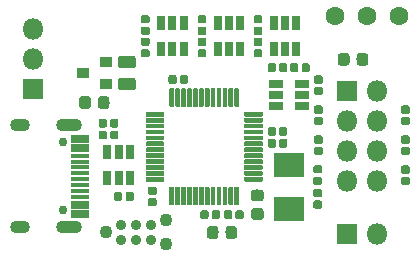
<source format=gbr>
G04 #@! TF.GenerationSoftware,KiCad,Pcbnew,5.1.4*
G04 #@! TF.CreationDate,2019-09-23T19:58:19+02:00*
G04 #@! TF.ProjectId,spiflash,73706966-6c61-4736-982e-6b696361645f,rev?*
G04 #@! TF.SameCoordinates,PX5f5e100PY4a62f80*
G04 #@! TF.FileFunction,Soldermask,Top*
G04 #@! TF.FilePolarity,Negative*
%FSLAX46Y46*%
G04 Gerber Fmt 4.6, Leading zero omitted, Abs format (unit mm)*
G04 Created by KiCad (PCBNEW 5.1.4) date 2019-09-23 19:58:19*
%MOMM*%
%LPD*%
G04 APERTURE LIST*
%ADD10C,0.100000*%
%ADD11C,0.975000*%
%ADD12R,1.000000X0.900000*%
%ADD13R,2.500000X2.100000*%
%ADD14R,0.750000X1.160000*%
%ADD15R,1.160000X0.750000*%
%ADD16C,0.400000*%
%ADD17C,1.600000*%
%ADD18C,0.690000*%
%ADD19O,1.800000X1.800000*%
%ADD20R,1.800000X1.800000*%
%ADD21C,1.090600*%
%ADD22C,0.887400*%
%ADD23R,1.550000X0.700000*%
%ADD24R,1.550000X0.400000*%
%ADD25C,0.750000*%
%ADD26O,1.700000X1.100000*%
%ADD27O,2.200000X1.100000*%
%ADD28C,1.075000*%
G04 APERTURE END LIST*
D10*
G36*
X29080142Y-4576174D02*
G01*
X29103803Y-4579684D01*
X29127007Y-4585496D01*
X29149529Y-4593554D01*
X29171153Y-4603782D01*
X29191670Y-4616079D01*
X29210883Y-4630329D01*
X29228607Y-4646393D01*
X29244671Y-4664117D01*
X29258921Y-4683330D01*
X29271218Y-4703847D01*
X29281446Y-4725471D01*
X29289504Y-4747993D01*
X29295316Y-4771197D01*
X29298826Y-4794858D01*
X29300000Y-4818750D01*
X29300000Y-5381250D01*
X29298826Y-5405142D01*
X29295316Y-5428803D01*
X29289504Y-5452007D01*
X29281446Y-5474529D01*
X29271218Y-5496153D01*
X29258921Y-5516670D01*
X29244671Y-5535883D01*
X29228607Y-5553607D01*
X29210883Y-5569671D01*
X29191670Y-5583921D01*
X29171153Y-5596218D01*
X29149529Y-5606446D01*
X29127007Y-5614504D01*
X29103803Y-5620316D01*
X29080142Y-5623826D01*
X29056250Y-5625000D01*
X28568750Y-5625000D01*
X28544858Y-5623826D01*
X28521197Y-5620316D01*
X28497993Y-5614504D01*
X28475471Y-5606446D01*
X28453847Y-5596218D01*
X28433330Y-5583921D01*
X28414117Y-5569671D01*
X28396393Y-5553607D01*
X28380329Y-5535883D01*
X28366079Y-5516670D01*
X28353782Y-5496153D01*
X28343554Y-5474529D01*
X28335496Y-5452007D01*
X28329684Y-5428803D01*
X28326174Y-5405142D01*
X28325000Y-5381250D01*
X28325000Y-4818750D01*
X28326174Y-4794858D01*
X28329684Y-4771197D01*
X28335496Y-4747993D01*
X28343554Y-4725471D01*
X28353782Y-4703847D01*
X28366079Y-4683330D01*
X28380329Y-4664117D01*
X28396393Y-4646393D01*
X28414117Y-4630329D01*
X28433330Y-4616079D01*
X28453847Y-4603782D01*
X28475471Y-4593554D01*
X28497993Y-4585496D01*
X28521197Y-4579684D01*
X28544858Y-4576174D01*
X28568750Y-4575000D01*
X29056250Y-4575000D01*
X29080142Y-4576174D01*
X29080142Y-4576174D01*
G37*
D11*
X28812500Y-5100000D03*
D10*
G36*
X30655142Y-4576174D02*
G01*
X30678803Y-4579684D01*
X30702007Y-4585496D01*
X30724529Y-4593554D01*
X30746153Y-4603782D01*
X30766670Y-4616079D01*
X30785883Y-4630329D01*
X30803607Y-4646393D01*
X30819671Y-4664117D01*
X30833921Y-4683330D01*
X30846218Y-4703847D01*
X30856446Y-4725471D01*
X30864504Y-4747993D01*
X30870316Y-4771197D01*
X30873826Y-4794858D01*
X30875000Y-4818750D01*
X30875000Y-5381250D01*
X30873826Y-5405142D01*
X30870316Y-5428803D01*
X30864504Y-5452007D01*
X30856446Y-5474529D01*
X30846218Y-5496153D01*
X30833921Y-5516670D01*
X30819671Y-5535883D01*
X30803607Y-5553607D01*
X30785883Y-5569671D01*
X30766670Y-5583921D01*
X30746153Y-5596218D01*
X30724529Y-5606446D01*
X30702007Y-5614504D01*
X30678803Y-5620316D01*
X30655142Y-5623826D01*
X30631250Y-5625000D01*
X30143750Y-5625000D01*
X30119858Y-5623826D01*
X30096197Y-5620316D01*
X30072993Y-5614504D01*
X30050471Y-5606446D01*
X30028847Y-5596218D01*
X30008330Y-5583921D01*
X29989117Y-5569671D01*
X29971393Y-5553607D01*
X29955329Y-5535883D01*
X29941079Y-5516670D01*
X29928782Y-5496153D01*
X29918554Y-5474529D01*
X29910496Y-5452007D01*
X29904684Y-5428803D01*
X29901174Y-5405142D01*
X29900000Y-5381250D01*
X29900000Y-4818750D01*
X29901174Y-4794858D01*
X29904684Y-4771197D01*
X29910496Y-4747993D01*
X29918554Y-4725471D01*
X29928782Y-4703847D01*
X29941079Y-4683330D01*
X29955329Y-4664117D01*
X29971393Y-4646393D01*
X29989117Y-4630329D01*
X30008330Y-4616079D01*
X30028847Y-4603782D01*
X30050471Y-4593554D01*
X30072993Y-4585496D01*
X30096197Y-4579684D01*
X30119858Y-4576174D01*
X30143750Y-4575000D01*
X30631250Y-4575000D01*
X30655142Y-4576174D01*
X30655142Y-4576174D01*
G37*
D11*
X30387500Y-5100000D03*
D12*
X6700000Y-6250000D03*
X8700000Y-5300000D03*
X8700000Y-7200000D03*
D13*
X24150000Y-14050000D03*
X24150000Y-17750000D03*
D14*
X19100000Y-2050000D03*
X18150000Y-2050000D03*
X20050000Y-2050000D03*
X20050000Y-4250000D03*
X19100000Y-4250000D03*
X18150000Y-4250000D03*
X23850000Y-2050000D03*
X22900000Y-2050000D03*
X24800000Y-2050000D03*
X24800000Y-4250000D03*
X23850000Y-4250000D03*
X22900000Y-4250000D03*
X14300000Y-2050000D03*
X13350000Y-2050000D03*
X15250000Y-2050000D03*
X15250000Y-4250000D03*
X14300000Y-4250000D03*
X13350000Y-4250000D03*
D15*
X25250000Y-8100000D03*
X25250000Y-7150000D03*
X25250000Y-9050000D03*
X23050000Y-9050000D03*
X23050000Y-8100000D03*
X23050000Y-7150000D03*
D10*
G36*
X19859802Y-15875482D02*
G01*
X19869509Y-15876921D01*
X19879028Y-15879306D01*
X19888268Y-15882612D01*
X19897140Y-15886808D01*
X19905557Y-15891853D01*
X19913439Y-15897699D01*
X19920711Y-15904289D01*
X19927301Y-15911561D01*
X19933147Y-15919443D01*
X19938192Y-15927860D01*
X19942388Y-15936732D01*
X19945694Y-15945972D01*
X19948079Y-15955491D01*
X19949518Y-15965198D01*
X19950000Y-15975000D01*
X19950000Y-17350000D01*
X19949518Y-17359802D01*
X19948079Y-17369509D01*
X19945694Y-17379028D01*
X19942388Y-17388268D01*
X19938192Y-17397140D01*
X19933147Y-17405557D01*
X19927301Y-17413439D01*
X19920711Y-17420711D01*
X19913439Y-17427301D01*
X19905557Y-17433147D01*
X19897140Y-17438192D01*
X19888268Y-17442388D01*
X19879028Y-17445694D01*
X19869509Y-17448079D01*
X19859802Y-17449518D01*
X19850000Y-17450000D01*
X19650000Y-17450000D01*
X19640198Y-17449518D01*
X19630491Y-17448079D01*
X19620972Y-17445694D01*
X19611732Y-17442388D01*
X19602860Y-17438192D01*
X19594443Y-17433147D01*
X19586561Y-17427301D01*
X19579289Y-17420711D01*
X19572699Y-17413439D01*
X19566853Y-17405557D01*
X19561808Y-17397140D01*
X19557612Y-17388268D01*
X19554306Y-17379028D01*
X19551921Y-17369509D01*
X19550482Y-17359802D01*
X19550000Y-17350000D01*
X19550000Y-15975000D01*
X19550482Y-15965198D01*
X19551921Y-15955491D01*
X19554306Y-15945972D01*
X19557612Y-15936732D01*
X19561808Y-15927860D01*
X19566853Y-15919443D01*
X19572699Y-15911561D01*
X19579289Y-15904289D01*
X19586561Y-15897699D01*
X19594443Y-15891853D01*
X19602860Y-15886808D01*
X19611732Y-15882612D01*
X19620972Y-15879306D01*
X19630491Y-15876921D01*
X19640198Y-15875482D01*
X19650000Y-15875000D01*
X19850000Y-15875000D01*
X19859802Y-15875482D01*
X19859802Y-15875482D01*
G37*
D16*
X19750000Y-16662500D03*
D10*
G36*
X19359802Y-15875482D02*
G01*
X19369509Y-15876921D01*
X19379028Y-15879306D01*
X19388268Y-15882612D01*
X19397140Y-15886808D01*
X19405557Y-15891853D01*
X19413439Y-15897699D01*
X19420711Y-15904289D01*
X19427301Y-15911561D01*
X19433147Y-15919443D01*
X19438192Y-15927860D01*
X19442388Y-15936732D01*
X19445694Y-15945972D01*
X19448079Y-15955491D01*
X19449518Y-15965198D01*
X19450000Y-15975000D01*
X19450000Y-17350000D01*
X19449518Y-17359802D01*
X19448079Y-17369509D01*
X19445694Y-17379028D01*
X19442388Y-17388268D01*
X19438192Y-17397140D01*
X19433147Y-17405557D01*
X19427301Y-17413439D01*
X19420711Y-17420711D01*
X19413439Y-17427301D01*
X19405557Y-17433147D01*
X19397140Y-17438192D01*
X19388268Y-17442388D01*
X19379028Y-17445694D01*
X19369509Y-17448079D01*
X19359802Y-17449518D01*
X19350000Y-17450000D01*
X19150000Y-17450000D01*
X19140198Y-17449518D01*
X19130491Y-17448079D01*
X19120972Y-17445694D01*
X19111732Y-17442388D01*
X19102860Y-17438192D01*
X19094443Y-17433147D01*
X19086561Y-17427301D01*
X19079289Y-17420711D01*
X19072699Y-17413439D01*
X19066853Y-17405557D01*
X19061808Y-17397140D01*
X19057612Y-17388268D01*
X19054306Y-17379028D01*
X19051921Y-17369509D01*
X19050482Y-17359802D01*
X19050000Y-17350000D01*
X19050000Y-15975000D01*
X19050482Y-15965198D01*
X19051921Y-15955491D01*
X19054306Y-15945972D01*
X19057612Y-15936732D01*
X19061808Y-15927860D01*
X19066853Y-15919443D01*
X19072699Y-15911561D01*
X19079289Y-15904289D01*
X19086561Y-15897699D01*
X19094443Y-15891853D01*
X19102860Y-15886808D01*
X19111732Y-15882612D01*
X19120972Y-15879306D01*
X19130491Y-15876921D01*
X19140198Y-15875482D01*
X19150000Y-15875000D01*
X19350000Y-15875000D01*
X19359802Y-15875482D01*
X19359802Y-15875482D01*
G37*
D16*
X19250000Y-16662500D03*
D10*
G36*
X18859802Y-15875482D02*
G01*
X18869509Y-15876921D01*
X18879028Y-15879306D01*
X18888268Y-15882612D01*
X18897140Y-15886808D01*
X18905557Y-15891853D01*
X18913439Y-15897699D01*
X18920711Y-15904289D01*
X18927301Y-15911561D01*
X18933147Y-15919443D01*
X18938192Y-15927860D01*
X18942388Y-15936732D01*
X18945694Y-15945972D01*
X18948079Y-15955491D01*
X18949518Y-15965198D01*
X18950000Y-15975000D01*
X18950000Y-17350000D01*
X18949518Y-17359802D01*
X18948079Y-17369509D01*
X18945694Y-17379028D01*
X18942388Y-17388268D01*
X18938192Y-17397140D01*
X18933147Y-17405557D01*
X18927301Y-17413439D01*
X18920711Y-17420711D01*
X18913439Y-17427301D01*
X18905557Y-17433147D01*
X18897140Y-17438192D01*
X18888268Y-17442388D01*
X18879028Y-17445694D01*
X18869509Y-17448079D01*
X18859802Y-17449518D01*
X18850000Y-17450000D01*
X18650000Y-17450000D01*
X18640198Y-17449518D01*
X18630491Y-17448079D01*
X18620972Y-17445694D01*
X18611732Y-17442388D01*
X18602860Y-17438192D01*
X18594443Y-17433147D01*
X18586561Y-17427301D01*
X18579289Y-17420711D01*
X18572699Y-17413439D01*
X18566853Y-17405557D01*
X18561808Y-17397140D01*
X18557612Y-17388268D01*
X18554306Y-17379028D01*
X18551921Y-17369509D01*
X18550482Y-17359802D01*
X18550000Y-17350000D01*
X18550000Y-15975000D01*
X18550482Y-15965198D01*
X18551921Y-15955491D01*
X18554306Y-15945972D01*
X18557612Y-15936732D01*
X18561808Y-15927860D01*
X18566853Y-15919443D01*
X18572699Y-15911561D01*
X18579289Y-15904289D01*
X18586561Y-15897699D01*
X18594443Y-15891853D01*
X18602860Y-15886808D01*
X18611732Y-15882612D01*
X18620972Y-15879306D01*
X18630491Y-15876921D01*
X18640198Y-15875482D01*
X18650000Y-15875000D01*
X18850000Y-15875000D01*
X18859802Y-15875482D01*
X18859802Y-15875482D01*
G37*
D16*
X18750000Y-16662500D03*
D10*
G36*
X18359802Y-15875482D02*
G01*
X18369509Y-15876921D01*
X18379028Y-15879306D01*
X18388268Y-15882612D01*
X18397140Y-15886808D01*
X18405557Y-15891853D01*
X18413439Y-15897699D01*
X18420711Y-15904289D01*
X18427301Y-15911561D01*
X18433147Y-15919443D01*
X18438192Y-15927860D01*
X18442388Y-15936732D01*
X18445694Y-15945972D01*
X18448079Y-15955491D01*
X18449518Y-15965198D01*
X18450000Y-15975000D01*
X18450000Y-17350000D01*
X18449518Y-17359802D01*
X18448079Y-17369509D01*
X18445694Y-17379028D01*
X18442388Y-17388268D01*
X18438192Y-17397140D01*
X18433147Y-17405557D01*
X18427301Y-17413439D01*
X18420711Y-17420711D01*
X18413439Y-17427301D01*
X18405557Y-17433147D01*
X18397140Y-17438192D01*
X18388268Y-17442388D01*
X18379028Y-17445694D01*
X18369509Y-17448079D01*
X18359802Y-17449518D01*
X18350000Y-17450000D01*
X18150000Y-17450000D01*
X18140198Y-17449518D01*
X18130491Y-17448079D01*
X18120972Y-17445694D01*
X18111732Y-17442388D01*
X18102860Y-17438192D01*
X18094443Y-17433147D01*
X18086561Y-17427301D01*
X18079289Y-17420711D01*
X18072699Y-17413439D01*
X18066853Y-17405557D01*
X18061808Y-17397140D01*
X18057612Y-17388268D01*
X18054306Y-17379028D01*
X18051921Y-17369509D01*
X18050482Y-17359802D01*
X18050000Y-17350000D01*
X18050000Y-15975000D01*
X18050482Y-15965198D01*
X18051921Y-15955491D01*
X18054306Y-15945972D01*
X18057612Y-15936732D01*
X18061808Y-15927860D01*
X18066853Y-15919443D01*
X18072699Y-15911561D01*
X18079289Y-15904289D01*
X18086561Y-15897699D01*
X18094443Y-15891853D01*
X18102860Y-15886808D01*
X18111732Y-15882612D01*
X18120972Y-15879306D01*
X18130491Y-15876921D01*
X18140198Y-15875482D01*
X18150000Y-15875000D01*
X18350000Y-15875000D01*
X18359802Y-15875482D01*
X18359802Y-15875482D01*
G37*
D16*
X18250000Y-16662500D03*
D10*
G36*
X17859802Y-15875482D02*
G01*
X17869509Y-15876921D01*
X17879028Y-15879306D01*
X17888268Y-15882612D01*
X17897140Y-15886808D01*
X17905557Y-15891853D01*
X17913439Y-15897699D01*
X17920711Y-15904289D01*
X17927301Y-15911561D01*
X17933147Y-15919443D01*
X17938192Y-15927860D01*
X17942388Y-15936732D01*
X17945694Y-15945972D01*
X17948079Y-15955491D01*
X17949518Y-15965198D01*
X17950000Y-15975000D01*
X17950000Y-17350000D01*
X17949518Y-17359802D01*
X17948079Y-17369509D01*
X17945694Y-17379028D01*
X17942388Y-17388268D01*
X17938192Y-17397140D01*
X17933147Y-17405557D01*
X17927301Y-17413439D01*
X17920711Y-17420711D01*
X17913439Y-17427301D01*
X17905557Y-17433147D01*
X17897140Y-17438192D01*
X17888268Y-17442388D01*
X17879028Y-17445694D01*
X17869509Y-17448079D01*
X17859802Y-17449518D01*
X17850000Y-17450000D01*
X17650000Y-17450000D01*
X17640198Y-17449518D01*
X17630491Y-17448079D01*
X17620972Y-17445694D01*
X17611732Y-17442388D01*
X17602860Y-17438192D01*
X17594443Y-17433147D01*
X17586561Y-17427301D01*
X17579289Y-17420711D01*
X17572699Y-17413439D01*
X17566853Y-17405557D01*
X17561808Y-17397140D01*
X17557612Y-17388268D01*
X17554306Y-17379028D01*
X17551921Y-17369509D01*
X17550482Y-17359802D01*
X17550000Y-17350000D01*
X17550000Y-15975000D01*
X17550482Y-15965198D01*
X17551921Y-15955491D01*
X17554306Y-15945972D01*
X17557612Y-15936732D01*
X17561808Y-15927860D01*
X17566853Y-15919443D01*
X17572699Y-15911561D01*
X17579289Y-15904289D01*
X17586561Y-15897699D01*
X17594443Y-15891853D01*
X17602860Y-15886808D01*
X17611732Y-15882612D01*
X17620972Y-15879306D01*
X17630491Y-15876921D01*
X17640198Y-15875482D01*
X17650000Y-15875000D01*
X17850000Y-15875000D01*
X17859802Y-15875482D01*
X17859802Y-15875482D01*
G37*
D16*
X17750000Y-16662500D03*
D10*
G36*
X17359802Y-15875482D02*
G01*
X17369509Y-15876921D01*
X17379028Y-15879306D01*
X17388268Y-15882612D01*
X17397140Y-15886808D01*
X17405557Y-15891853D01*
X17413439Y-15897699D01*
X17420711Y-15904289D01*
X17427301Y-15911561D01*
X17433147Y-15919443D01*
X17438192Y-15927860D01*
X17442388Y-15936732D01*
X17445694Y-15945972D01*
X17448079Y-15955491D01*
X17449518Y-15965198D01*
X17450000Y-15975000D01*
X17450000Y-17350000D01*
X17449518Y-17359802D01*
X17448079Y-17369509D01*
X17445694Y-17379028D01*
X17442388Y-17388268D01*
X17438192Y-17397140D01*
X17433147Y-17405557D01*
X17427301Y-17413439D01*
X17420711Y-17420711D01*
X17413439Y-17427301D01*
X17405557Y-17433147D01*
X17397140Y-17438192D01*
X17388268Y-17442388D01*
X17379028Y-17445694D01*
X17369509Y-17448079D01*
X17359802Y-17449518D01*
X17350000Y-17450000D01*
X17150000Y-17450000D01*
X17140198Y-17449518D01*
X17130491Y-17448079D01*
X17120972Y-17445694D01*
X17111732Y-17442388D01*
X17102860Y-17438192D01*
X17094443Y-17433147D01*
X17086561Y-17427301D01*
X17079289Y-17420711D01*
X17072699Y-17413439D01*
X17066853Y-17405557D01*
X17061808Y-17397140D01*
X17057612Y-17388268D01*
X17054306Y-17379028D01*
X17051921Y-17369509D01*
X17050482Y-17359802D01*
X17050000Y-17350000D01*
X17050000Y-15975000D01*
X17050482Y-15965198D01*
X17051921Y-15955491D01*
X17054306Y-15945972D01*
X17057612Y-15936732D01*
X17061808Y-15927860D01*
X17066853Y-15919443D01*
X17072699Y-15911561D01*
X17079289Y-15904289D01*
X17086561Y-15897699D01*
X17094443Y-15891853D01*
X17102860Y-15886808D01*
X17111732Y-15882612D01*
X17120972Y-15879306D01*
X17130491Y-15876921D01*
X17140198Y-15875482D01*
X17150000Y-15875000D01*
X17350000Y-15875000D01*
X17359802Y-15875482D01*
X17359802Y-15875482D01*
G37*
D16*
X17250000Y-16662500D03*
D10*
G36*
X16859802Y-15875482D02*
G01*
X16869509Y-15876921D01*
X16879028Y-15879306D01*
X16888268Y-15882612D01*
X16897140Y-15886808D01*
X16905557Y-15891853D01*
X16913439Y-15897699D01*
X16920711Y-15904289D01*
X16927301Y-15911561D01*
X16933147Y-15919443D01*
X16938192Y-15927860D01*
X16942388Y-15936732D01*
X16945694Y-15945972D01*
X16948079Y-15955491D01*
X16949518Y-15965198D01*
X16950000Y-15975000D01*
X16950000Y-17350000D01*
X16949518Y-17359802D01*
X16948079Y-17369509D01*
X16945694Y-17379028D01*
X16942388Y-17388268D01*
X16938192Y-17397140D01*
X16933147Y-17405557D01*
X16927301Y-17413439D01*
X16920711Y-17420711D01*
X16913439Y-17427301D01*
X16905557Y-17433147D01*
X16897140Y-17438192D01*
X16888268Y-17442388D01*
X16879028Y-17445694D01*
X16869509Y-17448079D01*
X16859802Y-17449518D01*
X16850000Y-17450000D01*
X16650000Y-17450000D01*
X16640198Y-17449518D01*
X16630491Y-17448079D01*
X16620972Y-17445694D01*
X16611732Y-17442388D01*
X16602860Y-17438192D01*
X16594443Y-17433147D01*
X16586561Y-17427301D01*
X16579289Y-17420711D01*
X16572699Y-17413439D01*
X16566853Y-17405557D01*
X16561808Y-17397140D01*
X16557612Y-17388268D01*
X16554306Y-17379028D01*
X16551921Y-17369509D01*
X16550482Y-17359802D01*
X16550000Y-17350000D01*
X16550000Y-15975000D01*
X16550482Y-15965198D01*
X16551921Y-15955491D01*
X16554306Y-15945972D01*
X16557612Y-15936732D01*
X16561808Y-15927860D01*
X16566853Y-15919443D01*
X16572699Y-15911561D01*
X16579289Y-15904289D01*
X16586561Y-15897699D01*
X16594443Y-15891853D01*
X16602860Y-15886808D01*
X16611732Y-15882612D01*
X16620972Y-15879306D01*
X16630491Y-15876921D01*
X16640198Y-15875482D01*
X16650000Y-15875000D01*
X16850000Y-15875000D01*
X16859802Y-15875482D01*
X16859802Y-15875482D01*
G37*
D16*
X16750000Y-16662500D03*
D10*
G36*
X16359802Y-15875482D02*
G01*
X16369509Y-15876921D01*
X16379028Y-15879306D01*
X16388268Y-15882612D01*
X16397140Y-15886808D01*
X16405557Y-15891853D01*
X16413439Y-15897699D01*
X16420711Y-15904289D01*
X16427301Y-15911561D01*
X16433147Y-15919443D01*
X16438192Y-15927860D01*
X16442388Y-15936732D01*
X16445694Y-15945972D01*
X16448079Y-15955491D01*
X16449518Y-15965198D01*
X16450000Y-15975000D01*
X16450000Y-17350000D01*
X16449518Y-17359802D01*
X16448079Y-17369509D01*
X16445694Y-17379028D01*
X16442388Y-17388268D01*
X16438192Y-17397140D01*
X16433147Y-17405557D01*
X16427301Y-17413439D01*
X16420711Y-17420711D01*
X16413439Y-17427301D01*
X16405557Y-17433147D01*
X16397140Y-17438192D01*
X16388268Y-17442388D01*
X16379028Y-17445694D01*
X16369509Y-17448079D01*
X16359802Y-17449518D01*
X16350000Y-17450000D01*
X16150000Y-17450000D01*
X16140198Y-17449518D01*
X16130491Y-17448079D01*
X16120972Y-17445694D01*
X16111732Y-17442388D01*
X16102860Y-17438192D01*
X16094443Y-17433147D01*
X16086561Y-17427301D01*
X16079289Y-17420711D01*
X16072699Y-17413439D01*
X16066853Y-17405557D01*
X16061808Y-17397140D01*
X16057612Y-17388268D01*
X16054306Y-17379028D01*
X16051921Y-17369509D01*
X16050482Y-17359802D01*
X16050000Y-17350000D01*
X16050000Y-15975000D01*
X16050482Y-15965198D01*
X16051921Y-15955491D01*
X16054306Y-15945972D01*
X16057612Y-15936732D01*
X16061808Y-15927860D01*
X16066853Y-15919443D01*
X16072699Y-15911561D01*
X16079289Y-15904289D01*
X16086561Y-15897699D01*
X16094443Y-15891853D01*
X16102860Y-15886808D01*
X16111732Y-15882612D01*
X16120972Y-15879306D01*
X16130491Y-15876921D01*
X16140198Y-15875482D01*
X16150000Y-15875000D01*
X16350000Y-15875000D01*
X16359802Y-15875482D01*
X16359802Y-15875482D01*
G37*
D16*
X16250000Y-16662500D03*
D10*
G36*
X15859802Y-15875482D02*
G01*
X15869509Y-15876921D01*
X15879028Y-15879306D01*
X15888268Y-15882612D01*
X15897140Y-15886808D01*
X15905557Y-15891853D01*
X15913439Y-15897699D01*
X15920711Y-15904289D01*
X15927301Y-15911561D01*
X15933147Y-15919443D01*
X15938192Y-15927860D01*
X15942388Y-15936732D01*
X15945694Y-15945972D01*
X15948079Y-15955491D01*
X15949518Y-15965198D01*
X15950000Y-15975000D01*
X15950000Y-17350000D01*
X15949518Y-17359802D01*
X15948079Y-17369509D01*
X15945694Y-17379028D01*
X15942388Y-17388268D01*
X15938192Y-17397140D01*
X15933147Y-17405557D01*
X15927301Y-17413439D01*
X15920711Y-17420711D01*
X15913439Y-17427301D01*
X15905557Y-17433147D01*
X15897140Y-17438192D01*
X15888268Y-17442388D01*
X15879028Y-17445694D01*
X15869509Y-17448079D01*
X15859802Y-17449518D01*
X15850000Y-17450000D01*
X15650000Y-17450000D01*
X15640198Y-17449518D01*
X15630491Y-17448079D01*
X15620972Y-17445694D01*
X15611732Y-17442388D01*
X15602860Y-17438192D01*
X15594443Y-17433147D01*
X15586561Y-17427301D01*
X15579289Y-17420711D01*
X15572699Y-17413439D01*
X15566853Y-17405557D01*
X15561808Y-17397140D01*
X15557612Y-17388268D01*
X15554306Y-17379028D01*
X15551921Y-17369509D01*
X15550482Y-17359802D01*
X15550000Y-17350000D01*
X15550000Y-15975000D01*
X15550482Y-15965198D01*
X15551921Y-15955491D01*
X15554306Y-15945972D01*
X15557612Y-15936732D01*
X15561808Y-15927860D01*
X15566853Y-15919443D01*
X15572699Y-15911561D01*
X15579289Y-15904289D01*
X15586561Y-15897699D01*
X15594443Y-15891853D01*
X15602860Y-15886808D01*
X15611732Y-15882612D01*
X15620972Y-15879306D01*
X15630491Y-15876921D01*
X15640198Y-15875482D01*
X15650000Y-15875000D01*
X15850000Y-15875000D01*
X15859802Y-15875482D01*
X15859802Y-15875482D01*
G37*
D16*
X15750000Y-16662500D03*
D10*
G36*
X15359802Y-15875482D02*
G01*
X15369509Y-15876921D01*
X15379028Y-15879306D01*
X15388268Y-15882612D01*
X15397140Y-15886808D01*
X15405557Y-15891853D01*
X15413439Y-15897699D01*
X15420711Y-15904289D01*
X15427301Y-15911561D01*
X15433147Y-15919443D01*
X15438192Y-15927860D01*
X15442388Y-15936732D01*
X15445694Y-15945972D01*
X15448079Y-15955491D01*
X15449518Y-15965198D01*
X15450000Y-15975000D01*
X15450000Y-17350000D01*
X15449518Y-17359802D01*
X15448079Y-17369509D01*
X15445694Y-17379028D01*
X15442388Y-17388268D01*
X15438192Y-17397140D01*
X15433147Y-17405557D01*
X15427301Y-17413439D01*
X15420711Y-17420711D01*
X15413439Y-17427301D01*
X15405557Y-17433147D01*
X15397140Y-17438192D01*
X15388268Y-17442388D01*
X15379028Y-17445694D01*
X15369509Y-17448079D01*
X15359802Y-17449518D01*
X15350000Y-17450000D01*
X15150000Y-17450000D01*
X15140198Y-17449518D01*
X15130491Y-17448079D01*
X15120972Y-17445694D01*
X15111732Y-17442388D01*
X15102860Y-17438192D01*
X15094443Y-17433147D01*
X15086561Y-17427301D01*
X15079289Y-17420711D01*
X15072699Y-17413439D01*
X15066853Y-17405557D01*
X15061808Y-17397140D01*
X15057612Y-17388268D01*
X15054306Y-17379028D01*
X15051921Y-17369509D01*
X15050482Y-17359802D01*
X15050000Y-17350000D01*
X15050000Y-15975000D01*
X15050482Y-15965198D01*
X15051921Y-15955491D01*
X15054306Y-15945972D01*
X15057612Y-15936732D01*
X15061808Y-15927860D01*
X15066853Y-15919443D01*
X15072699Y-15911561D01*
X15079289Y-15904289D01*
X15086561Y-15897699D01*
X15094443Y-15891853D01*
X15102860Y-15886808D01*
X15111732Y-15882612D01*
X15120972Y-15879306D01*
X15130491Y-15876921D01*
X15140198Y-15875482D01*
X15150000Y-15875000D01*
X15350000Y-15875000D01*
X15359802Y-15875482D01*
X15359802Y-15875482D01*
G37*
D16*
X15250000Y-16662500D03*
D10*
G36*
X14859802Y-15875482D02*
G01*
X14869509Y-15876921D01*
X14879028Y-15879306D01*
X14888268Y-15882612D01*
X14897140Y-15886808D01*
X14905557Y-15891853D01*
X14913439Y-15897699D01*
X14920711Y-15904289D01*
X14927301Y-15911561D01*
X14933147Y-15919443D01*
X14938192Y-15927860D01*
X14942388Y-15936732D01*
X14945694Y-15945972D01*
X14948079Y-15955491D01*
X14949518Y-15965198D01*
X14950000Y-15975000D01*
X14950000Y-17350000D01*
X14949518Y-17359802D01*
X14948079Y-17369509D01*
X14945694Y-17379028D01*
X14942388Y-17388268D01*
X14938192Y-17397140D01*
X14933147Y-17405557D01*
X14927301Y-17413439D01*
X14920711Y-17420711D01*
X14913439Y-17427301D01*
X14905557Y-17433147D01*
X14897140Y-17438192D01*
X14888268Y-17442388D01*
X14879028Y-17445694D01*
X14869509Y-17448079D01*
X14859802Y-17449518D01*
X14850000Y-17450000D01*
X14650000Y-17450000D01*
X14640198Y-17449518D01*
X14630491Y-17448079D01*
X14620972Y-17445694D01*
X14611732Y-17442388D01*
X14602860Y-17438192D01*
X14594443Y-17433147D01*
X14586561Y-17427301D01*
X14579289Y-17420711D01*
X14572699Y-17413439D01*
X14566853Y-17405557D01*
X14561808Y-17397140D01*
X14557612Y-17388268D01*
X14554306Y-17379028D01*
X14551921Y-17369509D01*
X14550482Y-17359802D01*
X14550000Y-17350000D01*
X14550000Y-15975000D01*
X14550482Y-15965198D01*
X14551921Y-15955491D01*
X14554306Y-15945972D01*
X14557612Y-15936732D01*
X14561808Y-15927860D01*
X14566853Y-15919443D01*
X14572699Y-15911561D01*
X14579289Y-15904289D01*
X14586561Y-15897699D01*
X14594443Y-15891853D01*
X14602860Y-15886808D01*
X14611732Y-15882612D01*
X14620972Y-15879306D01*
X14630491Y-15876921D01*
X14640198Y-15875482D01*
X14650000Y-15875000D01*
X14850000Y-15875000D01*
X14859802Y-15875482D01*
X14859802Y-15875482D01*
G37*
D16*
X14750000Y-16662500D03*
D10*
G36*
X14359802Y-15875482D02*
G01*
X14369509Y-15876921D01*
X14379028Y-15879306D01*
X14388268Y-15882612D01*
X14397140Y-15886808D01*
X14405557Y-15891853D01*
X14413439Y-15897699D01*
X14420711Y-15904289D01*
X14427301Y-15911561D01*
X14433147Y-15919443D01*
X14438192Y-15927860D01*
X14442388Y-15936732D01*
X14445694Y-15945972D01*
X14448079Y-15955491D01*
X14449518Y-15965198D01*
X14450000Y-15975000D01*
X14450000Y-17350000D01*
X14449518Y-17359802D01*
X14448079Y-17369509D01*
X14445694Y-17379028D01*
X14442388Y-17388268D01*
X14438192Y-17397140D01*
X14433147Y-17405557D01*
X14427301Y-17413439D01*
X14420711Y-17420711D01*
X14413439Y-17427301D01*
X14405557Y-17433147D01*
X14397140Y-17438192D01*
X14388268Y-17442388D01*
X14379028Y-17445694D01*
X14369509Y-17448079D01*
X14359802Y-17449518D01*
X14350000Y-17450000D01*
X14150000Y-17450000D01*
X14140198Y-17449518D01*
X14130491Y-17448079D01*
X14120972Y-17445694D01*
X14111732Y-17442388D01*
X14102860Y-17438192D01*
X14094443Y-17433147D01*
X14086561Y-17427301D01*
X14079289Y-17420711D01*
X14072699Y-17413439D01*
X14066853Y-17405557D01*
X14061808Y-17397140D01*
X14057612Y-17388268D01*
X14054306Y-17379028D01*
X14051921Y-17369509D01*
X14050482Y-17359802D01*
X14050000Y-17350000D01*
X14050000Y-15975000D01*
X14050482Y-15965198D01*
X14051921Y-15955491D01*
X14054306Y-15945972D01*
X14057612Y-15936732D01*
X14061808Y-15927860D01*
X14066853Y-15919443D01*
X14072699Y-15911561D01*
X14079289Y-15904289D01*
X14086561Y-15897699D01*
X14094443Y-15891853D01*
X14102860Y-15886808D01*
X14111732Y-15882612D01*
X14120972Y-15879306D01*
X14130491Y-15876921D01*
X14140198Y-15875482D01*
X14150000Y-15875000D01*
X14350000Y-15875000D01*
X14359802Y-15875482D01*
X14359802Y-15875482D01*
G37*
D16*
X14250000Y-16662500D03*
D10*
G36*
X13534802Y-15050482D02*
G01*
X13544509Y-15051921D01*
X13554028Y-15054306D01*
X13563268Y-15057612D01*
X13572140Y-15061808D01*
X13580557Y-15066853D01*
X13588439Y-15072699D01*
X13595711Y-15079289D01*
X13602301Y-15086561D01*
X13608147Y-15094443D01*
X13613192Y-15102860D01*
X13617388Y-15111732D01*
X13620694Y-15120972D01*
X13623079Y-15130491D01*
X13624518Y-15140198D01*
X13625000Y-15150000D01*
X13625000Y-15350000D01*
X13624518Y-15359802D01*
X13623079Y-15369509D01*
X13620694Y-15379028D01*
X13617388Y-15388268D01*
X13613192Y-15397140D01*
X13608147Y-15405557D01*
X13602301Y-15413439D01*
X13595711Y-15420711D01*
X13588439Y-15427301D01*
X13580557Y-15433147D01*
X13572140Y-15438192D01*
X13563268Y-15442388D01*
X13554028Y-15445694D01*
X13544509Y-15448079D01*
X13534802Y-15449518D01*
X13525000Y-15450000D01*
X12150000Y-15450000D01*
X12140198Y-15449518D01*
X12130491Y-15448079D01*
X12120972Y-15445694D01*
X12111732Y-15442388D01*
X12102860Y-15438192D01*
X12094443Y-15433147D01*
X12086561Y-15427301D01*
X12079289Y-15420711D01*
X12072699Y-15413439D01*
X12066853Y-15405557D01*
X12061808Y-15397140D01*
X12057612Y-15388268D01*
X12054306Y-15379028D01*
X12051921Y-15369509D01*
X12050482Y-15359802D01*
X12050000Y-15350000D01*
X12050000Y-15150000D01*
X12050482Y-15140198D01*
X12051921Y-15130491D01*
X12054306Y-15120972D01*
X12057612Y-15111732D01*
X12061808Y-15102860D01*
X12066853Y-15094443D01*
X12072699Y-15086561D01*
X12079289Y-15079289D01*
X12086561Y-15072699D01*
X12094443Y-15066853D01*
X12102860Y-15061808D01*
X12111732Y-15057612D01*
X12120972Y-15054306D01*
X12130491Y-15051921D01*
X12140198Y-15050482D01*
X12150000Y-15050000D01*
X13525000Y-15050000D01*
X13534802Y-15050482D01*
X13534802Y-15050482D01*
G37*
D16*
X12837500Y-15250000D03*
D10*
G36*
X13534802Y-14550482D02*
G01*
X13544509Y-14551921D01*
X13554028Y-14554306D01*
X13563268Y-14557612D01*
X13572140Y-14561808D01*
X13580557Y-14566853D01*
X13588439Y-14572699D01*
X13595711Y-14579289D01*
X13602301Y-14586561D01*
X13608147Y-14594443D01*
X13613192Y-14602860D01*
X13617388Y-14611732D01*
X13620694Y-14620972D01*
X13623079Y-14630491D01*
X13624518Y-14640198D01*
X13625000Y-14650000D01*
X13625000Y-14850000D01*
X13624518Y-14859802D01*
X13623079Y-14869509D01*
X13620694Y-14879028D01*
X13617388Y-14888268D01*
X13613192Y-14897140D01*
X13608147Y-14905557D01*
X13602301Y-14913439D01*
X13595711Y-14920711D01*
X13588439Y-14927301D01*
X13580557Y-14933147D01*
X13572140Y-14938192D01*
X13563268Y-14942388D01*
X13554028Y-14945694D01*
X13544509Y-14948079D01*
X13534802Y-14949518D01*
X13525000Y-14950000D01*
X12150000Y-14950000D01*
X12140198Y-14949518D01*
X12130491Y-14948079D01*
X12120972Y-14945694D01*
X12111732Y-14942388D01*
X12102860Y-14938192D01*
X12094443Y-14933147D01*
X12086561Y-14927301D01*
X12079289Y-14920711D01*
X12072699Y-14913439D01*
X12066853Y-14905557D01*
X12061808Y-14897140D01*
X12057612Y-14888268D01*
X12054306Y-14879028D01*
X12051921Y-14869509D01*
X12050482Y-14859802D01*
X12050000Y-14850000D01*
X12050000Y-14650000D01*
X12050482Y-14640198D01*
X12051921Y-14630491D01*
X12054306Y-14620972D01*
X12057612Y-14611732D01*
X12061808Y-14602860D01*
X12066853Y-14594443D01*
X12072699Y-14586561D01*
X12079289Y-14579289D01*
X12086561Y-14572699D01*
X12094443Y-14566853D01*
X12102860Y-14561808D01*
X12111732Y-14557612D01*
X12120972Y-14554306D01*
X12130491Y-14551921D01*
X12140198Y-14550482D01*
X12150000Y-14550000D01*
X13525000Y-14550000D01*
X13534802Y-14550482D01*
X13534802Y-14550482D01*
G37*
D16*
X12837500Y-14750000D03*
D10*
G36*
X13534802Y-14050482D02*
G01*
X13544509Y-14051921D01*
X13554028Y-14054306D01*
X13563268Y-14057612D01*
X13572140Y-14061808D01*
X13580557Y-14066853D01*
X13588439Y-14072699D01*
X13595711Y-14079289D01*
X13602301Y-14086561D01*
X13608147Y-14094443D01*
X13613192Y-14102860D01*
X13617388Y-14111732D01*
X13620694Y-14120972D01*
X13623079Y-14130491D01*
X13624518Y-14140198D01*
X13625000Y-14150000D01*
X13625000Y-14350000D01*
X13624518Y-14359802D01*
X13623079Y-14369509D01*
X13620694Y-14379028D01*
X13617388Y-14388268D01*
X13613192Y-14397140D01*
X13608147Y-14405557D01*
X13602301Y-14413439D01*
X13595711Y-14420711D01*
X13588439Y-14427301D01*
X13580557Y-14433147D01*
X13572140Y-14438192D01*
X13563268Y-14442388D01*
X13554028Y-14445694D01*
X13544509Y-14448079D01*
X13534802Y-14449518D01*
X13525000Y-14450000D01*
X12150000Y-14450000D01*
X12140198Y-14449518D01*
X12130491Y-14448079D01*
X12120972Y-14445694D01*
X12111732Y-14442388D01*
X12102860Y-14438192D01*
X12094443Y-14433147D01*
X12086561Y-14427301D01*
X12079289Y-14420711D01*
X12072699Y-14413439D01*
X12066853Y-14405557D01*
X12061808Y-14397140D01*
X12057612Y-14388268D01*
X12054306Y-14379028D01*
X12051921Y-14369509D01*
X12050482Y-14359802D01*
X12050000Y-14350000D01*
X12050000Y-14150000D01*
X12050482Y-14140198D01*
X12051921Y-14130491D01*
X12054306Y-14120972D01*
X12057612Y-14111732D01*
X12061808Y-14102860D01*
X12066853Y-14094443D01*
X12072699Y-14086561D01*
X12079289Y-14079289D01*
X12086561Y-14072699D01*
X12094443Y-14066853D01*
X12102860Y-14061808D01*
X12111732Y-14057612D01*
X12120972Y-14054306D01*
X12130491Y-14051921D01*
X12140198Y-14050482D01*
X12150000Y-14050000D01*
X13525000Y-14050000D01*
X13534802Y-14050482D01*
X13534802Y-14050482D01*
G37*
D16*
X12837500Y-14250000D03*
D10*
G36*
X13534802Y-13550482D02*
G01*
X13544509Y-13551921D01*
X13554028Y-13554306D01*
X13563268Y-13557612D01*
X13572140Y-13561808D01*
X13580557Y-13566853D01*
X13588439Y-13572699D01*
X13595711Y-13579289D01*
X13602301Y-13586561D01*
X13608147Y-13594443D01*
X13613192Y-13602860D01*
X13617388Y-13611732D01*
X13620694Y-13620972D01*
X13623079Y-13630491D01*
X13624518Y-13640198D01*
X13625000Y-13650000D01*
X13625000Y-13850000D01*
X13624518Y-13859802D01*
X13623079Y-13869509D01*
X13620694Y-13879028D01*
X13617388Y-13888268D01*
X13613192Y-13897140D01*
X13608147Y-13905557D01*
X13602301Y-13913439D01*
X13595711Y-13920711D01*
X13588439Y-13927301D01*
X13580557Y-13933147D01*
X13572140Y-13938192D01*
X13563268Y-13942388D01*
X13554028Y-13945694D01*
X13544509Y-13948079D01*
X13534802Y-13949518D01*
X13525000Y-13950000D01*
X12150000Y-13950000D01*
X12140198Y-13949518D01*
X12130491Y-13948079D01*
X12120972Y-13945694D01*
X12111732Y-13942388D01*
X12102860Y-13938192D01*
X12094443Y-13933147D01*
X12086561Y-13927301D01*
X12079289Y-13920711D01*
X12072699Y-13913439D01*
X12066853Y-13905557D01*
X12061808Y-13897140D01*
X12057612Y-13888268D01*
X12054306Y-13879028D01*
X12051921Y-13869509D01*
X12050482Y-13859802D01*
X12050000Y-13850000D01*
X12050000Y-13650000D01*
X12050482Y-13640198D01*
X12051921Y-13630491D01*
X12054306Y-13620972D01*
X12057612Y-13611732D01*
X12061808Y-13602860D01*
X12066853Y-13594443D01*
X12072699Y-13586561D01*
X12079289Y-13579289D01*
X12086561Y-13572699D01*
X12094443Y-13566853D01*
X12102860Y-13561808D01*
X12111732Y-13557612D01*
X12120972Y-13554306D01*
X12130491Y-13551921D01*
X12140198Y-13550482D01*
X12150000Y-13550000D01*
X13525000Y-13550000D01*
X13534802Y-13550482D01*
X13534802Y-13550482D01*
G37*
D16*
X12837500Y-13750000D03*
D10*
G36*
X13534802Y-13050482D02*
G01*
X13544509Y-13051921D01*
X13554028Y-13054306D01*
X13563268Y-13057612D01*
X13572140Y-13061808D01*
X13580557Y-13066853D01*
X13588439Y-13072699D01*
X13595711Y-13079289D01*
X13602301Y-13086561D01*
X13608147Y-13094443D01*
X13613192Y-13102860D01*
X13617388Y-13111732D01*
X13620694Y-13120972D01*
X13623079Y-13130491D01*
X13624518Y-13140198D01*
X13625000Y-13150000D01*
X13625000Y-13350000D01*
X13624518Y-13359802D01*
X13623079Y-13369509D01*
X13620694Y-13379028D01*
X13617388Y-13388268D01*
X13613192Y-13397140D01*
X13608147Y-13405557D01*
X13602301Y-13413439D01*
X13595711Y-13420711D01*
X13588439Y-13427301D01*
X13580557Y-13433147D01*
X13572140Y-13438192D01*
X13563268Y-13442388D01*
X13554028Y-13445694D01*
X13544509Y-13448079D01*
X13534802Y-13449518D01*
X13525000Y-13450000D01*
X12150000Y-13450000D01*
X12140198Y-13449518D01*
X12130491Y-13448079D01*
X12120972Y-13445694D01*
X12111732Y-13442388D01*
X12102860Y-13438192D01*
X12094443Y-13433147D01*
X12086561Y-13427301D01*
X12079289Y-13420711D01*
X12072699Y-13413439D01*
X12066853Y-13405557D01*
X12061808Y-13397140D01*
X12057612Y-13388268D01*
X12054306Y-13379028D01*
X12051921Y-13369509D01*
X12050482Y-13359802D01*
X12050000Y-13350000D01*
X12050000Y-13150000D01*
X12050482Y-13140198D01*
X12051921Y-13130491D01*
X12054306Y-13120972D01*
X12057612Y-13111732D01*
X12061808Y-13102860D01*
X12066853Y-13094443D01*
X12072699Y-13086561D01*
X12079289Y-13079289D01*
X12086561Y-13072699D01*
X12094443Y-13066853D01*
X12102860Y-13061808D01*
X12111732Y-13057612D01*
X12120972Y-13054306D01*
X12130491Y-13051921D01*
X12140198Y-13050482D01*
X12150000Y-13050000D01*
X13525000Y-13050000D01*
X13534802Y-13050482D01*
X13534802Y-13050482D01*
G37*
D16*
X12837500Y-13250000D03*
D10*
G36*
X13534802Y-12550482D02*
G01*
X13544509Y-12551921D01*
X13554028Y-12554306D01*
X13563268Y-12557612D01*
X13572140Y-12561808D01*
X13580557Y-12566853D01*
X13588439Y-12572699D01*
X13595711Y-12579289D01*
X13602301Y-12586561D01*
X13608147Y-12594443D01*
X13613192Y-12602860D01*
X13617388Y-12611732D01*
X13620694Y-12620972D01*
X13623079Y-12630491D01*
X13624518Y-12640198D01*
X13625000Y-12650000D01*
X13625000Y-12850000D01*
X13624518Y-12859802D01*
X13623079Y-12869509D01*
X13620694Y-12879028D01*
X13617388Y-12888268D01*
X13613192Y-12897140D01*
X13608147Y-12905557D01*
X13602301Y-12913439D01*
X13595711Y-12920711D01*
X13588439Y-12927301D01*
X13580557Y-12933147D01*
X13572140Y-12938192D01*
X13563268Y-12942388D01*
X13554028Y-12945694D01*
X13544509Y-12948079D01*
X13534802Y-12949518D01*
X13525000Y-12950000D01*
X12150000Y-12950000D01*
X12140198Y-12949518D01*
X12130491Y-12948079D01*
X12120972Y-12945694D01*
X12111732Y-12942388D01*
X12102860Y-12938192D01*
X12094443Y-12933147D01*
X12086561Y-12927301D01*
X12079289Y-12920711D01*
X12072699Y-12913439D01*
X12066853Y-12905557D01*
X12061808Y-12897140D01*
X12057612Y-12888268D01*
X12054306Y-12879028D01*
X12051921Y-12869509D01*
X12050482Y-12859802D01*
X12050000Y-12850000D01*
X12050000Y-12650000D01*
X12050482Y-12640198D01*
X12051921Y-12630491D01*
X12054306Y-12620972D01*
X12057612Y-12611732D01*
X12061808Y-12602860D01*
X12066853Y-12594443D01*
X12072699Y-12586561D01*
X12079289Y-12579289D01*
X12086561Y-12572699D01*
X12094443Y-12566853D01*
X12102860Y-12561808D01*
X12111732Y-12557612D01*
X12120972Y-12554306D01*
X12130491Y-12551921D01*
X12140198Y-12550482D01*
X12150000Y-12550000D01*
X13525000Y-12550000D01*
X13534802Y-12550482D01*
X13534802Y-12550482D01*
G37*
D16*
X12837500Y-12750000D03*
D10*
G36*
X13534802Y-12050482D02*
G01*
X13544509Y-12051921D01*
X13554028Y-12054306D01*
X13563268Y-12057612D01*
X13572140Y-12061808D01*
X13580557Y-12066853D01*
X13588439Y-12072699D01*
X13595711Y-12079289D01*
X13602301Y-12086561D01*
X13608147Y-12094443D01*
X13613192Y-12102860D01*
X13617388Y-12111732D01*
X13620694Y-12120972D01*
X13623079Y-12130491D01*
X13624518Y-12140198D01*
X13625000Y-12150000D01*
X13625000Y-12350000D01*
X13624518Y-12359802D01*
X13623079Y-12369509D01*
X13620694Y-12379028D01*
X13617388Y-12388268D01*
X13613192Y-12397140D01*
X13608147Y-12405557D01*
X13602301Y-12413439D01*
X13595711Y-12420711D01*
X13588439Y-12427301D01*
X13580557Y-12433147D01*
X13572140Y-12438192D01*
X13563268Y-12442388D01*
X13554028Y-12445694D01*
X13544509Y-12448079D01*
X13534802Y-12449518D01*
X13525000Y-12450000D01*
X12150000Y-12450000D01*
X12140198Y-12449518D01*
X12130491Y-12448079D01*
X12120972Y-12445694D01*
X12111732Y-12442388D01*
X12102860Y-12438192D01*
X12094443Y-12433147D01*
X12086561Y-12427301D01*
X12079289Y-12420711D01*
X12072699Y-12413439D01*
X12066853Y-12405557D01*
X12061808Y-12397140D01*
X12057612Y-12388268D01*
X12054306Y-12379028D01*
X12051921Y-12369509D01*
X12050482Y-12359802D01*
X12050000Y-12350000D01*
X12050000Y-12150000D01*
X12050482Y-12140198D01*
X12051921Y-12130491D01*
X12054306Y-12120972D01*
X12057612Y-12111732D01*
X12061808Y-12102860D01*
X12066853Y-12094443D01*
X12072699Y-12086561D01*
X12079289Y-12079289D01*
X12086561Y-12072699D01*
X12094443Y-12066853D01*
X12102860Y-12061808D01*
X12111732Y-12057612D01*
X12120972Y-12054306D01*
X12130491Y-12051921D01*
X12140198Y-12050482D01*
X12150000Y-12050000D01*
X13525000Y-12050000D01*
X13534802Y-12050482D01*
X13534802Y-12050482D01*
G37*
D16*
X12837500Y-12250000D03*
D10*
G36*
X13534802Y-11550482D02*
G01*
X13544509Y-11551921D01*
X13554028Y-11554306D01*
X13563268Y-11557612D01*
X13572140Y-11561808D01*
X13580557Y-11566853D01*
X13588439Y-11572699D01*
X13595711Y-11579289D01*
X13602301Y-11586561D01*
X13608147Y-11594443D01*
X13613192Y-11602860D01*
X13617388Y-11611732D01*
X13620694Y-11620972D01*
X13623079Y-11630491D01*
X13624518Y-11640198D01*
X13625000Y-11650000D01*
X13625000Y-11850000D01*
X13624518Y-11859802D01*
X13623079Y-11869509D01*
X13620694Y-11879028D01*
X13617388Y-11888268D01*
X13613192Y-11897140D01*
X13608147Y-11905557D01*
X13602301Y-11913439D01*
X13595711Y-11920711D01*
X13588439Y-11927301D01*
X13580557Y-11933147D01*
X13572140Y-11938192D01*
X13563268Y-11942388D01*
X13554028Y-11945694D01*
X13544509Y-11948079D01*
X13534802Y-11949518D01*
X13525000Y-11950000D01*
X12150000Y-11950000D01*
X12140198Y-11949518D01*
X12130491Y-11948079D01*
X12120972Y-11945694D01*
X12111732Y-11942388D01*
X12102860Y-11938192D01*
X12094443Y-11933147D01*
X12086561Y-11927301D01*
X12079289Y-11920711D01*
X12072699Y-11913439D01*
X12066853Y-11905557D01*
X12061808Y-11897140D01*
X12057612Y-11888268D01*
X12054306Y-11879028D01*
X12051921Y-11869509D01*
X12050482Y-11859802D01*
X12050000Y-11850000D01*
X12050000Y-11650000D01*
X12050482Y-11640198D01*
X12051921Y-11630491D01*
X12054306Y-11620972D01*
X12057612Y-11611732D01*
X12061808Y-11602860D01*
X12066853Y-11594443D01*
X12072699Y-11586561D01*
X12079289Y-11579289D01*
X12086561Y-11572699D01*
X12094443Y-11566853D01*
X12102860Y-11561808D01*
X12111732Y-11557612D01*
X12120972Y-11554306D01*
X12130491Y-11551921D01*
X12140198Y-11550482D01*
X12150000Y-11550000D01*
X13525000Y-11550000D01*
X13534802Y-11550482D01*
X13534802Y-11550482D01*
G37*
D16*
X12837500Y-11750000D03*
D10*
G36*
X13534802Y-11050482D02*
G01*
X13544509Y-11051921D01*
X13554028Y-11054306D01*
X13563268Y-11057612D01*
X13572140Y-11061808D01*
X13580557Y-11066853D01*
X13588439Y-11072699D01*
X13595711Y-11079289D01*
X13602301Y-11086561D01*
X13608147Y-11094443D01*
X13613192Y-11102860D01*
X13617388Y-11111732D01*
X13620694Y-11120972D01*
X13623079Y-11130491D01*
X13624518Y-11140198D01*
X13625000Y-11150000D01*
X13625000Y-11350000D01*
X13624518Y-11359802D01*
X13623079Y-11369509D01*
X13620694Y-11379028D01*
X13617388Y-11388268D01*
X13613192Y-11397140D01*
X13608147Y-11405557D01*
X13602301Y-11413439D01*
X13595711Y-11420711D01*
X13588439Y-11427301D01*
X13580557Y-11433147D01*
X13572140Y-11438192D01*
X13563268Y-11442388D01*
X13554028Y-11445694D01*
X13544509Y-11448079D01*
X13534802Y-11449518D01*
X13525000Y-11450000D01*
X12150000Y-11450000D01*
X12140198Y-11449518D01*
X12130491Y-11448079D01*
X12120972Y-11445694D01*
X12111732Y-11442388D01*
X12102860Y-11438192D01*
X12094443Y-11433147D01*
X12086561Y-11427301D01*
X12079289Y-11420711D01*
X12072699Y-11413439D01*
X12066853Y-11405557D01*
X12061808Y-11397140D01*
X12057612Y-11388268D01*
X12054306Y-11379028D01*
X12051921Y-11369509D01*
X12050482Y-11359802D01*
X12050000Y-11350000D01*
X12050000Y-11150000D01*
X12050482Y-11140198D01*
X12051921Y-11130491D01*
X12054306Y-11120972D01*
X12057612Y-11111732D01*
X12061808Y-11102860D01*
X12066853Y-11094443D01*
X12072699Y-11086561D01*
X12079289Y-11079289D01*
X12086561Y-11072699D01*
X12094443Y-11066853D01*
X12102860Y-11061808D01*
X12111732Y-11057612D01*
X12120972Y-11054306D01*
X12130491Y-11051921D01*
X12140198Y-11050482D01*
X12150000Y-11050000D01*
X13525000Y-11050000D01*
X13534802Y-11050482D01*
X13534802Y-11050482D01*
G37*
D16*
X12837500Y-11250000D03*
D10*
G36*
X13534802Y-10550482D02*
G01*
X13544509Y-10551921D01*
X13554028Y-10554306D01*
X13563268Y-10557612D01*
X13572140Y-10561808D01*
X13580557Y-10566853D01*
X13588439Y-10572699D01*
X13595711Y-10579289D01*
X13602301Y-10586561D01*
X13608147Y-10594443D01*
X13613192Y-10602860D01*
X13617388Y-10611732D01*
X13620694Y-10620972D01*
X13623079Y-10630491D01*
X13624518Y-10640198D01*
X13625000Y-10650000D01*
X13625000Y-10850000D01*
X13624518Y-10859802D01*
X13623079Y-10869509D01*
X13620694Y-10879028D01*
X13617388Y-10888268D01*
X13613192Y-10897140D01*
X13608147Y-10905557D01*
X13602301Y-10913439D01*
X13595711Y-10920711D01*
X13588439Y-10927301D01*
X13580557Y-10933147D01*
X13572140Y-10938192D01*
X13563268Y-10942388D01*
X13554028Y-10945694D01*
X13544509Y-10948079D01*
X13534802Y-10949518D01*
X13525000Y-10950000D01*
X12150000Y-10950000D01*
X12140198Y-10949518D01*
X12130491Y-10948079D01*
X12120972Y-10945694D01*
X12111732Y-10942388D01*
X12102860Y-10938192D01*
X12094443Y-10933147D01*
X12086561Y-10927301D01*
X12079289Y-10920711D01*
X12072699Y-10913439D01*
X12066853Y-10905557D01*
X12061808Y-10897140D01*
X12057612Y-10888268D01*
X12054306Y-10879028D01*
X12051921Y-10869509D01*
X12050482Y-10859802D01*
X12050000Y-10850000D01*
X12050000Y-10650000D01*
X12050482Y-10640198D01*
X12051921Y-10630491D01*
X12054306Y-10620972D01*
X12057612Y-10611732D01*
X12061808Y-10602860D01*
X12066853Y-10594443D01*
X12072699Y-10586561D01*
X12079289Y-10579289D01*
X12086561Y-10572699D01*
X12094443Y-10566853D01*
X12102860Y-10561808D01*
X12111732Y-10557612D01*
X12120972Y-10554306D01*
X12130491Y-10551921D01*
X12140198Y-10550482D01*
X12150000Y-10550000D01*
X13525000Y-10550000D01*
X13534802Y-10550482D01*
X13534802Y-10550482D01*
G37*
D16*
X12837500Y-10750000D03*
D10*
G36*
X13534802Y-10050482D02*
G01*
X13544509Y-10051921D01*
X13554028Y-10054306D01*
X13563268Y-10057612D01*
X13572140Y-10061808D01*
X13580557Y-10066853D01*
X13588439Y-10072699D01*
X13595711Y-10079289D01*
X13602301Y-10086561D01*
X13608147Y-10094443D01*
X13613192Y-10102860D01*
X13617388Y-10111732D01*
X13620694Y-10120972D01*
X13623079Y-10130491D01*
X13624518Y-10140198D01*
X13625000Y-10150000D01*
X13625000Y-10350000D01*
X13624518Y-10359802D01*
X13623079Y-10369509D01*
X13620694Y-10379028D01*
X13617388Y-10388268D01*
X13613192Y-10397140D01*
X13608147Y-10405557D01*
X13602301Y-10413439D01*
X13595711Y-10420711D01*
X13588439Y-10427301D01*
X13580557Y-10433147D01*
X13572140Y-10438192D01*
X13563268Y-10442388D01*
X13554028Y-10445694D01*
X13544509Y-10448079D01*
X13534802Y-10449518D01*
X13525000Y-10450000D01*
X12150000Y-10450000D01*
X12140198Y-10449518D01*
X12130491Y-10448079D01*
X12120972Y-10445694D01*
X12111732Y-10442388D01*
X12102860Y-10438192D01*
X12094443Y-10433147D01*
X12086561Y-10427301D01*
X12079289Y-10420711D01*
X12072699Y-10413439D01*
X12066853Y-10405557D01*
X12061808Y-10397140D01*
X12057612Y-10388268D01*
X12054306Y-10379028D01*
X12051921Y-10369509D01*
X12050482Y-10359802D01*
X12050000Y-10350000D01*
X12050000Y-10150000D01*
X12050482Y-10140198D01*
X12051921Y-10130491D01*
X12054306Y-10120972D01*
X12057612Y-10111732D01*
X12061808Y-10102860D01*
X12066853Y-10094443D01*
X12072699Y-10086561D01*
X12079289Y-10079289D01*
X12086561Y-10072699D01*
X12094443Y-10066853D01*
X12102860Y-10061808D01*
X12111732Y-10057612D01*
X12120972Y-10054306D01*
X12130491Y-10051921D01*
X12140198Y-10050482D01*
X12150000Y-10050000D01*
X13525000Y-10050000D01*
X13534802Y-10050482D01*
X13534802Y-10050482D01*
G37*
D16*
X12837500Y-10250000D03*
D10*
G36*
X13534802Y-9550482D02*
G01*
X13544509Y-9551921D01*
X13554028Y-9554306D01*
X13563268Y-9557612D01*
X13572140Y-9561808D01*
X13580557Y-9566853D01*
X13588439Y-9572699D01*
X13595711Y-9579289D01*
X13602301Y-9586561D01*
X13608147Y-9594443D01*
X13613192Y-9602860D01*
X13617388Y-9611732D01*
X13620694Y-9620972D01*
X13623079Y-9630491D01*
X13624518Y-9640198D01*
X13625000Y-9650000D01*
X13625000Y-9850000D01*
X13624518Y-9859802D01*
X13623079Y-9869509D01*
X13620694Y-9879028D01*
X13617388Y-9888268D01*
X13613192Y-9897140D01*
X13608147Y-9905557D01*
X13602301Y-9913439D01*
X13595711Y-9920711D01*
X13588439Y-9927301D01*
X13580557Y-9933147D01*
X13572140Y-9938192D01*
X13563268Y-9942388D01*
X13554028Y-9945694D01*
X13544509Y-9948079D01*
X13534802Y-9949518D01*
X13525000Y-9950000D01*
X12150000Y-9950000D01*
X12140198Y-9949518D01*
X12130491Y-9948079D01*
X12120972Y-9945694D01*
X12111732Y-9942388D01*
X12102860Y-9938192D01*
X12094443Y-9933147D01*
X12086561Y-9927301D01*
X12079289Y-9920711D01*
X12072699Y-9913439D01*
X12066853Y-9905557D01*
X12061808Y-9897140D01*
X12057612Y-9888268D01*
X12054306Y-9879028D01*
X12051921Y-9869509D01*
X12050482Y-9859802D01*
X12050000Y-9850000D01*
X12050000Y-9650000D01*
X12050482Y-9640198D01*
X12051921Y-9630491D01*
X12054306Y-9620972D01*
X12057612Y-9611732D01*
X12061808Y-9602860D01*
X12066853Y-9594443D01*
X12072699Y-9586561D01*
X12079289Y-9579289D01*
X12086561Y-9572699D01*
X12094443Y-9566853D01*
X12102860Y-9561808D01*
X12111732Y-9557612D01*
X12120972Y-9554306D01*
X12130491Y-9551921D01*
X12140198Y-9550482D01*
X12150000Y-9550000D01*
X13525000Y-9550000D01*
X13534802Y-9550482D01*
X13534802Y-9550482D01*
G37*
D16*
X12837500Y-9750000D03*
D10*
G36*
X14359802Y-7550482D02*
G01*
X14369509Y-7551921D01*
X14379028Y-7554306D01*
X14388268Y-7557612D01*
X14397140Y-7561808D01*
X14405557Y-7566853D01*
X14413439Y-7572699D01*
X14420711Y-7579289D01*
X14427301Y-7586561D01*
X14433147Y-7594443D01*
X14438192Y-7602860D01*
X14442388Y-7611732D01*
X14445694Y-7620972D01*
X14448079Y-7630491D01*
X14449518Y-7640198D01*
X14450000Y-7650000D01*
X14450000Y-9025000D01*
X14449518Y-9034802D01*
X14448079Y-9044509D01*
X14445694Y-9054028D01*
X14442388Y-9063268D01*
X14438192Y-9072140D01*
X14433147Y-9080557D01*
X14427301Y-9088439D01*
X14420711Y-9095711D01*
X14413439Y-9102301D01*
X14405557Y-9108147D01*
X14397140Y-9113192D01*
X14388268Y-9117388D01*
X14379028Y-9120694D01*
X14369509Y-9123079D01*
X14359802Y-9124518D01*
X14350000Y-9125000D01*
X14150000Y-9125000D01*
X14140198Y-9124518D01*
X14130491Y-9123079D01*
X14120972Y-9120694D01*
X14111732Y-9117388D01*
X14102860Y-9113192D01*
X14094443Y-9108147D01*
X14086561Y-9102301D01*
X14079289Y-9095711D01*
X14072699Y-9088439D01*
X14066853Y-9080557D01*
X14061808Y-9072140D01*
X14057612Y-9063268D01*
X14054306Y-9054028D01*
X14051921Y-9044509D01*
X14050482Y-9034802D01*
X14050000Y-9025000D01*
X14050000Y-7650000D01*
X14050482Y-7640198D01*
X14051921Y-7630491D01*
X14054306Y-7620972D01*
X14057612Y-7611732D01*
X14061808Y-7602860D01*
X14066853Y-7594443D01*
X14072699Y-7586561D01*
X14079289Y-7579289D01*
X14086561Y-7572699D01*
X14094443Y-7566853D01*
X14102860Y-7561808D01*
X14111732Y-7557612D01*
X14120972Y-7554306D01*
X14130491Y-7551921D01*
X14140198Y-7550482D01*
X14150000Y-7550000D01*
X14350000Y-7550000D01*
X14359802Y-7550482D01*
X14359802Y-7550482D01*
G37*
D16*
X14250000Y-8337500D03*
D10*
G36*
X14859802Y-7550482D02*
G01*
X14869509Y-7551921D01*
X14879028Y-7554306D01*
X14888268Y-7557612D01*
X14897140Y-7561808D01*
X14905557Y-7566853D01*
X14913439Y-7572699D01*
X14920711Y-7579289D01*
X14927301Y-7586561D01*
X14933147Y-7594443D01*
X14938192Y-7602860D01*
X14942388Y-7611732D01*
X14945694Y-7620972D01*
X14948079Y-7630491D01*
X14949518Y-7640198D01*
X14950000Y-7650000D01*
X14950000Y-9025000D01*
X14949518Y-9034802D01*
X14948079Y-9044509D01*
X14945694Y-9054028D01*
X14942388Y-9063268D01*
X14938192Y-9072140D01*
X14933147Y-9080557D01*
X14927301Y-9088439D01*
X14920711Y-9095711D01*
X14913439Y-9102301D01*
X14905557Y-9108147D01*
X14897140Y-9113192D01*
X14888268Y-9117388D01*
X14879028Y-9120694D01*
X14869509Y-9123079D01*
X14859802Y-9124518D01*
X14850000Y-9125000D01*
X14650000Y-9125000D01*
X14640198Y-9124518D01*
X14630491Y-9123079D01*
X14620972Y-9120694D01*
X14611732Y-9117388D01*
X14602860Y-9113192D01*
X14594443Y-9108147D01*
X14586561Y-9102301D01*
X14579289Y-9095711D01*
X14572699Y-9088439D01*
X14566853Y-9080557D01*
X14561808Y-9072140D01*
X14557612Y-9063268D01*
X14554306Y-9054028D01*
X14551921Y-9044509D01*
X14550482Y-9034802D01*
X14550000Y-9025000D01*
X14550000Y-7650000D01*
X14550482Y-7640198D01*
X14551921Y-7630491D01*
X14554306Y-7620972D01*
X14557612Y-7611732D01*
X14561808Y-7602860D01*
X14566853Y-7594443D01*
X14572699Y-7586561D01*
X14579289Y-7579289D01*
X14586561Y-7572699D01*
X14594443Y-7566853D01*
X14602860Y-7561808D01*
X14611732Y-7557612D01*
X14620972Y-7554306D01*
X14630491Y-7551921D01*
X14640198Y-7550482D01*
X14650000Y-7550000D01*
X14850000Y-7550000D01*
X14859802Y-7550482D01*
X14859802Y-7550482D01*
G37*
D16*
X14750000Y-8337500D03*
D10*
G36*
X15359802Y-7550482D02*
G01*
X15369509Y-7551921D01*
X15379028Y-7554306D01*
X15388268Y-7557612D01*
X15397140Y-7561808D01*
X15405557Y-7566853D01*
X15413439Y-7572699D01*
X15420711Y-7579289D01*
X15427301Y-7586561D01*
X15433147Y-7594443D01*
X15438192Y-7602860D01*
X15442388Y-7611732D01*
X15445694Y-7620972D01*
X15448079Y-7630491D01*
X15449518Y-7640198D01*
X15450000Y-7650000D01*
X15450000Y-9025000D01*
X15449518Y-9034802D01*
X15448079Y-9044509D01*
X15445694Y-9054028D01*
X15442388Y-9063268D01*
X15438192Y-9072140D01*
X15433147Y-9080557D01*
X15427301Y-9088439D01*
X15420711Y-9095711D01*
X15413439Y-9102301D01*
X15405557Y-9108147D01*
X15397140Y-9113192D01*
X15388268Y-9117388D01*
X15379028Y-9120694D01*
X15369509Y-9123079D01*
X15359802Y-9124518D01*
X15350000Y-9125000D01*
X15150000Y-9125000D01*
X15140198Y-9124518D01*
X15130491Y-9123079D01*
X15120972Y-9120694D01*
X15111732Y-9117388D01*
X15102860Y-9113192D01*
X15094443Y-9108147D01*
X15086561Y-9102301D01*
X15079289Y-9095711D01*
X15072699Y-9088439D01*
X15066853Y-9080557D01*
X15061808Y-9072140D01*
X15057612Y-9063268D01*
X15054306Y-9054028D01*
X15051921Y-9044509D01*
X15050482Y-9034802D01*
X15050000Y-9025000D01*
X15050000Y-7650000D01*
X15050482Y-7640198D01*
X15051921Y-7630491D01*
X15054306Y-7620972D01*
X15057612Y-7611732D01*
X15061808Y-7602860D01*
X15066853Y-7594443D01*
X15072699Y-7586561D01*
X15079289Y-7579289D01*
X15086561Y-7572699D01*
X15094443Y-7566853D01*
X15102860Y-7561808D01*
X15111732Y-7557612D01*
X15120972Y-7554306D01*
X15130491Y-7551921D01*
X15140198Y-7550482D01*
X15150000Y-7550000D01*
X15350000Y-7550000D01*
X15359802Y-7550482D01*
X15359802Y-7550482D01*
G37*
D16*
X15250000Y-8337500D03*
D10*
G36*
X15859802Y-7550482D02*
G01*
X15869509Y-7551921D01*
X15879028Y-7554306D01*
X15888268Y-7557612D01*
X15897140Y-7561808D01*
X15905557Y-7566853D01*
X15913439Y-7572699D01*
X15920711Y-7579289D01*
X15927301Y-7586561D01*
X15933147Y-7594443D01*
X15938192Y-7602860D01*
X15942388Y-7611732D01*
X15945694Y-7620972D01*
X15948079Y-7630491D01*
X15949518Y-7640198D01*
X15950000Y-7650000D01*
X15950000Y-9025000D01*
X15949518Y-9034802D01*
X15948079Y-9044509D01*
X15945694Y-9054028D01*
X15942388Y-9063268D01*
X15938192Y-9072140D01*
X15933147Y-9080557D01*
X15927301Y-9088439D01*
X15920711Y-9095711D01*
X15913439Y-9102301D01*
X15905557Y-9108147D01*
X15897140Y-9113192D01*
X15888268Y-9117388D01*
X15879028Y-9120694D01*
X15869509Y-9123079D01*
X15859802Y-9124518D01*
X15850000Y-9125000D01*
X15650000Y-9125000D01*
X15640198Y-9124518D01*
X15630491Y-9123079D01*
X15620972Y-9120694D01*
X15611732Y-9117388D01*
X15602860Y-9113192D01*
X15594443Y-9108147D01*
X15586561Y-9102301D01*
X15579289Y-9095711D01*
X15572699Y-9088439D01*
X15566853Y-9080557D01*
X15561808Y-9072140D01*
X15557612Y-9063268D01*
X15554306Y-9054028D01*
X15551921Y-9044509D01*
X15550482Y-9034802D01*
X15550000Y-9025000D01*
X15550000Y-7650000D01*
X15550482Y-7640198D01*
X15551921Y-7630491D01*
X15554306Y-7620972D01*
X15557612Y-7611732D01*
X15561808Y-7602860D01*
X15566853Y-7594443D01*
X15572699Y-7586561D01*
X15579289Y-7579289D01*
X15586561Y-7572699D01*
X15594443Y-7566853D01*
X15602860Y-7561808D01*
X15611732Y-7557612D01*
X15620972Y-7554306D01*
X15630491Y-7551921D01*
X15640198Y-7550482D01*
X15650000Y-7550000D01*
X15850000Y-7550000D01*
X15859802Y-7550482D01*
X15859802Y-7550482D01*
G37*
D16*
X15750000Y-8337500D03*
D10*
G36*
X16359802Y-7550482D02*
G01*
X16369509Y-7551921D01*
X16379028Y-7554306D01*
X16388268Y-7557612D01*
X16397140Y-7561808D01*
X16405557Y-7566853D01*
X16413439Y-7572699D01*
X16420711Y-7579289D01*
X16427301Y-7586561D01*
X16433147Y-7594443D01*
X16438192Y-7602860D01*
X16442388Y-7611732D01*
X16445694Y-7620972D01*
X16448079Y-7630491D01*
X16449518Y-7640198D01*
X16450000Y-7650000D01*
X16450000Y-9025000D01*
X16449518Y-9034802D01*
X16448079Y-9044509D01*
X16445694Y-9054028D01*
X16442388Y-9063268D01*
X16438192Y-9072140D01*
X16433147Y-9080557D01*
X16427301Y-9088439D01*
X16420711Y-9095711D01*
X16413439Y-9102301D01*
X16405557Y-9108147D01*
X16397140Y-9113192D01*
X16388268Y-9117388D01*
X16379028Y-9120694D01*
X16369509Y-9123079D01*
X16359802Y-9124518D01*
X16350000Y-9125000D01*
X16150000Y-9125000D01*
X16140198Y-9124518D01*
X16130491Y-9123079D01*
X16120972Y-9120694D01*
X16111732Y-9117388D01*
X16102860Y-9113192D01*
X16094443Y-9108147D01*
X16086561Y-9102301D01*
X16079289Y-9095711D01*
X16072699Y-9088439D01*
X16066853Y-9080557D01*
X16061808Y-9072140D01*
X16057612Y-9063268D01*
X16054306Y-9054028D01*
X16051921Y-9044509D01*
X16050482Y-9034802D01*
X16050000Y-9025000D01*
X16050000Y-7650000D01*
X16050482Y-7640198D01*
X16051921Y-7630491D01*
X16054306Y-7620972D01*
X16057612Y-7611732D01*
X16061808Y-7602860D01*
X16066853Y-7594443D01*
X16072699Y-7586561D01*
X16079289Y-7579289D01*
X16086561Y-7572699D01*
X16094443Y-7566853D01*
X16102860Y-7561808D01*
X16111732Y-7557612D01*
X16120972Y-7554306D01*
X16130491Y-7551921D01*
X16140198Y-7550482D01*
X16150000Y-7550000D01*
X16350000Y-7550000D01*
X16359802Y-7550482D01*
X16359802Y-7550482D01*
G37*
D16*
X16250000Y-8337500D03*
D10*
G36*
X16859802Y-7550482D02*
G01*
X16869509Y-7551921D01*
X16879028Y-7554306D01*
X16888268Y-7557612D01*
X16897140Y-7561808D01*
X16905557Y-7566853D01*
X16913439Y-7572699D01*
X16920711Y-7579289D01*
X16927301Y-7586561D01*
X16933147Y-7594443D01*
X16938192Y-7602860D01*
X16942388Y-7611732D01*
X16945694Y-7620972D01*
X16948079Y-7630491D01*
X16949518Y-7640198D01*
X16950000Y-7650000D01*
X16950000Y-9025000D01*
X16949518Y-9034802D01*
X16948079Y-9044509D01*
X16945694Y-9054028D01*
X16942388Y-9063268D01*
X16938192Y-9072140D01*
X16933147Y-9080557D01*
X16927301Y-9088439D01*
X16920711Y-9095711D01*
X16913439Y-9102301D01*
X16905557Y-9108147D01*
X16897140Y-9113192D01*
X16888268Y-9117388D01*
X16879028Y-9120694D01*
X16869509Y-9123079D01*
X16859802Y-9124518D01*
X16850000Y-9125000D01*
X16650000Y-9125000D01*
X16640198Y-9124518D01*
X16630491Y-9123079D01*
X16620972Y-9120694D01*
X16611732Y-9117388D01*
X16602860Y-9113192D01*
X16594443Y-9108147D01*
X16586561Y-9102301D01*
X16579289Y-9095711D01*
X16572699Y-9088439D01*
X16566853Y-9080557D01*
X16561808Y-9072140D01*
X16557612Y-9063268D01*
X16554306Y-9054028D01*
X16551921Y-9044509D01*
X16550482Y-9034802D01*
X16550000Y-9025000D01*
X16550000Y-7650000D01*
X16550482Y-7640198D01*
X16551921Y-7630491D01*
X16554306Y-7620972D01*
X16557612Y-7611732D01*
X16561808Y-7602860D01*
X16566853Y-7594443D01*
X16572699Y-7586561D01*
X16579289Y-7579289D01*
X16586561Y-7572699D01*
X16594443Y-7566853D01*
X16602860Y-7561808D01*
X16611732Y-7557612D01*
X16620972Y-7554306D01*
X16630491Y-7551921D01*
X16640198Y-7550482D01*
X16650000Y-7550000D01*
X16850000Y-7550000D01*
X16859802Y-7550482D01*
X16859802Y-7550482D01*
G37*
D16*
X16750000Y-8337500D03*
D10*
G36*
X17359802Y-7550482D02*
G01*
X17369509Y-7551921D01*
X17379028Y-7554306D01*
X17388268Y-7557612D01*
X17397140Y-7561808D01*
X17405557Y-7566853D01*
X17413439Y-7572699D01*
X17420711Y-7579289D01*
X17427301Y-7586561D01*
X17433147Y-7594443D01*
X17438192Y-7602860D01*
X17442388Y-7611732D01*
X17445694Y-7620972D01*
X17448079Y-7630491D01*
X17449518Y-7640198D01*
X17450000Y-7650000D01*
X17450000Y-9025000D01*
X17449518Y-9034802D01*
X17448079Y-9044509D01*
X17445694Y-9054028D01*
X17442388Y-9063268D01*
X17438192Y-9072140D01*
X17433147Y-9080557D01*
X17427301Y-9088439D01*
X17420711Y-9095711D01*
X17413439Y-9102301D01*
X17405557Y-9108147D01*
X17397140Y-9113192D01*
X17388268Y-9117388D01*
X17379028Y-9120694D01*
X17369509Y-9123079D01*
X17359802Y-9124518D01*
X17350000Y-9125000D01*
X17150000Y-9125000D01*
X17140198Y-9124518D01*
X17130491Y-9123079D01*
X17120972Y-9120694D01*
X17111732Y-9117388D01*
X17102860Y-9113192D01*
X17094443Y-9108147D01*
X17086561Y-9102301D01*
X17079289Y-9095711D01*
X17072699Y-9088439D01*
X17066853Y-9080557D01*
X17061808Y-9072140D01*
X17057612Y-9063268D01*
X17054306Y-9054028D01*
X17051921Y-9044509D01*
X17050482Y-9034802D01*
X17050000Y-9025000D01*
X17050000Y-7650000D01*
X17050482Y-7640198D01*
X17051921Y-7630491D01*
X17054306Y-7620972D01*
X17057612Y-7611732D01*
X17061808Y-7602860D01*
X17066853Y-7594443D01*
X17072699Y-7586561D01*
X17079289Y-7579289D01*
X17086561Y-7572699D01*
X17094443Y-7566853D01*
X17102860Y-7561808D01*
X17111732Y-7557612D01*
X17120972Y-7554306D01*
X17130491Y-7551921D01*
X17140198Y-7550482D01*
X17150000Y-7550000D01*
X17350000Y-7550000D01*
X17359802Y-7550482D01*
X17359802Y-7550482D01*
G37*
D16*
X17250000Y-8337500D03*
D10*
G36*
X17859802Y-7550482D02*
G01*
X17869509Y-7551921D01*
X17879028Y-7554306D01*
X17888268Y-7557612D01*
X17897140Y-7561808D01*
X17905557Y-7566853D01*
X17913439Y-7572699D01*
X17920711Y-7579289D01*
X17927301Y-7586561D01*
X17933147Y-7594443D01*
X17938192Y-7602860D01*
X17942388Y-7611732D01*
X17945694Y-7620972D01*
X17948079Y-7630491D01*
X17949518Y-7640198D01*
X17950000Y-7650000D01*
X17950000Y-9025000D01*
X17949518Y-9034802D01*
X17948079Y-9044509D01*
X17945694Y-9054028D01*
X17942388Y-9063268D01*
X17938192Y-9072140D01*
X17933147Y-9080557D01*
X17927301Y-9088439D01*
X17920711Y-9095711D01*
X17913439Y-9102301D01*
X17905557Y-9108147D01*
X17897140Y-9113192D01*
X17888268Y-9117388D01*
X17879028Y-9120694D01*
X17869509Y-9123079D01*
X17859802Y-9124518D01*
X17850000Y-9125000D01*
X17650000Y-9125000D01*
X17640198Y-9124518D01*
X17630491Y-9123079D01*
X17620972Y-9120694D01*
X17611732Y-9117388D01*
X17602860Y-9113192D01*
X17594443Y-9108147D01*
X17586561Y-9102301D01*
X17579289Y-9095711D01*
X17572699Y-9088439D01*
X17566853Y-9080557D01*
X17561808Y-9072140D01*
X17557612Y-9063268D01*
X17554306Y-9054028D01*
X17551921Y-9044509D01*
X17550482Y-9034802D01*
X17550000Y-9025000D01*
X17550000Y-7650000D01*
X17550482Y-7640198D01*
X17551921Y-7630491D01*
X17554306Y-7620972D01*
X17557612Y-7611732D01*
X17561808Y-7602860D01*
X17566853Y-7594443D01*
X17572699Y-7586561D01*
X17579289Y-7579289D01*
X17586561Y-7572699D01*
X17594443Y-7566853D01*
X17602860Y-7561808D01*
X17611732Y-7557612D01*
X17620972Y-7554306D01*
X17630491Y-7551921D01*
X17640198Y-7550482D01*
X17650000Y-7550000D01*
X17850000Y-7550000D01*
X17859802Y-7550482D01*
X17859802Y-7550482D01*
G37*
D16*
X17750000Y-8337500D03*
D10*
G36*
X18359802Y-7550482D02*
G01*
X18369509Y-7551921D01*
X18379028Y-7554306D01*
X18388268Y-7557612D01*
X18397140Y-7561808D01*
X18405557Y-7566853D01*
X18413439Y-7572699D01*
X18420711Y-7579289D01*
X18427301Y-7586561D01*
X18433147Y-7594443D01*
X18438192Y-7602860D01*
X18442388Y-7611732D01*
X18445694Y-7620972D01*
X18448079Y-7630491D01*
X18449518Y-7640198D01*
X18450000Y-7650000D01*
X18450000Y-9025000D01*
X18449518Y-9034802D01*
X18448079Y-9044509D01*
X18445694Y-9054028D01*
X18442388Y-9063268D01*
X18438192Y-9072140D01*
X18433147Y-9080557D01*
X18427301Y-9088439D01*
X18420711Y-9095711D01*
X18413439Y-9102301D01*
X18405557Y-9108147D01*
X18397140Y-9113192D01*
X18388268Y-9117388D01*
X18379028Y-9120694D01*
X18369509Y-9123079D01*
X18359802Y-9124518D01*
X18350000Y-9125000D01*
X18150000Y-9125000D01*
X18140198Y-9124518D01*
X18130491Y-9123079D01*
X18120972Y-9120694D01*
X18111732Y-9117388D01*
X18102860Y-9113192D01*
X18094443Y-9108147D01*
X18086561Y-9102301D01*
X18079289Y-9095711D01*
X18072699Y-9088439D01*
X18066853Y-9080557D01*
X18061808Y-9072140D01*
X18057612Y-9063268D01*
X18054306Y-9054028D01*
X18051921Y-9044509D01*
X18050482Y-9034802D01*
X18050000Y-9025000D01*
X18050000Y-7650000D01*
X18050482Y-7640198D01*
X18051921Y-7630491D01*
X18054306Y-7620972D01*
X18057612Y-7611732D01*
X18061808Y-7602860D01*
X18066853Y-7594443D01*
X18072699Y-7586561D01*
X18079289Y-7579289D01*
X18086561Y-7572699D01*
X18094443Y-7566853D01*
X18102860Y-7561808D01*
X18111732Y-7557612D01*
X18120972Y-7554306D01*
X18130491Y-7551921D01*
X18140198Y-7550482D01*
X18150000Y-7550000D01*
X18350000Y-7550000D01*
X18359802Y-7550482D01*
X18359802Y-7550482D01*
G37*
D16*
X18250000Y-8337500D03*
D10*
G36*
X18859802Y-7550482D02*
G01*
X18869509Y-7551921D01*
X18879028Y-7554306D01*
X18888268Y-7557612D01*
X18897140Y-7561808D01*
X18905557Y-7566853D01*
X18913439Y-7572699D01*
X18920711Y-7579289D01*
X18927301Y-7586561D01*
X18933147Y-7594443D01*
X18938192Y-7602860D01*
X18942388Y-7611732D01*
X18945694Y-7620972D01*
X18948079Y-7630491D01*
X18949518Y-7640198D01*
X18950000Y-7650000D01*
X18950000Y-9025000D01*
X18949518Y-9034802D01*
X18948079Y-9044509D01*
X18945694Y-9054028D01*
X18942388Y-9063268D01*
X18938192Y-9072140D01*
X18933147Y-9080557D01*
X18927301Y-9088439D01*
X18920711Y-9095711D01*
X18913439Y-9102301D01*
X18905557Y-9108147D01*
X18897140Y-9113192D01*
X18888268Y-9117388D01*
X18879028Y-9120694D01*
X18869509Y-9123079D01*
X18859802Y-9124518D01*
X18850000Y-9125000D01*
X18650000Y-9125000D01*
X18640198Y-9124518D01*
X18630491Y-9123079D01*
X18620972Y-9120694D01*
X18611732Y-9117388D01*
X18602860Y-9113192D01*
X18594443Y-9108147D01*
X18586561Y-9102301D01*
X18579289Y-9095711D01*
X18572699Y-9088439D01*
X18566853Y-9080557D01*
X18561808Y-9072140D01*
X18557612Y-9063268D01*
X18554306Y-9054028D01*
X18551921Y-9044509D01*
X18550482Y-9034802D01*
X18550000Y-9025000D01*
X18550000Y-7650000D01*
X18550482Y-7640198D01*
X18551921Y-7630491D01*
X18554306Y-7620972D01*
X18557612Y-7611732D01*
X18561808Y-7602860D01*
X18566853Y-7594443D01*
X18572699Y-7586561D01*
X18579289Y-7579289D01*
X18586561Y-7572699D01*
X18594443Y-7566853D01*
X18602860Y-7561808D01*
X18611732Y-7557612D01*
X18620972Y-7554306D01*
X18630491Y-7551921D01*
X18640198Y-7550482D01*
X18650000Y-7550000D01*
X18850000Y-7550000D01*
X18859802Y-7550482D01*
X18859802Y-7550482D01*
G37*
D16*
X18750000Y-8337500D03*
D10*
G36*
X19359802Y-7550482D02*
G01*
X19369509Y-7551921D01*
X19379028Y-7554306D01*
X19388268Y-7557612D01*
X19397140Y-7561808D01*
X19405557Y-7566853D01*
X19413439Y-7572699D01*
X19420711Y-7579289D01*
X19427301Y-7586561D01*
X19433147Y-7594443D01*
X19438192Y-7602860D01*
X19442388Y-7611732D01*
X19445694Y-7620972D01*
X19448079Y-7630491D01*
X19449518Y-7640198D01*
X19450000Y-7650000D01*
X19450000Y-9025000D01*
X19449518Y-9034802D01*
X19448079Y-9044509D01*
X19445694Y-9054028D01*
X19442388Y-9063268D01*
X19438192Y-9072140D01*
X19433147Y-9080557D01*
X19427301Y-9088439D01*
X19420711Y-9095711D01*
X19413439Y-9102301D01*
X19405557Y-9108147D01*
X19397140Y-9113192D01*
X19388268Y-9117388D01*
X19379028Y-9120694D01*
X19369509Y-9123079D01*
X19359802Y-9124518D01*
X19350000Y-9125000D01*
X19150000Y-9125000D01*
X19140198Y-9124518D01*
X19130491Y-9123079D01*
X19120972Y-9120694D01*
X19111732Y-9117388D01*
X19102860Y-9113192D01*
X19094443Y-9108147D01*
X19086561Y-9102301D01*
X19079289Y-9095711D01*
X19072699Y-9088439D01*
X19066853Y-9080557D01*
X19061808Y-9072140D01*
X19057612Y-9063268D01*
X19054306Y-9054028D01*
X19051921Y-9044509D01*
X19050482Y-9034802D01*
X19050000Y-9025000D01*
X19050000Y-7650000D01*
X19050482Y-7640198D01*
X19051921Y-7630491D01*
X19054306Y-7620972D01*
X19057612Y-7611732D01*
X19061808Y-7602860D01*
X19066853Y-7594443D01*
X19072699Y-7586561D01*
X19079289Y-7579289D01*
X19086561Y-7572699D01*
X19094443Y-7566853D01*
X19102860Y-7561808D01*
X19111732Y-7557612D01*
X19120972Y-7554306D01*
X19130491Y-7551921D01*
X19140198Y-7550482D01*
X19150000Y-7550000D01*
X19350000Y-7550000D01*
X19359802Y-7550482D01*
X19359802Y-7550482D01*
G37*
D16*
X19250000Y-8337500D03*
D10*
G36*
X19859802Y-7550482D02*
G01*
X19869509Y-7551921D01*
X19879028Y-7554306D01*
X19888268Y-7557612D01*
X19897140Y-7561808D01*
X19905557Y-7566853D01*
X19913439Y-7572699D01*
X19920711Y-7579289D01*
X19927301Y-7586561D01*
X19933147Y-7594443D01*
X19938192Y-7602860D01*
X19942388Y-7611732D01*
X19945694Y-7620972D01*
X19948079Y-7630491D01*
X19949518Y-7640198D01*
X19950000Y-7650000D01*
X19950000Y-9025000D01*
X19949518Y-9034802D01*
X19948079Y-9044509D01*
X19945694Y-9054028D01*
X19942388Y-9063268D01*
X19938192Y-9072140D01*
X19933147Y-9080557D01*
X19927301Y-9088439D01*
X19920711Y-9095711D01*
X19913439Y-9102301D01*
X19905557Y-9108147D01*
X19897140Y-9113192D01*
X19888268Y-9117388D01*
X19879028Y-9120694D01*
X19869509Y-9123079D01*
X19859802Y-9124518D01*
X19850000Y-9125000D01*
X19650000Y-9125000D01*
X19640198Y-9124518D01*
X19630491Y-9123079D01*
X19620972Y-9120694D01*
X19611732Y-9117388D01*
X19602860Y-9113192D01*
X19594443Y-9108147D01*
X19586561Y-9102301D01*
X19579289Y-9095711D01*
X19572699Y-9088439D01*
X19566853Y-9080557D01*
X19561808Y-9072140D01*
X19557612Y-9063268D01*
X19554306Y-9054028D01*
X19551921Y-9044509D01*
X19550482Y-9034802D01*
X19550000Y-9025000D01*
X19550000Y-7650000D01*
X19550482Y-7640198D01*
X19551921Y-7630491D01*
X19554306Y-7620972D01*
X19557612Y-7611732D01*
X19561808Y-7602860D01*
X19566853Y-7594443D01*
X19572699Y-7586561D01*
X19579289Y-7579289D01*
X19586561Y-7572699D01*
X19594443Y-7566853D01*
X19602860Y-7561808D01*
X19611732Y-7557612D01*
X19620972Y-7554306D01*
X19630491Y-7551921D01*
X19640198Y-7550482D01*
X19650000Y-7550000D01*
X19850000Y-7550000D01*
X19859802Y-7550482D01*
X19859802Y-7550482D01*
G37*
D16*
X19750000Y-8337500D03*
D10*
G36*
X21859802Y-9550482D02*
G01*
X21869509Y-9551921D01*
X21879028Y-9554306D01*
X21888268Y-9557612D01*
X21897140Y-9561808D01*
X21905557Y-9566853D01*
X21913439Y-9572699D01*
X21920711Y-9579289D01*
X21927301Y-9586561D01*
X21933147Y-9594443D01*
X21938192Y-9602860D01*
X21942388Y-9611732D01*
X21945694Y-9620972D01*
X21948079Y-9630491D01*
X21949518Y-9640198D01*
X21950000Y-9650000D01*
X21950000Y-9850000D01*
X21949518Y-9859802D01*
X21948079Y-9869509D01*
X21945694Y-9879028D01*
X21942388Y-9888268D01*
X21938192Y-9897140D01*
X21933147Y-9905557D01*
X21927301Y-9913439D01*
X21920711Y-9920711D01*
X21913439Y-9927301D01*
X21905557Y-9933147D01*
X21897140Y-9938192D01*
X21888268Y-9942388D01*
X21879028Y-9945694D01*
X21869509Y-9948079D01*
X21859802Y-9949518D01*
X21850000Y-9950000D01*
X20475000Y-9950000D01*
X20465198Y-9949518D01*
X20455491Y-9948079D01*
X20445972Y-9945694D01*
X20436732Y-9942388D01*
X20427860Y-9938192D01*
X20419443Y-9933147D01*
X20411561Y-9927301D01*
X20404289Y-9920711D01*
X20397699Y-9913439D01*
X20391853Y-9905557D01*
X20386808Y-9897140D01*
X20382612Y-9888268D01*
X20379306Y-9879028D01*
X20376921Y-9869509D01*
X20375482Y-9859802D01*
X20375000Y-9850000D01*
X20375000Y-9650000D01*
X20375482Y-9640198D01*
X20376921Y-9630491D01*
X20379306Y-9620972D01*
X20382612Y-9611732D01*
X20386808Y-9602860D01*
X20391853Y-9594443D01*
X20397699Y-9586561D01*
X20404289Y-9579289D01*
X20411561Y-9572699D01*
X20419443Y-9566853D01*
X20427860Y-9561808D01*
X20436732Y-9557612D01*
X20445972Y-9554306D01*
X20455491Y-9551921D01*
X20465198Y-9550482D01*
X20475000Y-9550000D01*
X21850000Y-9550000D01*
X21859802Y-9550482D01*
X21859802Y-9550482D01*
G37*
D16*
X21162500Y-9750000D03*
D10*
G36*
X21859802Y-10050482D02*
G01*
X21869509Y-10051921D01*
X21879028Y-10054306D01*
X21888268Y-10057612D01*
X21897140Y-10061808D01*
X21905557Y-10066853D01*
X21913439Y-10072699D01*
X21920711Y-10079289D01*
X21927301Y-10086561D01*
X21933147Y-10094443D01*
X21938192Y-10102860D01*
X21942388Y-10111732D01*
X21945694Y-10120972D01*
X21948079Y-10130491D01*
X21949518Y-10140198D01*
X21950000Y-10150000D01*
X21950000Y-10350000D01*
X21949518Y-10359802D01*
X21948079Y-10369509D01*
X21945694Y-10379028D01*
X21942388Y-10388268D01*
X21938192Y-10397140D01*
X21933147Y-10405557D01*
X21927301Y-10413439D01*
X21920711Y-10420711D01*
X21913439Y-10427301D01*
X21905557Y-10433147D01*
X21897140Y-10438192D01*
X21888268Y-10442388D01*
X21879028Y-10445694D01*
X21869509Y-10448079D01*
X21859802Y-10449518D01*
X21850000Y-10450000D01*
X20475000Y-10450000D01*
X20465198Y-10449518D01*
X20455491Y-10448079D01*
X20445972Y-10445694D01*
X20436732Y-10442388D01*
X20427860Y-10438192D01*
X20419443Y-10433147D01*
X20411561Y-10427301D01*
X20404289Y-10420711D01*
X20397699Y-10413439D01*
X20391853Y-10405557D01*
X20386808Y-10397140D01*
X20382612Y-10388268D01*
X20379306Y-10379028D01*
X20376921Y-10369509D01*
X20375482Y-10359802D01*
X20375000Y-10350000D01*
X20375000Y-10150000D01*
X20375482Y-10140198D01*
X20376921Y-10130491D01*
X20379306Y-10120972D01*
X20382612Y-10111732D01*
X20386808Y-10102860D01*
X20391853Y-10094443D01*
X20397699Y-10086561D01*
X20404289Y-10079289D01*
X20411561Y-10072699D01*
X20419443Y-10066853D01*
X20427860Y-10061808D01*
X20436732Y-10057612D01*
X20445972Y-10054306D01*
X20455491Y-10051921D01*
X20465198Y-10050482D01*
X20475000Y-10050000D01*
X21850000Y-10050000D01*
X21859802Y-10050482D01*
X21859802Y-10050482D01*
G37*
D16*
X21162500Y-10250000D03*
D10*
G36*
X21859802Y-10550482D02*
G01*
X21869509Y-10551921D01*
X21879028Y-10554306D01*
X21888268Y-10557612D01*
X21897140Y-10561808D01*
X21905557Y-10566853D01*
X21913439Y-10572699D01*
X21920711Y-10579289D01*
X21927301Y-10586561D01*
X21933147Y-10594443D01*
X21938192Y-10602860D01*
X21942388Y-10611732D01*
X21945694Y-10620972D01*
X21948079Y-10630491D01*
X21949518Y-10640198D01*
X21950000Y-10650000D01*
X21950000Y-10850000D01*
X21949518Y-10859802D01*
X21948079Y-10869509D01*
X21945694Y-10879028D01*
X21942388Y-10888268D01*
X21938192Y-10897140D01*
X21933147Y-10905557D01*
X21927301Y-10913439D01*
X21920711Y-10920711D01*
X21913439Y-10927301D01*
X21905557Y-10933147D01*
X21897140Y-10938192D01*
X21888268Y-10942388D01*
X21879028Y-10945694D01*
X21869509Y-10948079D01*
X21859802Y-10949518D01*
X21850000Y-10950000D01*
X20475000Y-10950000D01*
X20465198Y-10949518D01*
X20455491Y-10948079D01*
X20445972Y-10945694D01*
X20436732Y-10942388D01*
X20427860Y-10938192D01*
X20419443Y-10933147D01*
X20411561Y-10927301D01*
X20404289Y-10920711D01*
X20397699Y-10913439D01*
X20391853Y-10905557D01*
X20386808Y-10897140D01*
X20382612Y-10888268D01*
X20379306Y-10879028D01*
X20376921Y-10869509D01*
X20375482Y-10859802D01*
X20375000Y-10850000D01*
X20375000Y-10650000D01*
X20375482Y-10640198D01*
X20376921Y-10630491D01*
X20379306Y-10620972D01*
X20382612Y-10611732D01*
X20386808Y-10602860D01*
X20391853Y-10594443D01*
X20397699Y-10586561D01*
X20404289Y-10579289D01*
X20411561Y-10572699D01*
X20419443Y-10566853D01*
X20427860Y-10561808D01*
X20436732Y-10557612D01*
X20445972Y-10554306D01*
X20455491Y-10551921D01*
X20465198Y-10550482D01*
X20475000Y-10550000D01*
X21850000Y-10550000D01*
X21859802Y-10550482D01*
X21859802Y-10550482D01*
G37*
D16*
X21162500Y-10750000D03*
D10*
G36*
X21859802Y-11050482D02*
G01*
X21869509Y-11051921D01*
X21879028Y-11054306D01*
X21888268Y-11057612D01*
X21897140Y-11061808D01*
X21905557Y-11066853D01*
X21913439Y-11072699D01*
X21920711Y-11079289D01*
X21927301Y-11086561D01*
X21933147Y-11094443D01*
X21938192Y-11102860D01*
X21942388Y-11111732D01*
X21945694Y-11120972D01*
X21948079Y-11130491D01*
X21949518Y-11140198D01*
X21950000Y-11150000D01*
X21950000Y-11350000D01*
X21949518Y-11359802D01*
X21948079Y-11369509D01*
X21945694Y-11379028D01*
X21942388Y-11388268D01*
X21938192Y-11397140D01*
X21933147Y-11405557D01*
X21927301Y-11413439D01*
X21920711Y-11420711D01*
X21913439Y-11427301D01*
X21905557Y-11433147D01*
X21897140Y-11438192D01*
X21888268Y-11442388D01*
X21879028Y-11445694D01*
X21869509Y-11448079D01*
X21859802Y-11449518D01*
X21850000Y-11450000D01*
X20475000Y-11450000D01*
X20465198Y-11449518D01*
X20455491Y-11448079D01*
X20445972Y-11445694D01*
X20436732Y-11442388D01*
X20427860Y-11438192D01*
X20419443Y-11433147D01*
X20411561Y-11427301D01*
X20404289Y-11420711D01*
X20397699Y-11413439D01*
X20391853Y-11405557D01*
X20386808Y-11397140D01*
X20382612Y-11388268D01*
X20379306Y-11379028D01*
X20376921Y-11369509D01*
X20375482Y-11359802D01*
X20375000Y-11350000D01*
X20375000Y-11150000D01*
X20375482Y-11140198D01*
X20376921Y-11130491D01*
X20379306Y-11120972D01*
X20382612Y-11111732D01*
X20386808Y-11102860D01*
X20391853Y-11094443D01*
X20397699Y-11086561D01*
X20404289Y-11079289D01*
X20411561Y-11072699D01*
X20419443Y-11066853D01*
X20427860Y-11061808D01*
X20436732Y-11057612D01*
X20445972Y-11054306D01*
X20455491Y-11051921D01*
X20465198Y-11050482D01*
X20475000Y-11050000D01*
X21850000Y-11050000D01*
X21859802Y-11050482D01*
X21859802Y-11050482D01*
G37*
D16*
X21162500Y-11250000D03*
D10*
G36*
X21859802Y-11550482D02*
G01*
X21869509Y-11551921D01*
X21879028Y-11554306D01*
X21888268Y-11557612D01*
X21897140Y-11561808D01*
X21905557Y-11566853D01*
X21913439Y-11572699D01*
X21920711Y-11579289D01*
X21927301Y-11586561D01*
X21933147Y-11594443D01*
X21938192Y-11602860D01*
X21942388Y-11611732D01*
X21945694Y-11620972D01*
X21948079Y-11630491D01*
X21949518Y-11640198D01*
X21950000Y-11650000D01*
X21950000Y-11850000D01*
X21949518Y-11859802D01*
X21948079Y-11869509D01*
X21945694Y-11879028D01*
X21942388Y-11888268D01*
X21938192Y-11897140D01*
X21933147Y-11905557D01*
X21927301Y-11913439D01*
X21920711Y-11920711D01*
X21913439Y-11927301D01*
X21905557Y-11933147D01*
X21897140Y-11938192D01*
X21888268Y-11942388D01*
X21879028Y-11945694D01*
X21869509Y-11948079D01*
X21859802Y-11949518D01*
X21850000Y-11950000D01*
X20475000Y-11950000D01*
X20465198Y-11949518D01*
X20455491Y-11948079D01*
X20445972Y-11945694D01*
X20436732Y-11942388D01*
X20427860Y-11938192D01*
X20419443Y-11933147D01*
X20411561Y-11927301D01*
X20404289Y-11920711D01*
X20397699Y-11913439D01*
X20391853Y-11905557D01*
X20386808Y-11897140D01*
X20382612Y-11888268D01*
X20379306Y-11879028D01*
X20376921Y-11869509D01*
X20375482Y-11859802D01*
X20375000Y-11850000D01*
X20375000Y-11650000D01*
X20375482Y-11640198D01*
X20376921Y-11630491D01*
X20379306Y-11620972D01*
X20382612Y-11611732D01*
X20386808Y-11602860D01*
X20391853Y-11594443D01*
X20397699Y-11586561D01*
X20404289Y-11579289D01*
X20411561Y-11572699D01*
X20419443Y-11566853D01*
X20427860Y-11561808D01*
X20436732Y-11557612D01*
X20445972Y-11554306D01*
X20455491Y-11551921D01*
X20465198Y-11550482D01*
X20475000Y-11550000D01*
X21850000Y-11550000D01*
X21859802Y-11550482D01*
X21859802Y-11550482D01*
G37*
D16*
X21162500Y-11750000D03*
D10*
G36*
X21859802Y-12050482D02*
G01*
X21869509Y-12051921D01*
X21879028Y-12054306D01*
X21888268Y-12057612D01*
X21897140Y-12061808D01*
X21905557Y-12066853D01*
X21913439Y-12072699D01*
X21920711Y-12079289D01*
X21927301Y-12086561D01*
X21933147Y-12094443D01*
X21938192Y-12102860D01*
X21942388Y-12111732D01*
X21945694Y-12120972D01*
X21948079Y-12130491D01*
X21949518Y-12140198D01*
X21950000Y-12150000D01*
X21950000Y-12350000D01*
X21949518Y-12359802D01*
X21948079Y-12369509D01*
X21945694Y-12379028D01*
X21942388Y-12388268D01*
X21938192Y-12397140D01*
X21933147Y-12405557D01*
X21927301Y-12413439D01*
X21920711Y-12420711D01*
X21913439Y-12427301D01*
X21905557Y-12433147D01*
X21897140Y-12438192D01*
X21888268Y-12442388D01*
X21879028Y-12445694D01*
X21869509Y-12448079D01*
X21859802Y-12449518D01*
X21850000Y-12450000D01*
X20475000Y-12450000D01*
X20465198Y-12449518D01*
X20455491Y-12448079D01*
X20445972Y-12445694D01*
X20436732Y-12442388D01*
X20427860Y-12438192D01*
X20419443Y-12433147D01*
X20411561Y-12427301D01*
X20404289Y-12420711D01*
X20397699Y-12413439D01*
X20391853Y-12405557D01*
X20386808Y-12397140D01*
X20382612Y-12388268D01*
X20379306Y-12379028D01*
X20376921Y-12369509D01*
X20375482Y-12359802D01*
X20375000Y-12350000D01*
X20375000Y-12150000D01*
X20375482Y-12140198D01*
X20376921Y-12130491D01*
X20379306Y-12120972D01*
X20382612Y-12111732D01*
X20386808Y-12102860D01*
X20391853Y-12094443D01*
X20397699Y-12086561D01*
X20404289Y-12079289D01*
X20411561Y-12072699D01*
X20419443Y-12066853D01*
X20427860Y-12061808D01*
X20436732Y-12057612D01*
X20445972Y-12054306D01*
X20455491Y-12051921D01*
X20465198Y-12050482D01*
X20475000Y-12050000D01*
X21850000Y-12050000D01*
X21859802Y-12050482D01*
X21859802Y-12050482D01*
G37*
D16*
X21162500Y-12250000D03*
D10*
G36*
X21859802Y-12550482D02*
G01*
X21869509Y-12551921D01*
X21879028Y-12554306D01*
X21888268Y-12557612D01*
X21897140Y-12561808D01*
X21905557Y-12566853D01*
X21913439Y-12572699D01*
X21920711Y-12579289D01*
X21927301Y-12586561D01*
X21933147Y-12594443D01*
X21938192Y-12602860D01*
X21942388Y-12611732D01*
X21945694Y-12620972D01*
X21948079Y-12630491D01*
X21949518Y-12640198D01*
X21950000Y-12650000D01*
X21950000Y-12850000D01*
X21949518Y-12859802D01*
X21948079Y-12869509D01*
X21945694Y-12879028D01*
X21942388Y-12888268D01*
X21938192Y-12897140D01*
X21933147Y-12905557D01*
X21927301Y-12913439D01*
X21920711Y-12920711D01*
X21913439Y-12927301D01*
X21905557Y-12933147D01*
X21897140Y-12938192D01*
X21888268Y-12942388D01*
X21879028Y-12945694D01*
X21869509Y-12948079D01*
X21859802Y-12949518D01*
X21850000Y-12950000D01*
X20475000Y-12950000D01*
X20465198Y-12949518D01*
X20455491Y-12948079D01*
X20445972Y-12945694D01*
X20436732Y-12942388D01*
X20427860Y-12938192D01*
X20419443Y-12933147D01*
X20411561Y-12927301D01*
X20404289Y-12920711D01*
X20397699Y-12913439D01*
X20391853Y-12905557D01*
X20386808Y-12897140D01*
X20382612Y-12888268D01*
X20379306Y-12879028D01*
X20376921Y-12869509D01*
X20375482Y-12859802D01*
X20375000Y-12850000D01*
X20375000Y-12650000D01*
X20375482Y-12640198D01*
X20376921Y-12630491D01*
X20379306Y-12620972D01*
X20382612Y-12611732D01*
X20386808Y-12602860D01*
X20391853Y-12594443D01*
X20397699Y-12586561D01*
X20404289Y-12579289D01*
X20411561Y-12572699D01*
X20419443Y-12566853D01*
X20427860Y-12561808D01*
X20436732Y-12557612D01*
X20445972Y-12554306D01*
X20455491Y-12551921D01*
X20465198Y-12550482D01*
X20475000Y-12550000D01*
X21850000Y-12550000D01*
X21859802Y-12550482D01*
X21859802Y-12550482D01*
G37*
D16*
X21162500Y-12750000D03*
D10*
G36*
X21859802Y-13050482D02*
G01*
X21869509Y-13051921D01*
X21879028Y-13054306D01*
X21888268Y-13057612D01*
X21897140Y-13061808D01*
X21905557Y-13066853D01*
X21913439Y-13072699D01*
X21920711Y-13079289D01*
X21927301Y-13086561D01*
X21933147Y-13094443D01*
X21938192Y-13102860D01*
X21942388Y-13111732D01*
X21945694Y-13120972D01*
X21948079Y-13130491D01*
X21949518Y-13140198D01*
X21950000Y-13150000D01*
X21950000Y-13350000D01*
X21949518Y-13359802D01*
X21948079Y-13369509D01*
X21945694Y-13379028D01*
X21942388Y-13388268D01*
X21938192Y-13397140D01*
X21933147Y-13405557D01*
X21927301Y-13413439D01*
X21920711Y-13420711D01*
X21913439Y-13427301D01*
X21905557Y-13433147D01*
X21897140Y-13438192D01*
X21888268Y-13442388D01*
X21879028Y-13445694D01*
X21869509Y-13448079D01*
X21859802Y-13449518D01*
X21850000Y-13450000D01*
X20475000Y-13450000D01*
X20465198Y-13449518D01*
X20455491Y-13448079D01*
X20445972Y-13445694D01*
X20436732Y-13442388D01*
X20427860Y-13438192D01*
X20419443Y-13433147D01*
X20411561Y-13427301D01*
X20404289Y-13420711D01*
X20397699Y-13413439D01*
X20391853Y-13405557D01*
X20386808Y-13397140D01*
X20382612Y-13388268D01*
X20379306Y-13379028D01*
X20376921Y-13369509D01*
X20375482Y-13359802D01*
X20375000Y-13350000D01*
X20375000Y-13150000D01*
X20375482Y-13140198D01*
X20376921Y-13130491D01*
X20379306Y-13120972D01*
X20382612Y-13111732D01*
X20386808Y-13102860D01*
X20391853Y-13094443D01*
X20397699Y-13086561D01*
X20404289Y-13079289D01*
X20411561Y-13072699D01*
X20419443Y-13066853D01*
X20427860Y-13061808D01*
X20436732Y-13057612D01*
X20445972Y-13054306D01*
X20455491Y-13051921D01*
X20465198Y-13050482D01*
X20475000Y-13050000D01*
X21850000Y-13050000D01*
X21859802Y-13050482D01*
X21859802Y-13050482D01*
G37*
D16*
X21162500Y-13250000D03*
D10*
G36*
X21859802Y-13550482D02*
G01*
X21869509Y-13551921D01*
X21879028Y-13554306D01*
X21888268Y-13557612D01*
X21897140Y-13561808D01*
X21905557Y-13566853D01*
X21913439Y-13572699D01*
X21920711Y-13579289D01*
X21927301Y-13586561D01*
X21933147Y-13594443D01*
X21938192Y-13602860D01*
X21942388Y-13611732D01*
X21945694Y-13620972D01*
X21948079Y-13630491D01*
X21949518Y-13640198D01*
X21950000Y-13650000D01*
X21950000Y-13850000D01*
X21949518Y-13859802D01*
X21948079Y-13869509D01*
X21945694Y-13879028D01*
X21942388Y-13888268D01*
X21938192Y-13897140D01*
X21933147Y-13905557D01*
X21927301Y-13913439D01*
X21920711Y-13920711D01*
X21913439Y-13927301D01*
X21905557Y-13933147D01*
X21897140Y-13938192D01*
X21888268Y-13942388D01*
X21879028Y-13945694D01*
X21869509Y-13948079D01*
X21859802Y-13949518D01*
X21850000Y-13950000D01*
X20475000Y-13950000D01*
X20465198Y-13949518D01*
X20455491Y-13948079D01*
X20445972Y-13945694D01*
X20436732Y-13942388D01*
X20427860Y-13938192D01*
X20419443Y-13933147D01*
X20411561Y-13927301D01*
X20404289Y-13920711D01*
X20397699Y-13913439D01*
X20391853Y-13905557D01*
X20386808Y-13897140D01*
X20382612Y-13888268D01*
X20379306Y-13879028D01*
X20376921Y-13869509D01*
X20375482Y-13859802D01*
X20375000Y-13850000D01*
X20375000Y-13650000D01*
X20375482Y-13640198D01*
X20376921Y-13630491D01*
X20379306Y-13620972D01*
X20382612Y-13611732D01*
X20386808Y-13602860D01*
X20391853Y-13594443D01*
X20397699Y-13586561D01*
X20404289Y-13579289D01*
X20411561Y-13572699D01*
X20419443Y-13566853D01*
X20427860Y-13561808D01*
X20436732Y-13557612D01*
X20445972Y-13554306D01*
X20455491Y-13551921D01*
X20465198Y-13550482D01*
X20475000Y-13550000D01*
X21850000Y-13550000D01*
X21859802Y-13550482D01*
X21859802Y-13550482D01*
G37*
D16*
X21162500Y-13750000D03*
D10*
G36*
X21859802Y-14050482D02*
G01*
X21869509Y-14051921D01*
X21879028Y-14054306D01*
X21888268Y-14057612D01*
X21897140Y-14061808D01*
X21905557Y-14066853D01*
X21913439Y-14072699D01*
X21920711Y-14079289D01*
X21927301Y-14086561D01*
X21933147Y-14094443D01*
X21938192Y-14102860D01*
X21942388Y-14111732D01*
X21945694Y-14120972D01*
X21948079Y-14130491D01*
X21949518Y-14140198D01*
X21950000Y-14150000D01*
X21950000Y-14350000D01*
X21949518Y-14359802D01*
X21948079Y-14369509D01*
X21945694Y-14379028D01*
X21942388Y-14388268D01*
X21938192Y-14397140D01*
X21933147Y-14405557D01*
X21927301Y-14413439D01*
X21920711Y-14420711D01*
X21913439Y-14427301D01*
X21905557Y-14433147D01*
X21897140Y-14438192D01*
X21888268Y-14442388D01*
X21879028Y-14445694D01*
X21869509Y-14448079D01*
X21859802Y-14449518D01*
X21850000Y-14450000D01*
X20475000Y-14450000D01*
X20465198Y-14449518D01*
X20455491Y-14448079D01*
X20445972Y-14445694D01*
X20436732Y-14442388D01*
X20427860Y-14438192D01*
X20419443Y-14433147D01*
X20411561Y-14427301D01*
X20404289Y-14420711D01*
X20397699Y-14413439D01*
X20391853Y-14405557D01*
X20386808Y-14397140D01*
X20382612Y-14388268D01*
X20379306Y-14379028D01*
X20376921Y-14369509D01*
X20375482Y-14359802D01*
X20375000Y-14350000D01*
X20375000Y-14150000D01*
X20375482Y-14140198D01*
X20376921Y-14130491D01*
X20379306Y-14120972D01*
X20382612Y-14111732D01*
X20386808Y-14102860D01*
X20391853Y-14094443D01*
X20397699Y-14086561D01*
X20404289Y-14079289D01*
X20411561Y-14072699D01*
X20419443Y-14066853D01*
X20427860Y-14061808D01*
X20436732Y-14057612D01*
X20445972Y-14054306D01*
X20455491Y-14051921D01*
X20465198Y-14050482D01*
X20475000Y-14050000D01*
X21850000Y-14050000D01*
X21859802Y-14050482D01*
X21859802Y-14050482D01*
G37*
D16*
X21162500Y-14250000D03*
D10*
G36*
X21859802Y-14550482D02*
G01*
X21869509Y-14551921D01*
X21879028Y-14554306D01*
X21888268Y-14557612D01*
X21897140Y-14561808D01*
X21905557Y-14566853D01*
X21913439Y-14572699D01*
X21920711Y-14579289D01*
X21927301Y-14586561D01*
X21933147Y-14594443D01*
X21938192Y-14602860D01*
X21942388Y-14611732D01*
X21945694Y-14620972D01*
X21948079Y-14630491D01*
X21949518Y-14640198D01*
X21950000Y-14650000D01*
X21950000Y-14850000D01*
X21949518Y-14859802D01*
X21948079Y-14869509D01*
X21945694Y-14879028D01*
X21942388Y-14888268D01*
X21938192Y-14897140D01*
X21933147Y-14905557D01*
X21927301Y-14913439D01*
X21920711Y-14920711D01*
X21913439Y-14927301D01*
X21905557Y-14933147D01*
X21897140Y-14938192D01*
X21888268Y-14942388D01*
X21879028Y-14945694D01*
X21869509Y-14948079D01*
X21859802Y-14949518D01*
X21850000Y-14950000D01*
X20475000Y-14950000D01*
X20465198Y-14949518D01*
X20455491Y-14948079D01*
X20445972Y-14945694D01*
X20436732Y-14942388D01*
X20427860Y-14938192D01*
X20419443Y-14933147D01*
X20411561Y-14927301D01*
X20404289Y-14920711D01*
X20397699Y-14913439D01*
X20391853Y-14905557D01*
X20386808Y-14897140D01*
X20382612Y-14888268D01*
X20379306Y-14879028D01*
X20376921Y-14869509D01*
X20375482Y-14859802D01*
X20375000Y-14850000D01*
X20375000Y-14650000D01*
X20375482Y-14640198D01*
X20376921Y-14630491D01*
X20379306Y-14620972D01*
X20382612Y-14611732D01*
X20386808Y-14602860D01*
X20391853Y-14594443D01*
X20397699Y-14586561D01*
X20404289Y-14579289D01*
X20411561Y-14572699D01*
X20419443Y-14566853D01*
X20427860Y-14561808D01*
X20436732Y-14557612D01*
X20445972Y-14554306D01*
X20455491Y-14551921D01*
X20465198Y-14550482D01*
X20475000Y-14550000D01*
X21850000Y-14550000D01*
X21859802Y-14550482D01*
X21859802Y-14550482D01*
G37*
D16*
X21162500Y-14750000D03*
D10*
G36*
X21859802Y-15050482D02*
G01*
X21869509Y-15051921D01*
X21879028Y-15054306D01*
X21888268Y-15057612D01*
X21897140Y-15061808D01*
X21905557Y-15066853D01*
X21913439Y-15072699D01*
X21920711Y-15079289D01*
X21927301Y-15086561D01*
X21933147Y-15094443D01*
X21938192Y-15102860D01*
X21942388Y-15111732D01*
X21945694Y-15120972D01*
X21948079Y-15130491D01*
X21949518Y-15140198D01*
X21950000Y-15150000D01*
X21950000Y-15350000D01*
X21949518Y-15359802D01*
X21948079Y-15369509D01*
X21945694Y-15379028D01*
X21942388Y-15388268D01*
X21938192Y-15397140D01*
X21933147Y-15405557D01*
X21927301Y-15413439D01*
X21920711Y-15420711D01*
X21913439Y-15427301D01*
X21905557Y-15433147D01*
X21897140Y-15438192D01*
X21888268Y-15442388D01*
X21879028Y-15445694D01*
X21869509Y-15448079D01*
X21859802Y-15449518D01*
X21850000Y-15450000D01*
X20475000Y-15450000D01*
X20465198Y-15449518D01*
X20455491Y-15448079D01*
X20445972Y-15445694D01*
X20436732Y-15442388D01*
X20427860Y-15438192D01*
X20419443Y-15433147D01*
X20411561Y-15427301D01*
X20404289Y-15420711D01*
X20397699Y-15413439D01*
X20391853Y-15405557D01*
X20386808Y-15397140D01*
X20382612Y-15388268D01*
X20379306Y-15379028D01*
X20376921Y-15369509D01*
X20375482Y-15359802D01*
X20375000Y-15350000D01*
X20375000Y-15150000D01*
X20375482Y-15140198D01*
X20376921Y-15130491D01*
X20379306Y-15120972D01*
X20382612Y-15111732D01*
X20386808Y-15102860D01*
X20391853Y-15094443D01*
X20397699Y-15086561D01*
X20404289Y-15079289D01*
X20411561Y-15072699D01*
X20419443Y-15066853D01*
X20427860Y-15061808D01*
X20436732Y-15057612D01*
X20445972Y-15054306D01*
X20455491Y-15051921D01*
X20465198Y-15050482D01*
X20475000Y-15050000D01*
X21850000Y-15050000D01*
X21859802Y-15050482D01*
X21859802Y-15050482D01*
G37*
D16*
X21162500Y-15250000D03*
D14*
X9750000Y-15100000D03*
X10700000Y-15100000D03*
X8800000Y-15100000D03*
X8800000Y-12900000D03*
X9750000Y-12900000D03*
X10700000Y-12900000D03*
D17*
X30800000Y-1400000D03*
X33500000Y-1400000D03*
X28100000Y-1400000D03*
D10*
G36*
X34250408Y-15051831D02*
G01*
X34267153Y-15054315D01*
X34283574Y-15058428D01*
X34299513Y-15064131D01*
X34314816Y-15071369D01*
X34329336Y-15080071D01*
X34342933Y-15090156D01*
X34355476Y-15101524D01*
X34366844Y-15114067D01*
X34376929Y-15127664D01*
X34385631Y-15142184D01*
X34392869Y-15157487D01*
X34398572Y-15173426D01*
X34402685Y-15189847D01*
X34405169Y-15206592D01*
X34406000Y-15223500D01*
X34406000Y-15568500D01*
X34405169Y-15585408D01*
X34402685Y-15602153D01*
X34398572Y-15618574D01*
X34392869Y-15634513D01*
X34385631Y-15649816D01*
X34376929Y-15664336D01*
X34366844Y-15677933D01*
X34355476Y-15690476D01*
X34342933Y-15701844D01*
X34329336Y-15711929D01*
X34314816Y-15720631D01*
X34299513Y-15727869D01*
X34283574Y-15733572D01*
X34267153Y-15737685D01*
X34250408Y-15740169D01*
X34233500Y-15741000D01*
X33838500Y-15741000D01*
X33821592Y-15740169D01*
X33804847Y-15737685D01*
X33788426Y-15733572D01*
X33772487Y-15727869D01*
X33757184Y-15720631D01*
X33742664Y-15711929D01*
X33729067Y-15701844D01*
X33716524Y-15690476D01*
X33705156Y-15677933D01*
X33695071Y-15664336D01*
X33686369Y-15649816D01*
X33679131Y-15634513D01*
X33673428Y-15618574D01*
X33669315Y-15602153D01*
X33666831Y-15585408D01*
X33666000Y-15568500D01*
X33666000Y-15223500D01*
X33666831Y-15206592D01*
X33669315Y-15189847D01*
X33673428Y-15173426D01*
X33679131Y-15157487D01*
X33686369Y-15142184D01*
X33695071Y-15127664D01*
X33705156Y-15114067D01*
X33716524Y-15101524D01*
X33729067Y-15090156D01*
X33742664Y-15080071D01*
X33757184Y-15071369D01*
X33772487Y-15064131D01*
X33788426Y-15058428D01*
X33804847Y-15054315D01*
X33821592Y-15051831D01*
X33838500Y-15051000D01*
X34233500Y-15051000D01*
X34250408Y-15051831D01*
X34250408Y-15051831D01*
G37*
D18*
X34036000Y-15396000D03*
D10*
G36*
X34250408Y-14081831D02*
G01*
X34267153Y-14084315D01*
X34283574Y-14088428D01*
X34299513Y-14094131D01*
X34314816Y-14101369D01*
X34329336Y-14110071D01*
X34342933Y-14120156D01*
X34355476Y-14131524D01*
X34366844Y-14144067D01*
X34376929Y-14157664D01*
X34385631Y-14172184D01*
X34392869Y-14187487D01*
X34398572Y-14203426D01*
X34402685Y-14219847D01*
X34405169Y-14236592D01*
X34406000Y-14253500D01*
X34406000Y-14598500D01*
X34405169Y-14615408D01*
X34402685Y-14632153D01*
X34398572Y-14648574D01*
X34392869Y-14664513D01*
X34385631Y-14679816D01*
X34376929Y-14694336D01*
X34366844Y-14707933D01*
X34355476Y-14720476D01*
X34342933Y-14731844D01*
X34329336Y-14741929D01*
X34314816Y-14750631D01*
X34299513Y-14757869D01*
X34283574Y-14763572D01*
X34267153Y-14767685D01*
X34250408Y-14770169D01*
X34233500Y-14771000D01*
X33838500Y-14771000D01*
X33821592Y-14770169D01*
X33804847Y-14767685D01*
X33788426Y-14763572D01*
X33772487Y-14757869D01*
X33757184Y-14750631D01*
X33742664Y-14741929D01*
X33729067Y-14731844D01*
X33716524Y-14720476D01*
X33705156Y-14707933D01*
X33695071Y-14694336D01*
X33686369Y-14679816D01*
X33679131Y-14664513D01*
X33673428Y-14648574D01*
X33669315Y-14632153D01*
X33666831Y-14615408D01*
X33666000Y-14598500D01*
X33666000Y-14253500D01*
X33666831Y-14236592D01*
X33669315Y-14219847D01*
X33673428Y-14203426D01*
X33679131Y-14187487D01*
X33686369Y-14172184D01*
X33695071Y-14157664D01*
X33705156Y-14144067D01*
X33716524Y-14131524D01*
X33729067Y-14120156D01*
X33742664Y-14110071D01*
X33757184Y-14101369D01*
X33772487Y-14094131D01*
X33788426Y-14088428D01*
X33804847Y-14084315D01*
X33821592Y-14081831D01*
X33838500Y-14081000D01*
X34233500Y-14081000D01*
X34250408Y-14081831D01*
X34250408Y-14081831D01*
G37*
D18*
X34036000Y-14426000D03*
D10*
G36*
X34250408Y-12511831D02*
G01*
X34267153Y-12514315D01*
X34283574Y-12518428D01*
X34299513Y-12524131D01*
X34314816Y-12531369D01*
X34329336Y-12540071D01*
X34342933Y-12550156D01*
X34355476Y-12561524D01*
X34366844Y-12574067D01*
X34376929Y-12587664D01*
X34385631Y-12602184D01*
X34392869Y-12617487D01*
X34398572Y-12633426D01*
X34402685Y-12649847D01*
X34405169Y-12666592D01*
X34406000Y-12683500D01*
X34406000Y-13028500D01*
X34405169Y-13045408D01*
X34402685Y-13062153D01*
X34398572Y-13078574D01*
X34392869Y-13094513D01*
X34385631Y-13109816D01*
X34376929Y-13124336D01*
X34366844Y-13137933D01*
X34355476Y-13150476D01*
X34342933Y-13161844D01*
X34329336Y-13171929D01*
X34314816Y-13180631D01*
X34299513Y-13187869D01*
X34283574Y-13193572D01*
X34267153Y-13197685D01*
X34250408Y-13200169D01*
X34233500Y-13201000D01*
X33838500Y-13201000D01*
X33821592Y-13200169D01*
X33804847Y-13197685D01*
X33788426Y-13193572D01*
X33772487Y-13187869D01*
X33757184Y-13180631D01*
X33742664Y-13171929D01*
X33729067Y-13161844D01*
X33716524Y-13150476D01*
X33705156Y-13137933D01*
X33695071Y-13124336D01*
X33686369Y-13109816D01*
X33679131Y-13094513D01*
X33673428Y-13078574D01*
X33669315Y-13062153D01*
X33666831Y-13045408D01*
X33666000Y-13028500D01*
X33666000Y-12683500D01*
X33666831Y-12666592D01*
X33669315Y-12649847D01*
X33673428Y-12633426D01*
X33679131Y-12617487D01*
X33686369Y-12602184D01*
X33695071Y-12587664D01*
X33705156Y-12574067D01*
X33716524Y-12561524D01*
X33729067Y-12550156D01*
X33742664Y-12540071D01*
X33757184Y-12531369D01*
X33772487Y-12524131D01*
X33788426Y-12518428D01*
X33804847Y-12514315D01*
X33821592Y-12511831D01*
X33838500Y-12511000D01*
X34233500Y-12511000D01*
X34250408Y-12511831D01*
X34250408Y-12511831D01*
G37*
D18*
X34036000Y-12856000D03*
D10*
G36*
X34250408Y-11541831D02*
G01*
X34267153Y-11544315D01*
X34283574Y-11548428D01*
X34299513Y-11554131D01*
X34314816Y-11561369D01*
X34329336Y-11570071D01*
X34342933Y-11580156D01*
X34355476Y-11591524D01*
X34366844Y-11604067D01*
X34376929Y-11617664D01*
X34385631Y-11632184D01*
X34392869Y-11647487D01*
X34398572Y-11663426D01*
X34402685Y-11679847D01*
X34405169Y-11696592D01*
X34406000Y-11713500D01*
X34406000Y-12058500D01*
X34405169Y-12075408D01*
X34402685Y-12092153D01*
X34398572Y-12108574D01*
X34392869Y-12124513D01*
X34385631Y-12139816D01*
X34376929Y-12154336D01*
X34366844Y-12167933D01*
X34355476Y-12180476D01*
X34342933Y-12191844D01*
X34329336Y-12201929D01*
X34314816Y-12210631D01*
X34299513Y-12217869D01*
X34283574Y-12223572D01*
X34267153Y-12227685D01*
X34250408Y-12230169D01*
X34233500Y-12231000D01*
X33838500Y-12231000D01*
X33821592Y-12230169D01*
X33804847Y-12227685D01*
X33788426Y-12223572D01*
X33772487Y-12217869D01*
X33757184Y-12210631D01*
X33742664Y-12201929D01*
X33729067Y-12191844D01*
X33716524Y-12180476D01*
X33705156Y-12167933D01*
X33695071Y-12154336D01*
X33686369Y-12139816D01*
X33679131Y-12124513D01*
X33673428Y-12108574D01*
X33669315Y-12092153D01*
X33666831Y-12075408D01*
X33666000Y-12058500D01*
X33666000Y-11713500D01*
X33666831Y-11696592D01*
X33669315Y-11679847D01*
X33673428Y-11663426D01*
X33679131Y-11647487D01*
X33686369Y-11632184D01*
X33695071Y-11617664D01*
X33705156Y-11604067D01*
X33716524Y-11591524D01*
X33729067Y-11580156D01*
X33742664Y-11570071D01*
X33757184Y-11561369D01*
X33772487Y-11554131D01*
X33788426Y-11548428D01*
X33804847Y-11544315D01*
X33821592Y-11541831D01*
X33838500Y-11541000D01*
X34233500Y-11541000D01*
X34250408Y-11541831D01*
X34250408Y-11541831D01*
G37*
D18*
X34036000Y-11886000D03*
D10*
G36*
X26884408Y-12511831D02*
G01*
X26901153Y-12514315D01*
X26917574Y-12518428D01*
X26933513Y-12524131D01*
X26948816Y-12531369D01*
X26963336Y-12540071D01*
X26976933Y-12550156D01*
X26989476Y-12561524D01*
X27000844Y-12574067D01*
X27010929Y-12587664D01*
X27019631Y-12602184D01*
X27026869Y-12617487D01*
X27032572Y-12633426D01*
X27036685Y-12649847D01*
X27039169Y-12666592D01*
X27040000Y-12683500D01*
X27040000Y-13028500D01*
X27039169Y-13045408D01*
X27036685Y-13062153D01*
X27032572Y-13078574D01*
X27026869Y-13094513D01*
X27019631Y-13109816D01*
X27010929Y-13124336D01*
X27000844Y-13137933D01*
X26989476Y-13150476D01*
X26976933Y-13161844D01*
X26963336Y-13171929D01*
X26948816Y-13180631D01*
X26933513Y-13187869D01*
X26917574Y-13193572D01*
X26901153Y-13197685D01*
X26884408Y-13200169D01*
X26867500Y-13201000D01*
X26472500Y-13201000D01*
X26455592Y-13200169D01*
X26438847Y-13197685D01*
X26422426Y-13193572D01*
X26406487Y-13187869D01*
X26391184Y-13180631D01*
X26376664Y-13171929D01*
X26363067Y-13161844D01*
X26350524Y-13150476D01*
X26339156Y-13137933D01*
X26329071Y-13124336D01*
X26320369Y-13109816D01*
X26313131Y-13094513D01*
X26307428Y-13078574D01*
X26303315Y-13062153D01*
X26300831Y-13045408D01*
X26300000Y-13028500D01*
X26300000Y-12683500D01*
X26300831Y-12666592D01*
X26303315Y-12649847D01*
X26307428Y-12633426D01*
X26313131Y-12617487D01*
X26320369Y-12602184D01*
X26329071Y-12587664D01*
X26339156Y-12574067D01*
X26350524Y-12561524D01*
X26363067Y-12550156D01*
X26376664Y-12540071D01*
X26391184Y-12531369D01*
X26406487Y-12524131D01*
X26422426Y-12518428D01*
X26438847Y-12514315D01*
X26455592Y-12511831D01*
X26472500Y-12511000D01*
X26867500Y-12511000D01*
X26884408Y-12511831D01*
X26884408Y-12511831D01*
G37*
D18*
X26670000Y-12856000D03*
D10*
G36*
X26884408Y-11541831D02*
G01*
X26901153Y-11544315D01*
X26917574Y-11548428D01*
X26933513Y-11554131D01*
X26948816Y-11561369D01*
X26963336Y-11570071D01*
X26976933Y-11580156D01*
X26989476Y-11591524D01*
X27000844Y-11604067D01*
X27010929Y-11617664D01*
X27019631Y-11632184D01*
X27026869Y-11647487D01*
X27032572Y-11663426D01*
X27036685Y-11679847D01*
X27039169Y-11696592D01*
X27040000Y-11713500D01*
X27040000Y-12058500D01*
X27039169Y-12075408D01*
X27036685Y-12092153D01*
X27032572Y-12108574D01*
X27026869Y-12124513D01*
X27019631Y-12139816D01*
X27010929Y-12154336D01*
X27000844Y-12167933D01*
X26989476Y-12180476D01*
X26976933Y-12191844D01*
X26963336Y-12201929D01*
X26948816Y-12210631D01*
X26933513Y-12217869D01*
X26917574Y-12223572D01*
X26901153Y-12227685D01*
X26884408Y-12230169D01*
X26867500Y-12231000D01*
X26472500Y-12231000D01*
X26455592Y-12230169D01*
X26438847Y-12227685D01*
X26422426Y-12223572D01*
X26406487Y-12217869D01*
X26391184Y-12210631D01*
X26376664Y-12201929D01*
X26363067Y-12191844D01*
X26350524Y-12180476D01*
X26339156Y-12167933D01*
X26329071Y-12154336D01*
X26320369Y-12139816D01*
X26313131Y-12124513D01*
X26307428Y-12108574D01*
X26303315Y-12092153D01*
X26300831Y-12075408D01*
X26300000Y-12058500D01*
X26300000Y-11713500D01*
X26300831Y-11696592D01*
X26303315Y-11679847D01*
X26307428Y-11663426D01*
X26313131Y-11647487D01*
X26320369Y-11632184D01*
X26329071Y-11617664D01*
X26339156Y-11604067D01*
X26350524Y-11591524D01*
X26363067Y-11580156D01*
X26376664Y-11570071D01*
X26391184Y-11561369D01*
X26406487Y-11554131D01*
X26422426Y-11548428D01*
X26438847Y-11544315D01*
X26455592Y-11541831D01*
X26472500Y-11541000D01*
X26867500Y-11541000D01*
X26884408Y-11541831D01*
X26884408Y-11541831D01*
G37*
D18*
X26670000Y-11886000D03*
D10*
G36*
X34250408Y-9971831D02*
G01*
X34267153Y-9974315D01*
X34283574Y-9978428D01*
X34299513Y-9984131D01*
X34314816Y-9991369D01*
X34329336Y-10000071D01*
X34342933Y-10010156D01*
X34355476Y-10021524D01*
X34366844Y-10034067D01*
X34376929Y-10047664D01*
X34385631Y-10062184D01*
X34392869Y-10077487D01*
X34398572Y-10093426D01*
X34402685Y-10109847D01*
X34405169Y-10126592D01*
X34406000Y-10143500D01*
X34406000Y-10488500D01*
X34405169Y-10505408D01*
X34402685Y-10522153D01*
X34398572Y-10538574D01*
X34392869Y-10554513D01*
X34385631Y-10569816D01*
X34376929Y-10584336D01*
X34366844Y-10597933D01*
X34355476Y-10610476D01*
X34342933Y-10621844D01*
X34329336Y-10631929D01*
X34314816Y-10640631D01*
X34299513Y-10647869D01*
X34283574Y-10653572D01*
X34267153Y-10657685D01*
X34250408Y-10660169D01*
X34233500Y-10661000D01*
X33838500Y-10661000D01*
X33821592Y-10660169D01*
X33804847Y-10657685D01*
X33788426Y-10653572D01*
X33772487Y-10647869D01*
X33757184Y-10640631D01*
X33742664Y-10631929D01*
X33729067Y-10621844D01*
X33716524Y-10610476D01*
X33705156Y-10597933D01*
X33695071Y-10584336D01*
X33686369Y-10569816D01*
X33679131Y-10554513D01*
X33673428Y-10538574D01*
X33669315Y-10522153D01*
X33666831Y-10505408D01*
X33666000Y-10488500D01*
X33666000Y-10143500D01*
X33666831Y-10126592D01*
X33669315Y-10109847D01*
X33673428Y-10093426D01*
X33679131Y-10077487D01*
X33686369Y-10062184D01*
X33695071Y-10047664D01*
X33705156Y-10034067D01*
X33716524Y-10021524D01*
X33729067Y-10010156D01*
X33742664Y-10000071D01*
X33757184Y-9991369D01*
X33772487Y-9984131D01*
X33788426Y-9978428D01*
X33804847Y-9974315D01*
X33821592Y-9971831D01*
X33838500Y-9971000D01*
X34233500Y-9971000D01*
X34250408Y-9971831D01*
X34250408Y-9971831D01*
G37*
D18*
X34036000Y-10316000D03*
D10*
G36*
X34250408Y-9001831D02*
G01*
X34267153Y-9004315D01*
X34283574Y-9008428D01*
X34299513Y-9014131D01*
X34314816Y-9021369D01*
X34329336Y-9030071D01*
X34342933Y-9040156D01*
X34355476Y-9051524D01*
X34366844Y-9064067D01*
X34376929Y-9077664D01*
X34385631Y-9092184D01*
X34392869Y-9107487D01*
X34398572Y-9123426D01*
X34402685Y-9139847D01*
X34405169Y-9156592D01*
X34406000Y-9173500D01*
X34406000Y-9518500D01*
X34405169Y-9535408D01*
X34402685Y-9552153D01*
X34398572Y-9568574D01*
X34392869Y-9584513D01*
X34385631Y-9599816D01*
X34376929Y-9614336D01*
X34366844Y-9627933D01*
X34355476Y-9640476D01*
X34342933Y-9651844D01*
X34329336Y-9661929D01*
X34314816Y-9670631D01*
X34299513Y-9677869D01*
X34283574Y-9683572D01*
X34267153Y-9687685D01*
X34250408Y-9690169D01*
X34233500Y-9691000D01*
X33838500Y-9691000D01*
X33821592Y-9690169D01*
X33804847Y-9687685D01*
X33788426Y-9683572D01*
X33772487Y-9677869D01*
X33757184Y-9670631D01*
X33742664Y-9661929D01*
X33729067Y-9651844D01*
X33716524Y-9640476D01*
X33705156Y-9627933D01*
X33695071Y-9614336D01*
X33686369Y-9599816D01*
X33679131Y-9584513D01*
X33673428Y-9568574D01*
X33669315Y-9552153D01*
X33666831Y-9535408D01*
X33666000Y-9518500D01*
X33666000Y-9173500D01*
X33666831Y-9156592D01*
X33669315Y-9139847D01*
X33673428Y-9123426D01*
X33679131Y-9107487D01*
X33686369Y-9092184D01*
X33695071Y-9077664D01*
X33705156Y-9064067D01*
X33716524Y-9051524D01*
X33729067Y-9040156D01*
X33742664Y-9030071D01*
X33757184Y-9021369D01*
X33772487Y-9014131D01*
X33788426Y-9008428D01*
X33804847Y-9004315D01*
X33821592Y-9001831D01*
X33838500Y-9001000D01*
X34233500Y-9001000D01*
X34250408Y-9001831D01*
X34250408Y-9001831D01*
G37*
D18*
X34036000Y-9346000D03*
D10*
G36*
X10874408Y-16330831D02*
G01*
X10891153Y-16333315D01*
X10907574Y-16337428D01*
X10923513Y-16343131D01*
X10938816Y-16350369D01*
X10953336Y-16359071D01*
X10966933Y-16369156D01*
X10979476Y-16380524D01*
X10990844Y-16393067D01*
X11000929Y-16406664D01*
X11009631Y-16421184D01*
X11016869Y-16436487D01*
X11022572Y-16452426D01*
X11026685Y-16468847D01*
X11029169Y-16485592D01*
X11030000Y-16502500D01*
X11030000Y-16897500D01*
X11029169Y-16914408D01*
X11026685Y-16931153D01*
X11022572Y-16947574D01*
X11016869Y-16963513D01*
X11009631Y-16978816D01*
X11000929Y-16993336D01*
X10990844Y-17006933D01*
X10979476Y-17019476D01*
X10966933Y-17030844D01*
X10953336Y-17040929D01*
X10938816Y-17049631D01*
X10923513Y-17056869D01*
X10907574Y-17062572D01*
X10891153Y-17066685D01*
X10874408Y-17069169D01*
X10857500Y-17070000D01*
X10512500Y-17070000D01*
X10495592Y-17069169D01*
X10478847Y-17066685D01*
X10462426Y-17062572D01*
X10446487Y-17056869D01*
X10431184Y-17049631D01*
X10416664Y-17040929D01*
X10403067Y-17030844D01*
X10390524Y-17019476D01*
X10379156Y-17006933D01*
X10369071Y-16993336D01*
X10360369Y-16978816D01*
X10353131Y-16963513D01*
X10347428Y-16947574D01*
X10343315Y-16931153D01*
X10340831Y-16914408D01*
X10340000Y-16897500D01*
X10340000Y-16502500D01*
X10340831Y-16485592D01*
X10343315Y-16468847D01*
X10347428Y-16452426D01*
X10353131Y-16436487D01*
X10360369Y-16421184D01*
X10369071Y-16406664D01*
X10379156Y-16393067D01*
X10390524Y-16380524D01*
X10403067Y-16369156D01*
X10416664Y-16359071D01*
X10431184Y-16350369D01*
X10446487Y-16343131D01*
X10462426Y-16337428D01*
X10478847Y-16333315D01*
X10495592Y-16330831D01*
X10512500Y-16330000D01*
X10857500Y-16330000D01*
X10874408Y-16330831D01*
X10874408Y-16330831D01*
G37*
D18*
X10685000Y-16700000D03*
D10*
G36*
X9904408Y-16330831D02*
G01*
X9921153Y-16333315D01*
X9937574Y-16337428D01*
X9953513Y-16343131D01*
X9968816Y-16350369D01*
X9983336Y-16359071D01*
X9996933Y-16369156D01*
X10009476Y-16380524D01*
X10020844Y-16393067D01*
X10030929Y-16406664D01*
X10039631Y-16421184D01*
X10046869Y-16436487D01*
X10052572Y-16452426D01*
X10056685Y-16468847D01*
X10059169Y-16485592D01*
X10060000Y-16502500D01*
X10060000Y-16897500D01*
X10059169Y-16914408D01*
X10056685Y-16931153D01*
X10052572Y-16947574D01*
X10046869Y-16963513D01*
X10039631Y-16978816D01*
X10030929Y-16993336D01*
X10020844Y-17006933D01*
X10009476Y-17019476D01*
X9996933Y-17030844D01*
X9983336Y-17040929D01*
X9968816Y-17049631D01*
X9953513Y-17056869D01*
X9937574Y-17062572D01*
X9921153Y-17066685D01*
X9904408Y-17069169D01*
X9887500Y-17070000D01*
X9542500Y-17070000D01*
X9525592Y-17069169D01*
X9508847Y-17066685D01*
X9492426Y-17062572D01*
X9476487Y-17056869D01*
X9461184Y-17049631D01*
X9446664Y-17040929D01*
X9433067Y-17030844D01*
X9420524Y-17019476D01*
X9409156Y-17006933D01*
X9399071Y-16993336D01*
X9390369Y-16978816D01*
X9383131Y-16963513D01*
X9377428Y-16947574D01*
X9373315Y-16931153D01*
X9370831Y-16914408D01*
X9370000Y-16897500D01*
X9370000Y-16502500D01*
X9370831Y-16485592D01*
X9373315Y-16468847D01*
X9377428Y-16452426D01*
X9383131Y-16436487D01*
X9390369Y-16421184D01*
X9399071Y-16406664D01*
X9409156Y-16393067D01*
X9420524Y-16380524D01*
X9433067Y-16369156D01*
X9446664Y-16359071D01*
X9461184Y-16350369D01*
X9476487Y-16343131D01*
X9492426Y-16337428D01*
X9508847Y-16333315D01*
X9525592Y-16330831D01*
X9542500Y-16330000D01*
X9887500Y-16330000D01*
X9904408Y-16330831D01*
X9904408Y-16330831D01*
G37*
D18*
X9715000Y-16700000D03*
D10*
G36*
X26884408Y-9971831D02*
G01*
X26901153Y-9974315D01*
X26917574Y-9978428D01*
X26933513Y-9984131D01*
X26948816Y-9991369D01*
X26963336Y-10000071D01*
X26976933Y-10010156D01*
X26989476Y-10021524D01*
X27000844Y-10034067D01*
X27010929Y-10047664D01*
X27019631Y-10062184D01*
X27026869Y-10077487D01*
X27032572Y-10093426D01*
X27036685Y-10109847D01*
X27039169Y-10126592D01*
X27040000Y-10143500D01*
X27040000Y-10488500D01*
X27039169Y-10505408D01*
X27036685Y-10522153D01*
X27032572Y-10538574D01*
X27026869Y-10554513D01*
X27019631Y-10569816D01*
X27010929Y-10584336D01*
X27000844Y-10597933D01*
X26989476Y-10610476D01*
X26976933Y-10621844D01*
X26963336Y-10631929D01*
X26948816Y-10640631D01*
X26933513Y-10647869D01*
X26917574Y-10653572D01*
X26901153Y-10657685D01*
X26884408Y-10660169D01*
X26867500Y-10661000D01*
X26472500Y-10661000D01*
X26455592Y-10660169D01*
X26438847Y-10657685D01*
X26422426Y-10653572D01*
X26406487Y-10647869D01*
X26391184Y-10640631D01*
X26376664Y-10631929D01*
X26363067Y-10621844D01*
X26350524Y-10610476D01*
X26339156Y-10597933D01*
X26329071Y-10584336D01*
X26320369Y-10569816D01*
X26313131Y-10554513D01*
X26307428Y-10538574D01*
X26303315Y-10522153D01*
X26300831Y-10505408D01*
X26300000Y-10488500D01*
X26300000Y-10143500D01*
X26300831Y-10126592D01*
X26303315Y-10109847D01*
X26307428Y-10093426D01*
X26313131Y-10077487D01*
X26320369Y-10062184D01*
X26329071Y-10047664D01*
X26339156Y-10034067D01*
X26350524Y-10021524D01*
X26363067Y-10010156D01*
X26376664Y-10000071D01*
X26391184Y-9991369D01*
X26406487Y-9984131D01*
X26422426Y-9978428D01*
X26438847Y-9974315D01*
X26455592Y-9971831D01*
X26472500Y-9971000D01*
X26867500Y-9971000D01*
X26884408Y-9971831D01*
X26884408Y-9971831D01*
G37*
D18*
X26670000Y-10316000D03*
D10*
G36*
X26884408Y-9001831D02*
G01*
X26901153Y-9004315D01*
X26917574Y-9008428D01*
X26933513Y-9014131D01*
X26948816Y-9021369D01*
X26963336Y-9030071D01*
X26976933Y-9040156D01*
X26989476Y-9051524D01*
X27000844Y-9064067D01*
X27010929Y-9077664D01*
X27019631Y-9092184D01*
X27026869Y-9107487D01*
X27032572Y-9123426D01*
X27036685Y-9139847D01*
X27039169Y-9156592D01*
X27040000Y-9173500D01*
X27040000Y-9518500D01*
X27039169Y-9535408D01*
X27036685Y-9552153D01*
X27032572Y-9568574D01*
X27026869Y-9584513D01*
X27019631Y-9599816D01*
X27010929Y-9614336D01*
X27000844Y-9627933D01*
X26989476Y-9640476D01*
X26976933Y-9651844D01*
X26963336Y-9661929D01*
X26948816Y-9670631D01*
X26933513Y-9677869D01*
X26917574Y-9683572D01*
X26901153Y-9687685D01*
X26884408Y-9690169D01*
X26867500Y-9691000D01*
X26472500Y-9691000D01*
X26455592Y-9690169D01*
X26438847Y-9687685D01*
X26422426Y-9683572D01*
X26406487Y-9677869D01*
X26391184Y-9670631D01*
X26376664Y-9661929D01*
X26363067Y-9651844D01*
X26350524Y-9640476D01*
X26339156Y-9627933D01*
X26329071Y-9614336D01*
X26320369Y-9599816D01*
X26313131Y-9584513D01*
X26307428Y-9568574D01*
X26303315Y-9552153D01*
X26300831Y-9535408D01*
X26300000Y-9518500D01*
X26300000Y-9173500D01*
X26300831Y-9156592D01*
X26303315Y-9139847D01*
X26307428Y-9123426D01*
X26313131Y-9107487D01*
X26320369Y-9092184D01*
X26329071Y-9077664D01*
X26339156Y-9064067D01*
X26350524Y-9051524D01*
X26363067Y-9040156D01*
X26376664Y-9030071D01*
X26391184Y-9021369D01*
X26406487Y-9014131D01*
X26422426Y-9008428D01*
X26438847Y-9004315D01*
X26455592Y-9001831D01*
X26472500Y-9001000D01*
X26867500Y-9001000D01*
X26884408Y-9001831D01*
X26884408Y-9001831D01*
G37*
D18*
X26670000Y-9346000D03*
D10*
G36*
X26884408Y-7431831D02*
G01*
X26901153Y-7434315D01*
X26917574Y-7438428D01*
X26933513Y-7444131D01*
X26948816Y-7451369D01*
X26963336Y-7460071D01*
X26976933Y-7470156D01*
X26989476Y-7481524D01*
X27000844Y-7494067D01*
X27010929Y-7507664D01*
X27019631Y-7522184D01*
X27026869Y-7537487D01*
X27032572Y-7553426D01*
X27036685Y-7569847D01*
X27039169Y-7586592D01*
X27040000Y-7603500D01*
X27040000Y-7948500D01*
X27039169Y-7965408D01*
X27036685Y-7982153D01*
X27032572Y-7998574D01*
X27026869Y-8014513D01*
X27019631Y-8029816D01*
X27010929Y-8044336D01*
X27000844Y-8057933D01*
X26989476Y-8070476D01*
X26976933Y-8081844D01*
X26963336Y-8091929D01*
X26948816Y-8100631D01*
X26933513Y-8107869D01*
X26917574Y-8113572D01*
X26901153Y-8117685D01*
X26884408Y-8120169D01*
X26867500Y-8121000D01*
X26472500Y-8121000D01*
X26455592Y-8120169D01*
X26438847Y-8117685D01*
X26422426Y-8113572D01*
X26406487Y-8107869D01*
X26391184Y-8100631D01*
X26376664Y-8091929D01*
X26363067Y-8081844D01*
X26350524Y-8070476D01*
X26339156Y-8057933D01*
X26329071Y-8044336D01*
X26320369Y-8029816D01*
X26313131Y-8014513D01*
X26307428Y-7998574D01*
X26303315Y-7982153D01*
X26300831Y-7965408D01*
X26300000Y-7948500D01*
X26300000Y-7603500D01*
X26300831Y-7586592D01*
X26303315Y-7569847D01*
X26307428Y-7553426D01*
X26313131Y-7537487D01*
X26320369Y-7522184D01*
X26329071Y-7507664D01*
X26339156Y-7494067D01*
X26350524Y-7481524D01*
X26363067Y-7470156D01*
X26376664Y-7460071D01*
X26391184Y-7451369D01*
X26406487Y-7444131D01*
X26422426Y-7438428D01*
X26438847Y-7434315D01*
X26455592Y-7431831D01*
X26472500Y-7431000D01*
X26867500Y-7431000D01*
X26884408Y-7431831D01*
X26884408Y-7431831D01*
G37*
D18*
X26670000Y-7776000D03*
D10*
G36*
X26884408Y-6461831D02*
G01*
X26901153Y-6464315D01*
X26917574Y-6468428D01*
X26933513Y-6474131D01*
X26948816Y-6481369D01*
X26963336Y-6490071D01*
X26976933Y-6500156D01*
X26989476Y-6511524D01*
X27000844Y-6524067D01*
X27010929Y-6537664D01*
X27019631Y-6552184D01*
X27026869Y-6567487D01*
X27032572Y-6583426D01*
X27036685Y-6599847D01*
X27039169Y-6616592D01*
X27040000Y-6633500D01*
X27040000Y-6978500D01*
X27039169Y-6995408D01*
X27036685Y-7012153D01*
X27032572Y-7028574D01*
X27026869Y-7044513D01*
X27019631Y-7059816D01*
X27010929Y-7074336D01*
X27000844Y-7087933D01*
X26989476Y-7100476D01*
X26976933Y-7111844D01*
X26963336Y-7121929D01*
X26948816Y-7130631D01*
X26933513Y-7137869D01*
X26917574Y-7143572D01*
X26901153Y-7147685D01*
X26884408Y-7150169D01*
X26867500Y-7151000D01*
X26472500Y-7151000D01*
X26455592Y-7150169D01*
X26438847Y-7147685D01*
X26422426Y-7143572D01*
X26406487Y-7137869D01*
X26391184Y-7130631D01*
X26376664Y-7121929D01*
X26363067Y-7111844D01*
X26350524Y-7100476D01*
X26339156Y-7087933D01*
X26329071Y-7074336D01*
X26320369Y-7059816D01*
X26313131Y-7044513D01*
X26307428Y-7028574D01*
X26303315Y-7012153D01*
X26300831Y-6995408D01*
X26300000Y-6978500D01*
X26300000Y-6633500D01*
X26300831Y-6616592D01*
X26303315Y-6599847D01*
X26307428Y-6583426D01*
X26313131Y-6567487D01*
X26320369Y-6552184D01*
X26329071Y-6537664D01*
X26339156Y-6524067D01*
X26350524Y-6511524D01*
X26363067Y-6500156D01*
X26376664Y-6490071D01*
X26391184Y-6481369D01*
X26406487Y-6474131D01*
X26422426Y-6468428D01*
X26438847Y-6464315D01*
X26455592Y-6461831D01*
X26472500Y-6461000D01*
X26867500Y-6461000D01*
X26884408Y-6461831D01*
X26884408Y-6461831D01*
G37*
D18*
X26670000Y-6806000D03*
D10*
G36*
X17204408Y-17880831D02*
G01*
X17221153Y-17883315D01*
X17237574Y-17887428D01*
X17253513Y-17893131D01*
X17268816Y-17900369D01*
X17283336Y-17909071D01*
X17296933Y-17919156D01*
X17309476Y-17930524D01*
X17320844Y-17943067D01*
X17330929Y-17956664D01*
X17339631Y-17971184D01*
X17346869Y-17986487D01*
X17352572Y-18002426D01*
X17356685Y-18018847D01*
X17359169Y-18035592D01*
X17360000Y-18052500D01*
X17360000Y-18447500D01*
X17359169Y-18464408D01*
X17356685Y-18481153D01*
X17352572Y-18497574D01*
X17346869Y-18513513D01*
X17339631Y-18528816D01*
X17330929Y-18543336D01*
X17320844Y-18556933D01*
X17309476Y-18569476D01*
X17296933Y-18580844D01*
X17283336Y-18590929D01*
X17268816Y-18599631D01*
X17253513Y-18606869D01*
X17237574Y-18612572D01*
X17221153Y-18616685D01*
X17204408Y-18619169D01*
X17187500Y-18620000D01*
X16842500Y-18620000D01*
X16825592Y-18619169D01*
X16808847Y-18616685D01*
X16792426Y-18612572D01*
X16776487Y-18606869D01*
X16761184Y-18599631D01*
X16746664Y-18590929D01*
X16733067Y-18580844D01*
X16720524Y-18569476D01*
X16709156Y-18556933D01*
X16699071Y-18543336D01*
X16690369Y-18528816D01*
X16683131Y-18513513D01*
X16677428Y-18497574D01*
X16673315Y-18481153D01*
X16670831Y-18464408D01*
X16670000Y-18447500D01*
X16670000Y-18052500D01*
X16670831Y-18035592D01*
X16673315Y-18018847D01*
X16677428Y-18002426D01*
X16683131Y-17986487D01*
X16690369Y-17971184D01*
X16699071Y-17956664D01*
X16709156Y-17943067D01*
X16720524Y-17930524D01*
X16733067Y-17919156D01*
X16746664Y-17909071D01*
X16761184Y-17900369D01*
X16776487Y-17893131D01*
X16792426Y-17887428D01*
X16808847Y-17883315D01*
X16825592Y-17880831D01*
X16842500Y-17880000D01*
X17187500Y-17880000D01*
X17204408Y-17880831D01*
X17204408Y-17880831D01*
G37*
D18*
X17015000Y-18250000D03*
D10*
G36*
X18174408Y-17880831D02*
G01*
X18191153Y-17883315D01*
X18207574Y-17887428D01*
X18223513Y-17893131D01*
X18238816Y-17900369D01*
X18253336Y-17909071D01*
X18266933Y-17919156D01*
X18279476Y-17930524D01*
X18290844Y-17943067D01*
X18300929Y-17956664D01*
X18309631Y-17971184D01*
X18316869Y-17986487D01*
X18322572Y-18002426D01*
X18326685Y-18018847D01*
X18329169Y-18035592D01*
X18330000Y-18052500D01*
X18330000Y-18447500D01*
X18329169Y-18464408D01*
X18326685Y-18481153D01*
X18322572Y-18497574D01*
X18316869Y-18513513D01*
X18309631Y-18528816D01*
X18300929Y-18543336D01*
X18290844Y-18556933D01*
X18279476Y-18569476D01*
X18266933Y-18580844D01*
X18253336Y-18590929D01*
X18238816Y-18599631D01*
X18223513Y-18606869D01*
X18207574Y-18612572D01*
X18191153Y-18616685D01*
X18174408Y-18619169D01*
X18157500Y-18620000D01*
X17812500Y-18620000D01*
X17795592Y-18619169D01*
X17778847Y-18616685D01*
X17762426Y-18612572D01*
X17746487Y-18606869D01*
X17731184Y-18599631D01*
X17716664Y-18590929D01*
X17703067Y-18580844D01*
X17690524Y-18569476D01*
X17679156Y-18556933D01*
X17669071Y-18543336D01*
X17660369Y-18528816D01*
X17653131Y-18513513D01*
X17647428Y-18497574D01*
X17643315Y-18481153D01*
X17640831Y-18464408D01*
X17640000Y-18447500D01*
X17640000Y-18052500D01*
X17640831Y-18035592D01*
X17643315Y-18018847D01*
X17647428Y-18002426D01*
X17653131Y-17986487D01*
X17660369Y-17971184D01*
X17669071Y-17956664D01*
X17679156Y-17943067D01*
X17690524Y-17930524D01*
X17703067Y-17919156D01*
X17716664Y-17909071D01*
X17731184Y-17900369D01*
X17746487Y-17893131D01*
X17762426Y-17887428D01*
X17778847Y-17883315D01*
X17795592Y-17880831D01*
X17812500Y-17880000D01*
X18157500Y-17880000D01*
X18174408Y-17880831D01*
X18174408Y-17880831D01*
G37*
D18*
X17985000Y-18250000D03*
D10*
G36*
X8604408Y-10130831D02*
G01*
X8621153Y-10133315D01*
X8637574Y-10137428D01*
X8653513Y-10143131D01*
X8668816Y-10150369D01*
X8683336Y-10159071D01*
X8696933Y-10169156D01*
X8709476Y-10180524D01*
X8720844Y-10193067D01*
X8730929Y-10206664D01*
X8739631Y-10221184D01*
X8746869Y-10236487D01*
X8752572Y-10252426D01*
X8756685Y-10268847D01*
X8759169Y-10285592D01*
X8760000Y-10302500D01*
X8760000Y-10697500D01*
X8759169Y-10714408D01*
X8756685Y-10731153D01*
X8752572Y-10747574D01*
X8746869Y-10763513D01*
X8739631Y-10778816D01*
X8730929Y-10793336D01*
X8720844Y-10806933D01*
X8709476Y-10819476D01*
X8696933Y-10830844D01*
X8683336Y-10840929D01*
X8668816Y-10849631D01*
X8653513Y-10856869D01*
X8637574Y-10862572D01*
X8621153Y-10866685D01*
X8604408Y-10869169D01*
X8587500Y-10870000D01*
X8242500Y-10870000D01*
X8225592Y-10869169D01*
X8208847Y-10866685D01*
X8192426Y-10862572D01*
X8176487Y-10856869D01*
X8161184Y-10849631D01*
X8146664Y-10840929D01*
X8133067Y-10830844D01*
X8120524Y-10819476D01*
X8109156Y-10806933D01*
X8099071Y-10793336D01*
X8090369Y-10778816D01*
X8083131Y-10763513D01*
X8077428Y-10747574D01*
X8073315Y-10731153D01*
X8070831Y-10714408D01*
X8070000Y-10697500D01*
X8070000Y-10302500D01*
X8070831Y-10285592D01*
X8073315Y-10268847D01*
X8077428Y-10252426D01*
X8083131Y-10236487D01*
X8090369Y-10221184D01*
X8099071Y-10206664D01*
X8109156Y-10193067D01*
X8120524Y-10180524D01*
X8133067Y-10169156D01*
X8146664Y-10159071D01*
X8161184Y-10150369D01*
X8176487Y-10143131D01*
X8192426Y-10137428D01*
X8208847Y-10133315D01*
X8225592Y-10130831D01*
X8242500Y-10130000D01*
X8587500Y-10130000D01*
X8604408Y-10130831D01*
X8604408Y-10130831D01*
G37*
D18*
X8415000Y-10500000D03*
D10*
G36*
X9574408Y-10130831D02*
G01*
X9591153Y-10133315D01*
X9607574Y-10137428D01*
X9623513Y-10143131D01*
X9638816Y-10150369D01*
X9653336Y-10159071D01*
X9666933Y-10169156D01*
X9679476Y-10180524D01*
X9690844Y-10193067D01*
X9700929Y-10206664D01*
X9709631Y-10221184D01*
X9716869Y-10236487D01*
X9722572Y-10252426D01*
X9726685Y-10268847D01*
X9729169Y-10285592D01*
X9730000Y-10302500D01*
X9730000Y-10697500D01*
X9729169Y-10714408D01*
X9726685Y-10731153D01*
X9722572Y-10747574D01*
X9716869Y-10763513D01*
X9709631Y-10778816D01*
X9700929Y-10793336D01*
X9690844Y-10806933D01*
X9679476Y-10819476D01*
X9666933Y-10830844D01*
X9653336Y-10840929D01*
X9638816Y-10849631D01*
X9623513Y-10856869D01*
X9607574Y-10862572D01*
X9591153Y-10866685D01*
X9574408Y-10869169D01*
X9557500Y-10870000D01*
X9212500Y-10870000D01*
X9195592Y-10869169D01*
X9178847Y-10866685D01*
X9162426Y-10862572D01*
X9146487Y-10856869D01*
X9131184Y-10849631D01*
X9116664Y-10840929D01*
X9103067Y-10830844D01*
X9090524Y-10819476D01*
X9079156Y-10806933D01*
X9069071Y-10793336D01*
X9060369Y-10778816D01*
X9053131Y-10763513D01*
X9047428Y-10747574D01*
X9043315Y-10731153D01*
X9040831Y-10714408D01*
X9040000Y-10697500D01*
X9040000Y-10302500D01*
X9040831Y-10285592D01*
X9043315Y-10268847D01*
X9047428Y-10252426D01*
X9053131Y-10236487D01*
X9060369Y-10221184D01*
X9069071Y-10206664D01*
X9079156Y-10193067D01*
X9090524Y-10180524D01*
X9103067Y-10169156D01*
X9116664Y-10159071D01*
X9131184Y-10150369D01*
X9146487Y-10143131D01*
X9162426Y-10137428D01*
X9178847Y-10133315D01*
X9195592Y-10130831D01*
X9212500Y-10130000D01*
X9557500Y-10130000D01*
X9574408Y-10130831D01*
X9574408Y-10130831D01*
G37*
D18*
X9385000Y-10500000D03*
D10*
G36*
X8604408Y-11130831D02*
G01*
X8621153Y-11133315D01*
X8637574Y-11137428D01*
X8653513Y-11143131D01*
X8668816Y-11150369D01*
X8683336Y-11159071D01*
X8696933Y-11169156D01*
X8709476Y-11180524D01*
X8720844Y-11193067D01*
X8730929Y-11206664D01*
X8739631Y-11221184D01*
X8746869Y-11236487D01*
X8752572Y-11252426D01*
X8756685Y-11268847D01*
X8759169Y-11285592D01*
X8760000Y-11302500D01*
X8760000Y-11697500D01*
X8759169Y-11714408D01*
X8756685Y-11731153D01*
X8752572Y-11747574D01*
X8746869Y-11763513D01*
X8739631Y-11778816D01*
X8730929Y-11793336D01*
X8720844Y-11806933D01*
X8709476Y-11819476D01*
X8696933Y-11830844D01*
X8683336Y-11840929D01*
X8668816Y-11849631D01*
X8653513Y-11856869D01*
X8637574Y-11862572D01*
X8621153Y-11866685D01*
X8604408Y-11869169D01*
X8587500Y-11870000D01*
X8242500Y-11870000D01*
X8225592Y-11869169D01*
X8208847Y-11866685D01*
X8192426Y-11862572D01*
X8176487Y-11856869D01*
X8161184Y-11849631D01*
X8146664Y-11840929D01*
X8133067Y-11830844D01*
X8120524Y-11819476D01*
X8109156Y-11806933D01*
X8099071Y-11793336D01*
X8090369Y-11778816D01*
X8083131Y-11763513D01*
X8077428Y-11747574D01*
X8073315Y-11731153D01*
X8070831Y-11714408D01*
X8070000Y-11697500D01*
X8070000Y-11302500D01*
X8070831Y-11285592D01*
X8073315Y-11268847D01*
X8077428Y-11252426D01*
X8083131Y-11236487D01*
X8090369Y-11221184D01*
X8099071Y-11206664D01*
X8109156Y-11193067D01*
X8120524Y-11180524D01*
X8133067Y-11169156D01*
X8146664Y-11159071D01*
X8161184Y-11150369D01*
X8176487Y-11143131D01*
X8192426Y-11137428D01*
X8208847Y-11133315D01*
X8225592Y-11130831D01*
X8242500Y-11130000D01*
X8587500Y-11130000D01*
X8604408Y-11130831D01*
X8604408Y-11130831D01*
G37*
D18*
X8415000Y-11500000D03*
D10*
G36*
X9574408Y-11130831D02*
G01*
X9591153Y-11133315D01*
X9607574Y-11137428D01*
X9623513Y-11143131D01*
X9638816Y-11150369D01*
X9653336Y-11159071D01*
X9666933Y-11169156D01*
X9679476Y-11180524D01*
X9690844Y-11193067D01*
X9700929Y-11206664D01*
X9709631Y-11221184D01*
X9716869Y-11236487D01*
X9722572Y-11252426D01*
X9726685Y-11268847D01*
X9729169Y-11285592D01*
X9730000Y-11302500D01*
X9730000Y-11697500D01*
X9729169Y-11714408D01*
X9726685Y-11731153D01*
X9722572Y-11747574D01*
X9716869Y-11763513D01*
X9709631Y-11778816D01*
X9700929Y-11793336D01*
X9690844Y-11806933D01*
X9679476Y-11819476D01*
X9666933Y-11830844D01*
X9653336Y-11840929D01*
X9638816Y-11849631D01*
X9623513Y-11856869D01*
X9607574Y-11862572D01*
X9591153Y-11866685D01*
X9574408Y-11869169D01*
X9557500Y-11870000D01*
X9212500Y-11870000D01*
X9195592Y-11869169D01*
X9178847Y-11866685D01*
X9162426Y-11862572D01*
X9146487Y-11856869D01*
X9131184Y-11849631D01*
X9116664Y-11840929D01*
X9103067Y-11830844D01*
X9090524Y-11819476D01*
X9079156Y-11806933D01*
X9069071Y-11793336D01*
X9060369Y-11778816D01*
X9053131Y-11763513D01*
X9047428Y-11747574D01*
X9043315Y-11731153D01*
X9040831Y-11714408D01*
X9040000Y-11697500D01*
X9040000Y-11302500D01*
X9040831Y-11285592D01*
X9043315Y-11268847D01*
X9047428Y-11252426D01*
X9053131Y-11236487D01*
X9060369Y-11221184D01*
X9069071Y-11206664D01*
X9079156Y-11193067D01*
X9090524Y-11180524D01*
X9103067Y-11169156D01*
X9116664Y-11159071D01*
X9131184Y-11150369D01*
X9146487Y-11143131D01*
X9162426Y-11137428D01*
X9178847Y-11133315D01*
X9195592Y-11130831D01*
X9212500Y-11130000D01*
X9557500Y-11130000D01*
X9574408Y-11130831D01*
X9574408Y-11130831D01*
G37*
D18*
X9385000Y-11500000D03*
D19*
X31623000Y-15396000D03*
X29083000Y-15396000D03*
X31623000Y-12856000D03*
X29083000Y-12856000D03*
X31623000Y-10316000D03*
X29083000Y-10316000D03*
X31623000Y-7776000D03*
D20*
X29083000Y-7776000D03*
D19*
X2500000Y-2520000D03*
X2500000Y-5060000D03*
D20*
X2500000Y-7600000D03*
D19*
X31623000Y-19841000D03*
D20*
X29083000Y-19841000D03*
D21*
X13790000Y-18734000D03*
X13790000Y-20766000D03*
X8710000Y-19750000D03*
D22*
X9980000Y-20385000D03*
X9980000Y-19115000D03*
X11250000Y-20385000D03*
X11250000Y-19115000D03*
X12520000Y-20385000D03*
X12520000Y-19115000D03*
D23*
X6500000Y-11800000D03*
X6500000Y-12600000D03*
D24*
X6500000Y-13250000D03*
X6500000Y-13750000D03*
X6500000Y-14250000D03*
X6500000Y-14750000D03*
X6500000Y-15250000D03*
X6500000Y-15750000D03*
X6500000Y-16250000D03*
X6500000Y-16750000D03*
D23*
X6500000Y-17400000D03*
X6500000Y-18200000D03*
D25*
X5055000Y-12110000D03*
X5055000Y-17890000D03*
D26*
X1405000Y-19320000D03*
X1405000Y-10680000D03*
D27*
X5585000Y-19320000D03*
X5585000Y-10680000D03*
D10*
G36*
X19555142Y-19226174D02*
G01*
X19578803Y-19229684D01*
X19602007Y-19235496D01*
X19624529Y-19243554D01*
X19646153Y-19253782D01*
X19666670Y-19266079D01*
X19685883Y-19280329D01*
X19703607Y-19296393D01*
X19719671Y-19314117D01*
X19733921Y-19333330D01*
X19746218Y-19353847D01*
X19756446Y-19375471D01*
X19764504Y-19397993D01*
X19770316Y-19421197D01*
X19773826Y-19444858D01*
X19775000Y-19468750D01*
X19775000Y-20031250D01*
X19773826Y-20055142D01*
X19770316Y-20078803D01*
X19764504Y-20102007D01*
X19756446Y-20124529D01*
X19746218Y-20146153D01*
X19733921Y-20166670D01*
X19719671Y-20185883D01*
X19703607Y-20203607D01*
X19685883Y-20219671D01*
X19666670Y-20233921D01*
X19646153Y-20246218D01*
X19624529Y-20256446D01*
X19602007Y-20264504D01*
X19578803Y-20270316D01*
X19555142Y-20273826D01*
X19531250Y-20275000D01*
X19043750Y-20275000D01*
X19019858Y-20273826D01*
X18996197Y-20270316D01*
X18972993Y-20264504D01*
X18950471Y-20256446D01*
X18928847Y-20246218D01*
X18908330Y-20233921D01*
X18889117Y-20219671D01*
X18871393Y-20203607D01*
X18855329Y-20185883D01*
X18841079Y-20166670D01*
X18828782Y-20146153D01*
X18818554Y-20124529D01*
X18810496Y-20102007D01*
X18804684Y-20078803D01*
X18801174Y-20055142D01*
X18800000Y-20031250D01*
X18800000Y-19468750D01*
X18801174Y-19444858D01*
X18804684Y-19421197D01*
X18810496Y-19397993D01*
X18818554Y-19375471D01*
X18828782Y-19353847D01*
X18841079Y-19333330D01*
X18855329Y-19314117D01*
X18871393Y-19296393D01*
X18889117Y-19280329D01*
X18908330Y-19266079D01*
X18928847Y-19253782D01*
X18950471Y-19243554D01*
X18972993Y-19235496D01*
X18996197Y-19229684D01*
X19019858Y-19226174D01*
X19043750Y-19225000D01*
X19531250Y-19225000D01*
X19555142Y-19226174D01*
X19555142Y-19226174D01*
G37*
D11*
X19287500Y-19750000D03*
D10*
G36*
X17980142Y-19226174D02*
G01*
X18003803Y-19229684D01*
X18027007Y-19235496D01*
X18049529Y-19243554D01*
X18071153Y-19253782D01*
X18091670Y-19266079D01*
X18110883Y-19280329D01*
X18128607Y-19296393D01*
X18144671Y-19314117D01*
X18158921Y-19333330D01*
X18171218Y-19353847D01*
X18181446Y-19375471D01*
X18189504Y-19397993D01*
X18195316Y-19421197D01*
X18198826Y-19444858D01*
X18200000Y-19468750D01*
X18200000Y-20031250D01*
X18198826Y-20055142D01*
X18195316Y-20078803D01*
X18189504Y-20102007D01*
X18181446Y-20124529D01*
X18171218Y-20146153D01*
X18158921Y-20166670D01*
X18144671Y-20185883D01*
X18128607Y-20203607D01*
X18110883Y-20219671D01*
X18091670Y-20233921D01*
X18071153Y-20246218D01*
X18049529Y-20256446D01*
X18027007Y-20264504D01*
X18003803Y-20270316D01*
X17980142Y-20273826D01*
X17956250Y-20275000D01*
X17468750Y-20275000D01*
X17444858Y-20273826D01*
X17421197Y-20270316D01*
X17397993Y-20264504D01*
X17375471Y-20256446D01*
X17353847Y-20246218D01*
X17333330Y-20233921D01*
X17314117Y-20219671D01*
X17296393Y-20203607D01*
X17280329Y-20185883D01*
X17266079Y-20166670D01*
X17253782Y-20146153D01*
X17243554Y-20124529D01*
X17235496Y-20102007D01*
X17229684Y-20078803D01*
X17226174Y-20055142D01*
X17225000Y-20031250D01*
X17225000Y-19468750D01*
X17226174Y-19444858D01*
X17229684Y-19421197D01*
X17235496Y-19397993D01*
X17243554Y-19375471D01*
X17253782Y-19353847D01*
X17266079Y-19333330D01*
X17280329Y-19314117D01*
X17296393Y-19296393D01*
X17314117Y-19280329D01*
X17333330Y-19266079D01*
X17353847Y-19253782D01*
X17375471Y-19243554D01*
X17397993Y-19235496D01*
X17421197Y-19229684D01*
X17444858Y-19226174D01*
X17468750Y-19225000D01*
X17956250Y-19225000D01*
X17980142Y-19226174D01*
X17980142Y-19226174D01*
G37*
D11*
X17712500Y-19750000D03*
D10*
G36*
X17014408Y-2340831D02*
G01*
X17031153Y-2343315D01*
X17047574Y-2347428D01*
X17063513Y-2353131D01*
X17078816Y-2360369D01*
X17093336Y-2369071D01*
X17106933Y-2379156D01*
X17119476Y-2390524D01*
X17130844Y-2403067D01*
X17140929Y-2416664D01*
X17149631Y-2431184D01*
X17156869Y-2446487D01*
X17162572Y-2462426D01*
X17166685Y-2478847D01*
X17169169Y-2495592D01*
X17170000Y-2512500D01*
X17170000Y-2857500D01*
X17169169Y-2874408D01*
X17166685Y-2891153D01*
X17162572Y-2907574D01*
X17156869Y-2923513D01*
X17149631Y-2938816D01*
X17140929Y-2953336D01*
X17130844Y-2966933D01*
X17119476Y-2979476D01*
X17106933Y-2990844D01*
X17093336Y-3000929D01*
X17078816Y-3009631D01*
X17063513Y-3016869D01*
X17047574Y-3022572D01*
X17031153Y-3026685D01*
X17014408Y-3029169D01*
X16997500Y-3030000D01*
X16602500Y-3030000D01*
X16585592Y-3029169D01*
X16568847Y-3026685D01*
X16552426Y-3022572D01*
X16536487Y-3016869D01*
X16521184Y-3009631D01*
X16506664Y-3000929D01*
X16493067Y-2990844D01*
X16480524Y-2979476D01*
X16469156Y-2966933D01*
X16459071Y-2953336D01*
X16450369Y-2938816D01*
X16443131Y-2923513D01*
X16437428Y-2907574D01*
X16433315Y-2891153D01*
X16430831Y-2874408D01*
X16430000Y-2857500D01*
X16430000Y-2512500D01*
X16430831Y-2495592D01*
X16433315Y-2478847D01*
X16437428Y-2462426D01*
X16443131Y-2446487D01*
X16450369Y-2431184D01*
X16459071Y-2416664D01*
X16469156Y-2403067D01*
X16480524Y-2390524D01*
X16493067Y-2379156D01*
X16506664Y-2369071D01*
X16521184Y-2360369D01*
X16536487Y-2353131D01*
X16552426Y-2347428D01*
X16568847Y-2343315D01*
X16585592Y-2340831D01*
X16602500Y-2340000D01*
X16997500Y-2340000D01*
X17014408Y-2340831D01*
X17014408Y-2340831D01*
G37*
D18*
X16800000Y-2685000D03*
D10*
G36*
X17014408Y-1370831D02*
G01*
X17031153Y-1373315D01*
X17047574Y-1377428D01*
X17063513Y-1383131D01*
X17078816Y-1390369D01*
X17093336Y-1399071D01*
X17106933Y-1409156D01*
X17119476Y-1420524D01*
X17130844Y-1433067D01*
X17140929Y-1446664D01*
X17149631Y-1461184D01*
X17156869Y-1476487D01*
X17162572Y-1492426D01*
X17166685Y-1508847D01*
X17169169Y-1525592D01*
X17170000Y-1542500D01*
X17170000Y-1887500D01*
X17169169Y-1904408D01*
X17166685Y-1921153D01*
X17162572Y-1937574D01*
X17156869Y-1953513D01*
X17149631Y-1968816D01*
X17140929Y-1983336D01*
X17130844Y-1996933D01*
X17119476Y-2009476D01*
X17106933Y-2020844D01*
X17093336Y-2030929D01*
X17078816Y-2039631D01*
X17063513Y-2046869D01*
X17047574Y-2052572D01*
X17031153Y-2056685D01*
X17014408Y-2059169D01*
X16997500Y-2060000D01*
X16602500Y-2060000D01*
X16585592Y-2059169D01*
X16568847Y-2056685D01*
X16552426Y-2052572D01*
X16536487Y-2046869D01*
X16521184Y-2039631D01*
X16506664Y-2030929D01*
X16493067Y-2020844D01*
X16480524Y-2009476D01*
X16469156Y-1996933D01*
X16459071Y-1983336D01*
X16450369Y-1968816D01*
X16443131Y-1953513D01*
X16437428Y-1937574D01*
X16433315Y-1921153D01*
X16430831Y-1904408D01*
X16430000Y-1887500D01*
X16430000Y-1542500D01*
X16430831Y-1525592D01*
X16433315Y-1508847D01*
X16437428Y-1492426D01*
X16443131Y-1476487D01*
X16450369Y-1461184D01*
X16459071Y-1446664D01*
X16469156Y-1433067D01*
X16480524Y-1420524D01*
X16493067Y-1409156D01*
X16506664Y-1399071D01*
X16521184Y-1390369D01*
X16536487Y-1383131D01*
X16552426Y-1377428D01*
X16568847Y-1373315D01*
X16585592Y-1370831D01*
X16602500Y-1370000D01*
X16997500Y-1370000D01*
X17014408Y-1370831D01*
X17014408Y-1370831D01*
G37*
D18*
X16800000Y-1715000D03*
D10*
G36*
X21764408Y-2340831D02*
G01*
X21781153Y-2343315D01*
X21797574Y-2347428D01*
X21813513Y-2353131D01*
X21828816Y-2360369D01*
X21843336Y-2369071D01*
X21856933Y-2379156D01*
X21869476Y-2390524D01*
X21880844Y-2403067D01*
X21890929Y-2416664D01*
X21899631Y-2431184D01*
X21906869Y-2446487D01*
X21912572Y-2462426D01*
X21916685Y-2478847D01*
X21919169Y-2495592D01*
X21920000Y-2512500D01*
X21920000Y-2857500D01*
X21919169Y-2874408D01*
X21916685Y-2891153D01*
X21912572Y-2907574D01*
X21906869Y-2923513D01*
X21899631Y-2938816D01*
X21890929Y-2953336D01*
X21880844Y-2966933D01*
X21869476Y-2979476D01*
X21856933Y-2990844D01*
X21843336Y-3000929D01*
X21828816Y-3009631D01*
X21813513Y-3016869D01*
X21797574Y-3022572D01*
X21781153Y-3026685D01*
X21764408Y-3029169D01*
X21747500Y-3030000D01*
X21352500Y-3030000D01*
X21335592Y-3029169D01*
X21318847Y-3026685D01*
X21302426Y-3022572D01*
X21286487Y-3016869D01*
X21271184Y-3009631D01*
X21256664Y-3000929D01*
X21243067Y-2990844D01*
X21230524Y-2979476D01*
X21219156Y-2966933D01*
X21209071Y-2953336D01*
X21200369Y-2938816D01*
X21193131Y-2923513D01*
X21187428Y-2907574D01*
X21183315Y-2891153D01*
X21180831Y-2874408D01*
X21180000Y-2857500D01*
X21180000Y-2512500D01*
X21180831Y-2495592D01*
X21183315Y-2478847D01*
X21187428Y-2462426D01*
X21193131Y-2446487D01*
X21200369Y-2431184D01*
X21209071Y-2416664D01*
X21219156Y-2403067D01*
X21230524Y-2390524D01*
X21243067Y-2379156D01*
X21256664Y-2369071D01*
X21271184Y-2360369D01*
X21286487Y-2353131D01*
X21302426Y-2347428D01*
X21318847Y-2343315D01*
X21335592Y-2340831D01*
X21352500Y-2340000D01*
X21747500Y-2340000D01*
X21764408Y-2340831D01*
X21764408Y-2340831D01*
G37*
D18*
X21550000Y-2685000D03*
D10*
G36*
X21764408Y-1370831D02*
G01*
X21781153Y-1373315D01*
X21797574Y-1377428D01*
X21813513Y-1383131D01*
X21828816Y-1390369D01*
X21843336Y-1399071D01*
X21856933Y-1409156D01*
X21869476Y-1420524D01*
X21880844Y-1433067D01*
X21890929Y-1446664D01*
X21899631Y-1461184D01*
X21906869Y-1476487D01*
X21912572Y-1492426D01*
X21916685Y-1508847D01*
X21919169Y-1525592D01*
X21920000Y-1542500D01*
X21920000Y-1887500D01*
X21919169Y-1904408D01*
X21916685Y-1921153D01*
X21912572Y-1937574D01*
X21906869Y-1953513D01*
X21899631Y-1968816D01*
X21890929Y-1983336D01*
X21880844Y-1996933D01*
X21869476Y-2009476D01*
X21856933Y-2020844D01*
X21843336Y-2030929D01*
X21828816Y-2039631D01*
X21813513Y-2046869D01*
X21797574Y-2052572D01*
X21781153Y-2056685D01*
X21764408Y-2059169D01*
X21747500Y-2060000D01*
X21352500Y-2060000D01*
X21335592Y-2059169D01*
X21318847Y-2056685D01*
X21302426Y-2052572D01*
X21286487Y-2046869D01*
X21271184Y-2039631D01*
X21256664Y-2030929D01*
X21243067Y-2020844D01*
X21230524Y-2009476D01*
X21219156Y-1996933D01*
X21209071Y-1983336D01*
X21200369Y-1968816D01*
X21193131Y-1953513D01*
X21187428Y-1937574D01*
X21183315Y-1921153D01*
X21180831Y-1904408D01*
X21180000Y-1887500D01*
X21180000Y-1542500D01*
X21180831Y-1525592D01*
X21183315Y-1508847D01*
X21187428Y-1492426D01*
X21193131Y-1476487D01*
X21200369Y-1461184D01*
X21209071Y-1446664D01*
X21219156Y-1433067D01*
X21230524Y-1420524D01*
X21243067Y-1409156D01*
X21256664Y-1399071D01*
X21271184Y-1390369D01*
X21286487Y-1383131D01*
X21302426Y-1377428D01*
X21318847Y-1373315D01*
X21335592Y-1370831D01*
X21352500Y-1370000D01*
X21747500Y-1370000D01*
X21764408Y-1370831D01*
X21764408Y-1370831D01*
G37*
D18*
X21550000Y-1715000D03*
D10*
G36*
X17014408Y-3270831D02*
G01*
X17031153Y-3273315D01*
X17047574Y-3277428D01*
X17063513Y-3283131D01*
X17078816Y-3290369D01*
X17093336Y-3299071D01*
X17106933Y-3309156D01*
X17119476Y-3320524D01*
X17130844Y-3333067D01*
X17140929Y-3346664D01*
X17149631Y-3361184D01*
X17156869Y-3376487D01*
X17162572Y-3392426D01*
X17166685Y-3408847D01*
X17169169Y-3425592D01*
X17170000Y-3442500D01*
X17170000Y-3787500D01*
X17169169Y-3804408D01*
X17166685Y-3821153D01*
X17162572Y-3837574D01*
X17156869Y-3853513D01*
X17149631Y-3868816D01*
X17140929Y-3883336D01*
X17130844Y-3896933D01*
X17119476Y-3909476D01*
X17106933Y-3920844D01*
X17093336Y-3930929D01*
X17078816Y-3939631D01*
X17063513Y-3946869D01*
X17047574Y-3952572D01*
X17031153Y-3956685D01*
X17014408Y-3959169D01*
X16997500Y-3960000D01*
X16602500Y-3960000D01*
X16585592Y-3959169D01*
X16568847Y-3956685D01*
X16552426Y-3952572D01*
X16536487Y-3946869D01*
X16521184Y-3939631D01*
X16506664Y-3930929D01*
X16493067Y-3920844D01*
X16480524Y-3909476D01*
X16469156Y-3896933D01*
X16459071Y-3883336D01*
X16450369Y-3868816D01*
X16443131Y-3853513D01*
X16437428Y-3837574D01*
X16433315Y-3821153D01*
X16430831Y-3804408D01*
X16430000Y-3787500D01*
X16430000Y-3442500D01*
X16430831Y-3425592D01*
X16433315Y-3408847D01*
X16437428Y-3392426D01*
X16443131Y-3376487D01*
X16450369Y-3361184D01*
X16459071Y-3346664D01*
X16469156Y-3333067D01*
X16480524Y-3320524D01*
X16493067Y-3309156D01*
X16506664Y-3299071D01*
X16521184Y-3290369D01*
X16536487Y-3283131D01*
X16552426Y-3277428D01*
X16568847Y-3273315D01*
X16585592Y-3270831D01*
X16602500Y-3270000D01*
X16997500Y-3270000D01*
X17014408Y-3270831D01*
X17014408Y-3270831D01*
G37*
D18*
X16800000Y-3615000D03*
D10*
G36*
X17014408Y-4240831D02*
G01*
X17031153Y-4243315D01*
X17047574Y-4247428D01*
X17063513Y-4253131D01*
X17078816Y-4260369D01*
X17093336Y-4269071D01*
X17106933Y-4279156D01*
X17119476Y-4290524D01*
X17130844Y-4303067D01*
X17140929Y-4316664D01*
X17149631Y-4331184D01*
X17156869Y-4346487D01*
X17162572Y-4362426D01*
X17166685Y-4378847D01*
X17169169Y-4395592D01*
X17170000Y-4412500D01*
X17170000Y-4757500D01*
X17169169Y-4774408D01*
X17166685Y-4791153D01*
X17162572Y-4807574D01*
X17156869Y-4823513D01*
X17149631Y-4838816D01*
X17140929Y-4853336D01*
X17130844Y-4866933D01*
X17119476Y-4879476D01*
X17106933Y-4890844D01*
X17093336Y-4900929D01*
X17078816Y-4909631D01*
X17063513Y-4916869D01*
X17047574Y-4922572D01*
X17031153Y-4926685D01*
X17014408Y-4929169D01*
X16997500Y-4930000D01*
X16602500Y-4930000D01*
X16585592Y-4929169D01*
X16568847Y-4926685D01*
X16552426Y-4922572D01*
X16536487Y-4916869D01*
X16521184Y-4909631D01*
X16506664Y-4900929D01*
X16493067Y-4890844D01*
X16480524Y-4879476D01*
X16469156Y-4866933D01*
X16459071Y-4853336D01*
X16450369Y-4838816D01*
X16443131Y-4823513D01*
X16437428Y-4807574D01*
X16433315Y-4791153D01*
X16430831Y-4774408D01*
X16430000Y-4757500D01*
X16430000Y-4412500D01*
X16430831Y-4395592D01*
X16433315Y-4378847D01*
X16437428Y-4362426D01*
X16443131Y-4346487D01*
X16450369Y-4331184D01*
X16459071Y-4316664D01*
X16469156Y-4303067D01*
X16480524Y-4290524D01*
X16493067Y-4279156D01*
X16506664Y-4269071D01*
X16521184Y-4260369D01*
X16536487Y-4253131D01*
X16552426Y-4247428D01*
X16568847Y-4243315D01*
X16585592Y-4240831D01*
X16602500Y-4240000D01*
X16997500Y-4240000D01*
X17014408Y-4240831D01*
X17014408Y-4240831D01*
G37*
D18*
X16800000Y-4585000D03*
D10*
G36*
X21764408Y-3270831D02*
G01*
X21781153Y-3273315D01*
X21797574Y-3277428D01*
X21813513Y-3283131D01*
X21828816Y-3290369D01*
X21843336Y-3299071D01*
X21856933Y-3309156D01*
X21869476Y-3320524D01*
X21880844Y-3333067D01*
X21890929Y-3346664D01*
X21899631Y-3361184D01*
X21906869Y-3376487D01*
X21912572Y-3392426D01*
X21916685Y-3408847D01*
X21919169Y-3425592D01*
X21920000Y-3442500D01*
X21920000Y-3787500D01*
X21919169Y-3804408D01*
X21916685Y-3821153D01*
X21912572Y-3837574D01*
X21906869Y-3853513D01*
X21899631Y-3868816D01*
X21890929Y-3883336D01*
X21880844Y-3896933D01*
X21869476Y-3909476D01*
X21856933Y-3920844D01*
X21843336Y-3930929D01*
X21828816Y-3939631D01*
X21813513Y-3946869D01*
X21797574Y-3952572D01*
X21781153Y-3956685D01*
X21764408Y-3959169D01*
X21747500Y-3960000D01*
X21352500Y-3960000D01*
X21335592Y-3959169D01*
X21318847Y-3956685D01*
X21302426Y-3952572D01*
X21286487Y-3946869D01*
X21271184Y-3939631D01*
X21256664Y-3930929D01*
X21243067Y-3920844D01*
X21230524Y-3909476D01*
X21219156Y-3896933D01*
X21209071Y-3883336D01*
X21200369Y-3868816D01*
X21193131Y-3853513D01*
X21187428Y-3837574D01*
X21183315Y-3821153D01*
X21180831Y-3804408D01*
X21180000Y-3787500D01*
X21180000Y-3442500D01*
X21180831Y-3425592D01*
X21183315Y-3408847D01*
X21187428Y-3392426D01*
X21193131Y-3376487D01*
X21200369Y-3361184D01*
X21209071Y-3346664D01*
X21219156Y-3333067D01*
X21230524Y-3320524D01*
X21243067Y-3309156D01*
X21256664Y-3299071D01*
X21271184Y-3290369D01*
X21286487Y-3283131D01*
X21302426Y-3277428D01*
X21318847Y-3273315D01*
X21335592Y-3270831D01*
X21352500Y-3270000D01*
X21747500Y-3270000D01*
X21764408Y-3270831D01*
X21764408Y-3270831D01*
G37*
D18*
X21550000Y-3615000D03*
D10*
G36*
X21764408Y-4240831D02*
G01*
X21781153Y-4243315D01*
X21797574Y-4247428D01*
X21813513Y-4253131D01*
X21828816Y-4260369D01*
X21843336Y-4269071D01*
X21856933Y-4279156D01*
X21869476Y-4290524D01*
X21880844Y-4303067D01*
X21890929Y-4316664D01*
X21899631Y-4331184D01*
X21906869Y-4346487D01*
X21912572Y-4362426D01*
X21916685Y-4378847D01*
X21919169Y-4395592D01*
X21920000Y-4412500D01*
X21920000Y-4757500D01*
X21919169Y-4774408D01*
X21916685Y-4791153D01*
X21912572Y-4807574D01*
X21906869Y-4823513D01*
X21899631Y-4838816D01*
X21890929Y-4853336D01*
X21880844Y-4866933D01*
X21869476Y-4879476D01*
X21856933Y-4890844D01*
X21843336Y-4900929D01*
X21828816Y-4909631D01*
X21813513Y-4916869D01*
X21797574Y-4922572D01*
X21781153Y-4926685D01*
X21764408Y-4929169D01*
X21747500Y-4930000D01*
X21352500Y-4930000D01*
X21335592Y-4929169D01*
X21318847Y-4926685D01*
X21302426Y-4922572D01*
X21286487Y-4916869D01*
X21271184Y-4909631D01*
X21256664Y-4900929D01*
X21243067Y-4890844D01*
X21230524Y-4879476D01*
X21219156Y-4866933D01*
X21209071Y-4853336D01*
X21200369Y-4838816D01*
X21193131Y-4823513D01*
X21187428Y-4807574D01*
X21183315Y-4791153D01*
X21180831Y-4774408D01*
X21180000Y-4757500D01*
X21180000Y-4412500D01*
X21180831Y-4395592D01*
X21183315Y-4378847D01*
X21187428Y-4362426D01*
X21193131Y-4346487D01*
X21200369Y-4331184D01*
X21209071Y-4316664D01*
X21219156Y-4303067D01*
X21230524Y-4290524D01*
X21243067Y-4279156D01*
X21256664Y-4269071D01*
X21271184Y-4260369D01*
X21286487Y-4253131D01*
X21302426Y-4247428D01*
X21318847Y-4243315D01*
X21335592Y-4240831D01*
X21352500Y-4240000D01*
X21747500Y-4240000D01*
X21764408Y-4240831D01*
X21764408Y-4240831D01*
G37*
D18*
X21550000Y-4585000D03*
D10*
G36*
X12214408Y-2340831D02*
G01*
X12231153Y-2343315D01*
X12247574Y-2347428D01*
X12263513Y-2353131D01*
X12278816Y-2360369D01*
X12293336Y-2369071D01*
X12306933Y-2379156D01*
X12319476Y-2390524D01*
X12330844Y-2403067D01*
X12340929Y-2416664D01*
X12349631Y-2431184D01*
X12356869Y-2446487D01*
X12362572Y-2462426D01*
X12366685Y-2478847D01*
X12369169Y-2495592D01*
X12370000Y-2512500D01*
X12370000Y-2857500D01*
X12369169Y-2874408D01*
X12366685Y-2891153D01*
X12362572Y-2907574D01*
X12356869Y-2923513D01*
X12349631Y-2938816D01*
X12340929Y-2953336D01*
X12330844Y-2966933D01*
X12319476Y-2979476D01*
X12306933Y-2990844D01*
X12293336Y-3000929D01*
X12278816Y-3009631D01*
X12263513Y-3016869D01*
X12247574Y-3022572D01*
X12231153Y-3026685D01*
X12214408Y-3029169D01*
X12197500Y-3030000D01*
X11802500Y-3030000D01*
X11785592Y-3029169D01*
X11768847Y-3026685D01*
X11752426Y-3022572D01*
X11736487Y-3016869D01*
X11721184Y-3009631D01*
X11706664Y-3000929D01*
X11693067Y-2990844D01*
X11680524Y-2979476D01*
X11669156Y-2966933D01*
X11659071Y-2953336D01*
X11650369Y-2938816D01*
X11643131Y-2923513D01*
X11637428Y-2907574D01*
X11633315Y-2891153D01*
X11630831Y-2874408D01*
X11630000Y-2857500D01*
X11630000Y-2512500D01*
X11630831Y-2495592D01*
X11633315Y-2478847D01*
X11637428Y-2462426D01*
X11643131Y-2446487D01*
X11650369Y-2431184D01*
X11659071Y-2416664D01*
X11669156Y-2403067D01*
X11680524Y-2390524D01*
X11693067Y-2379156D01*
X11706664Y-2369071D01*
X11721184Y-2360369D01*
X11736487Y-2353131D01*
X11752426Y-2347428D01*
X11768847Y-2343315D01*
X11785592Y-2340831D01*
X11802500Y-2340000D01*
X12197500Y-2340000D01*
X12214408Y-2340831D01*
X12214408Y-2340831D01*
G37*
D18*
X12000000Y-2685000D03*
D10*
G36*
X12214408Y-1370831D02*
G01*
X12231153Y-1373315D01*
X12247574Y-1377428D01*
X12263513Y-1383131D01*
X12278816Y-1390369D01*
X12293336Y-1399071D01*
X12306933Y-1409156D01*
X12319476Y-1420524D01*
X12330844Y-1433067D01*
X12340929Y-1446664D01*
X12349631Y-1461184D01*
X12356869Y-1476487D01*
X12362572Y-1492426D01*
X12366685Y-1508847D01*
X12369169Y-1525592D01*
X12370000Y-1542500D01*
X12370000Y-1887500D01*
X12369169Y-1904408D01*
X12366685Y-1921153D01*
X12362572Y-1937574D01*
X12356869Y-1953513D01*
X12349631Y-1968816D01*
X12340929Y-1983336D01*
X12330844Y-1996933D01*
X12319476Y-2009476D01*
X12306933Y-2020844D01*
X12293336Y-2030929D01*
X12278816Y-2039631D01*
X12263513Y-2046869D01*
X12247574Y-2052572D01*
X12231153Y-2056685D01*
X12214408Y-2059169D01*
X12197500Y-2060000D01*
X11802500Y-2060000D01*
X11785592Y-2059169D01*
X11768847Y-2056685D01*
X11752426Y-2052572D01*
X11736487Y-2046869D01*
X11721184Y-2039631D01*
X11706664Y-2030929D01*
X11693067Y-2020844D01*
X11680524Y-2009476D01*
X11669156Y-1996933D01*
X11659071Y-1983336D01*
X11650369Y-1968816D01*
X11643131Y-1953513D01*
X11637428Y-1937574D01*
X11633315Y-1921153D01*
X11630831Y-1904408D01*
X11630000Y-1887500D01*
X11630000Y-1542500D01*
X11630831Y-1525592D01*
X11633315Y-1508847D01*
X11637428Y-1492426D01*
X11643131Y-1476487D01*
X11650369Y-1461184D01*
X11659071Y-1446664D01*
X11669156Y-1433067D01*
X11680524Y-1420524D01*
X11693067Y-1409156D01*
X11706664Y-1399071D01*
X11721184Y-1390369D01*
X11736487Y-1383131D01*
X11752426Y-1377428D01*
X11768847Y-1373315D01*
X11785592Y-1370831D01*
X11802500Y-1370000D01*
X12197500Y-1370000D01*
X12214408Y-1370831D01*
X12214408Y-1370831D01*
G37*
D18*
X12000000Y-1715000D03*
D10*
G36*
X24804408Y-5430831D02*
G01*
X24821153Y-5433315D01*
X24837574Y-5437428D01*
X24853513Y-5443131D01*
X24868816Y-5450369D01*
X24883336Y-5459071D01*
X24896933Y-5469156D01*
X24909476Y-5480524D01*
X24920844Y-5493067D01*
X24930929Y-5506664D01*
X24939631Y-5521184D01*
X24946869Y-5536487D01*
X24952572Y-5552426D01*
X24956685Y-5568847D01*
X24959169Y-5585592D01*
X24960000Y-5602500D01*
X24960000Y-5997500D01*
X24959169Y-6014408D01*
X24956685Y-6031153D01*
X24952572Y-6047574D01*
X24946869Y-6063513D01*
X24939631Y-6078816D01*
X24930929Y-6093336D01*
X24920844Y-6106933D01*
X24909476Y-6119476D01*
X24896933Y-6130844D01*
X24883336Y-6140929D01*
X24868816Y-6149631D01*
X24853513Y-6156869D01*
X24837574Y-6162572D01*
X24821153Y-6166685D01*
X24804408Y-6169169D01*
X24787500Y-6170000D01*
X24442500Y-6170000D01*
X24425592Y-6169169D01*
X24408847Y-6166685D01*
X24392426Y-6162572D01*
X24376487Y-6156869D01*
X24361184Y-6149631D01*
X24346664Y-6140929D01*
X24333067Y-6130844D01*
X24320524Y-6119476D01*
X24309156Y-6106933D01*
X24299071Y-6093336D01*
X24290369Y-6078816D01*
X24283131Y-6063513D01*
X24277428Y-6047574D01*
X24273315Y-6031153D01*
X24270831Y-6014408D01*
X24270000Y-5997500D01*
X24270000Y-5602500D01*
X24270831Y-5585592D01*
X24273315Y-5568847D01*
X24277428Y-5552426D01*
X24283131Y-5536487D01*
X24290369Y-5521184D01*
X24299071Y-5506664D01*
X24309156Y-5493067D01*
X24320524Y-5480524D01*
X24333067Y-5469156D01*
X24346664Y-5459071D01*
X24361184Y-5450369D01*
X24376487Y-5443131D01*
X24392426Y-5437428D01*
X24408847Y-5433315D01*
X24425592Y-5430831D01*
X24442500Y-5430000D01*
X24787500Y-5430000D01*
X24804408Y-5430831D01*
X24804408Y-5430831D01*
G37*
D18*
X24615000Y-5800000D03*
D10*
G36*
X25774408Y-5430831D02*
G01*
X25791153Y-5433315D01*
X25807574Y-5437428D01*
X25823513Y-5443131D01*
X25838816Y-5450369D01*
X25853336Y-5459071D01*
X25866933Y-5469156D01*
X25879476Y-5480524D01*
X25890844Y-5493067D01*
X25900929Y-5506664D01*
X25909631Y-5521184D01*
X25916869Y-5536487D01*
X25922572Y-5552426D01*
X25926685Y-5568847D01*
X25929169Y-5585592D01*
X25930000Y-5602500D01*
X25930000Y-5997500D01*
X25929169Y-6014408D01*
X25926685Y-6031153D01*
X25922572Y-6047574D01*
X25916869Y-6063513D01*
X25909631Y-6078816D01*
X25900929Y-6093336D01*
X25890844Y-6106933D01*
X25879476Y-6119476D01*
X25866933Y-6130844D01*
X25853336Y-6140929D01*
X25838816Y-6149631D01*
X25823513Y-6156869D01*
X25807574Y-6162572D01*
X25791153Y-6166685D01*
X25774408Y-6169169D01*
X25757500Y-6170000D01*
X25412500Y-6170000D01*
X25395592Y-6169169D01*
X25378847Y-6166685D01*
X25362426Y-6162572D01*
X25346487Y-6156869D01*
X25331184Y-6149631D01*
X25316664Y-6140929D01*
X25303067Y-6130844D01*
X25290524Y-6119476D01*
X25279156Y-6106933D01*
X25269071Y-6093336D01*
X25260369Y-6078816D01*
X25253131Y-6063513D01*
X25247428Y-6047574D01*
X25243315Y-6031153D01*
X25240831Y-6014408D01*
X25240000Y-5997500D01*
X25240000Y-5602500D01*
X25240831Y-5585592D01*
X25243315Y-5568847D01*
X25247428Y-5552426D01*
X25253131Y-5536487D01*
X25260369Y-5521184D01*
X25269071Y-5506664D01*
X25279156Y-5493067D01*
X25290524Y-5480524D01*
X25303067Y-5469156D01*
X25316664Y-5459071D01*
X25331184Y-5450369D01*
X25346487Y-5443131D01*
X25362426Y-5437428D01*
X25378847Y-5433315D01*
X25395592Y-5430831D01*
X25412500Y-5430000D01*
X25757500Y-5430000D01*
X25774408Y-5430831D01*
X25774408Y-5430831D01*
G37*
D18*
X25585000Y-5800000D03*
D10*
G36*
X15474408Y-6430831D02*
G01*
X15491153Y-6433315D01*
X15507574Y-6437428D01*
X15523513Y-6443131D01*
X15538816Y-6450369D01*
X15553336Y-6459071D01*
X15566933Y-6469156D01*
X15579476Y-6480524D01*
X15590844Y-6493067D01*
X15600929Y-6506664D01*
X15609631Y-6521184D01*
X15616869Y-6536487D01*
X15622572Y-6552426D01*
X15626685Y-6568847D01*
X15629169Y-6585592D01*
X15630000Y-6602500D01*
X15630000Y-6997500D01*
X15629169Y-7014408D01*
X15626685Y-7031153D01*
X15622572Y-7047574D01*
X15616869Y-7063513D01*
X15609631Y-7078816D01*
X15600929Y-7093336D01*
X15590844Y-7106933D01*
X15579476Y-7119476D01*
X15566933Y-7130844D01*
X15553336Y-7140929D01*
X15538816Y-7149631D01*
X15523513Y-7156869D01*
X15507574Y-7162572D01*
X15491153Y-7166685D01*
X15474408Y-7169169D01*
X15457500Y-7170000D01*
X15112500Y-7170000D01*
X15095592Y-7169169D01*
X15078847Y-7166685D01*
X15062426Y-7162572D01*
X15046487Y-7156869D01*
X15031184Y-7149631D01*
X15016664Y-7140929D01*
X15003067Y-7130844D01*
X14990524Y-7119476D01*
X14979156Y-7106933D01*
X14969071Y-7093336D01*
X14960369Y-7078816D01*
X14953131Y-7063513D01*
X14947428Y-7047574D01*
X14943315Y-7031153D01*
X14940831Y-7014408D01*
X14940000Y-6997500D01*
X14940000Y-6602500D01*
X14940831Y-6585592D01*
X14943315Y-6568847D01*
X14947428Y-6552426D01*
X14953131Y-6536487D01*
X14960369Y-6521184D01*
X14969071Y-6506664D01*
X14979156Y-6493067D01*
X14990524Y-6480524D01*
X15003067Y-6469156D01*
X15016664Y-6459071D01*
X15031184Y-6450369D01*
X15046487Y-6443131D01*
X15062426Y-6437428D01*
X15078847Y-6433315D01*
X15095592Y-6430831D01*
X15112500Y-6430000D01*
X15457500Y-6430000D01*
X15474408Y-6430831D01*
X15474408Y-6430831D01*
G37*
D18*
X15285000Y-6800000D03*
D10*
G36*
X14504408Y-6430831D02*
G01*
X14521153Y-6433315D01*
X14537574Y-6437428D01*
X14553513Y-6443131D01*
X14568816Y-6450369D01*
X14583336Y-6459071D01*
X14596933Y-6469156D01*
X14609476Y-6480524D01*
X14620844Y-6493067D01*
X14630929Y-6506664D01*
X14639631Y-6521184D01*
X14646869Y-6536487D01*
X14652572Y-6552426D01*
X14656685Y-6568847D01*
X14659169Y-6585592D01*
X14660000Y-6602500D01*
X14660000Y-6997500D01*
X14659169Y-7014408D01*
X14656685Y-7031153D01*
X14652572Y-7047574D01*
X14646869Y-7063513D01*
X14639631Y-7078816D01*
X14630929Y-7093336D01*
X14620844Y-7106933D01*
X14609476Y-7119476D01*
X14596933Y-7130844D01*
X14583336Y-7140929D01*
X14568816Y-7149631D01*
X14553513Y-7156869D01*
X14537574Y-7162572D01*
X14521153Y-7166685D01*
X14504408Y-7169169D01*
X14487500Y-7170000D01*
X14142500Y-7170000D01*
X14125592Y-7169169D01*
X14108847Y-7166685D01*
X14092426Y-7162572D01*
X14076487Y-7156869D01*
X14061184Y-7149631D01*
X14046664Y-7140929D01*
X14033067Y-7130844D01*
X14020524Y-7119476D01*
X14009156Y-7106933D01*
X13999071Y-7093336D01*
X13990369Y-7078816D01*
X13983131Y-7063513D01*
X13977428Y-7047574D01*
X13973315Y-7031153D01*
X13970831Y-7014408D01*
X13970000Y-6997500D01*
X13970000Y-6602500D01*
X13970831Y-6585592D01*
X13973315Y-6568847D01*
X13977428Y-6552426D01*
X13983131Y-6536487D01*
X13990369Y-6521184D01*
X13999071Y-6506664D01*
X14009156Y-6493067D01*
X14020524Y-6480524D01*
X14033067Y-6469156D01*
X14046664Y-6459071D01*
X14061184Y-6450369D01*
X14076487Y-6443131D01*
X14092426Y-6437428D01*
X14108847Y-6433315D01*
X14125592Y-6430831D01*
X14142500Y-6430000D01*
X14487500Y-6430000D01*
X14504408Y-6430831D01*
X14504408Y-6430831D01*
G37*
D18*
X14315000Y-6800000D03*
D10*
G36*
X12214408Y-3270831D02*
G01*
X12231153Y-3273315D01*
X12247574Y-3277428D01*
X12263513Y-3283131D01*
X12278816Y-3290369D01*
X12293336Y-3299071D01*
X12306933Y-3309156D01*
X12319476Y-3320524D01*
X12330844Y-3333067D01*
X12340929Y-3346664D01*
X12349631Y-3361184D01*
X12356869Y-3376487D01*
X12362572Y-3392426D01*
X12366685Y-3408847D01*
X12369169Y-3425592D01*
X12370000Y-3442500D01*
X12370000Y-3787500D01*
X12369169Y-3804408D01*
X12366685Y-3821153D01*
X12362572Y-3837574D01*
X12356869Y-3853513D01*
X12349631Y-3868816D01*
X12340929Y-3883336D01*
X12330844Y-3896933D01*
X12319476Y-3909476D01*
X12306933Y-3920844D01*
X12293336Y-3930929D01*
X12278816Y-3939631D01*
X12263513Y-3946869D01*
X12247574Y-3952572D01*
X12231153Y-3956685D01*
X12214408Y-3959169D01*
X12197500Y-3960000D01*
X11802500Y-3960000D01*
X11785592Y-3959169D01*
X11768847Y-3956685D01*
X11752426Y-3952572D01*
X11736487Y-3946869D01*
X11721184Y-3939631D01*
X11706664Y-3930929D01*
X11693067Y-3920844D01*
X11680524Y-3909476D01*
X11669156Y-3896933D01*
X11659071Y-3883336D01*
X11650369Y-3868816D01*
X11643131Y-3853513D01*
X11637428Y-3837574D01*
X11633315Y-3821153D01*
X11630831Y-3804408D01*
X11630000Y-3787500D01*
X11630000Y-3442500D01*
X11630831Y-3425592D01*
X11633315Y-3408847D01*
X11637428Y-3392426D01*
X11643131Y-3376487D01*
X11650369Y-3361184D01*
X11659071Y-3346664D01*
X11669156Y-3333067D01*
X11680524Y-3320524D01*
X11693067Y-3309156D01*
X11706664Y-3299071D01*
X11721184Y-3290369D01*
X11736487Y-3283131D01*
X11752426Y-3277428D01*
X11768847Y-3273315D01*
X11785592Y-3270831D01*
X11802500Y-3270000D01*
X12197500Y-3270000D01*
X12214408Y-3270831D01*
X12214408Y-3270831D01*
G37*
D18*
X12000000Y-3615000D03*
D10*
G36*
X12214408Y-4240831D02*
G01*
X12231153Y-4243315D01*
X12247574Y-4247428D01*
X12263513Y-4253131D01*
X12278816Y-4260369D01*
X12293336Y-4269071D01*
X12306933Y-4279156D01*
X12319476Y-4290524D01*
X12330844Y-4303067D01*
X12340929Y-4316664D01*
X12349631Y-4331184D01*
X12356869Y-4346487D01*
X12362572Y-4362426D01*
X12366685Y-4378847D01*
X12369169Y-4395592D01*
X12370000Y-4412500D01*
X12370000Y-4757500D01*
X12369169Y-4774408D01*
X12366685Y-4791153D01*
X12362572Y-4807574D01*
X12356869Y-4823513D01*
X12349631Y-4838816D01*
X12340929Y-4853336D01*
X12330844Y-4866933D01*
X12319476Y-4879476D01*
X12306933Y-4890844D01*
X12293336Y-4900929D01*
X12278816Y-4909631D01*
X12263513Y-4916869D01*
X12247574Y-4922572D01*
X12231153Y-4926685D01*
X12214408Y-4929169D01*
X12197500Y-4930000D01*
X11802500Y-4930000D01*
X11785592Y-4929169D01*
X11768847Y-4926685D01*
X11752426Y-4922572D01*
X11736487Y-4916869D01*
X11721184Y-4909631D01*
X11706664Y-4900929D01*
X11693067Y-4890844D01*
X11680524Y-4879476D01*
X11669156Y-4866933D01*
X11659071Y-4853336D01*
X11650369Y-4838816D01*
X11643131Y-4823513D01*
X11637428Y-4807574D01*
X11633315Y-4791153D01*
X11630831Y-4774408D01*
X11630000Y-4757500D01*
X11630000Y-4412500D01*
X11630831Y-4395592D01*
X11633315Y-4378847D01*
X11637428Y-4362426D01*
X11643131Y-4346487D01*
X11650369Y-4331184D01*
X11659071Y-4316664D01*
X11669156Y-4303067D01*
X11680524Y-4290524D01*
X11693067Y-4279156D01*
X11706664Y-4269071D01*
X11721184Y-4260369D01*
X11736487Y-4253131D01*
X11752426Y-4247428D01*
X11768847Y-4243315D01*
X11785592Y-4240831D01*
X11802500Y-4240000D01*
X12197500Y-4240000D01*
X12214408Y-4240831D01*
X12214408Y-4240831D01*
G37*
D18*
X12000000Y-4585000D03*
D10*
G36*
X23874408Y-5430831D02*
G01*
X23891153Y-5433315D01*
X23907574Y-5437428D01*
X23923513Y-5443131D01*
X23938816Y-5450369D01*
X23953336Y-5459071D01*
X23966933Y-5469156D01*
X23979476Y-5480524D01*
X23990844Y-5493067D01*
X24000929Y-5506664D01*
X24009631Y-5521184D01*
X24016869Y-5536487D01*
X24022572Y-5552426D01*
X24026685Y-5568847D01*
X24029169Y-5585592D01*
X24030000Y-5602500D01*
X24030000Y-5997500D01*
X24029169Y-6014408D01*
X24026685Y-6031153D01*
X24022572Y-6047574D01*
X24016869Y-6063513D01*
X24009631Y-6078816D01*
X24000929Y-6093336D01*
X23990844Y-6106933D01*
X23979476Y-6119476D01*
X23966933Y-6130844D01*
X23953336Y-6140929D01*
X23938816Y-6149631D01*
X23923513Y-6156869D01*
X23907574Y-6162572D01*
X23891153Y-6166685D01*
X23874408Y-6169169D01*
X23857500Y-6170000D01*
X23512500Y-6170000D01*
X23495592Y-6169169D01*
X23478847Y-6166685D01*
X23462426Y-6162572D01*
X23446487Y-6156869D01*
X23431184Y-6149631D01*
X23416664Y-6140929D01*
X23403067Y-6130844D01*
X23390524Y-6119476D01*
X23379156Y-6106933D01*
X23369071Y-6093336D01*
X23360369Y-6078816D01*
X23353131Y-6063513D01*
X23347428Y-6047574D01*
X23343315Y-6031153D01*
X23340831Y-6014408D01*
X23340000Y-5997500D01*
X23340000Y-5602500D01*
X23340831Y-5585592D01*
X23343315Y-5568847D01*
X23347428Y-5552426D01*
X23353131Y-5536487D01*
X23360369Y-5521184D01*
X23369071Y-5506664D01*
X23379156Y-5493067D01*
X23390524Y-5480524D01*
X23403067Y-5469156D01*
X23416664Y-5459071D01*
X23431184Y-5450369D01*
X23446487Y-5443131D01*
X23462426Y-5437428D01*
X23478847Y-5433315D01*
X23495592Y-5430831D01*
X23512500Y-5430000D01*
X23857500Y-5430000D01*
X23874408Y-5430831D01*
X23874408Y-5430831D01*
G37*
D18*
X23685000Y-5800000D03*
D10*
G36*
X22904408Y-5430831D02*
G01*
X22921153Y-5433315D01*
X22937574Y-5437428D01*
X22953513Y-5443131D01*
X22968816Y-5450369D01*
X22983336Y-5459071D01*
X22996933Y-5469156D01*
X23009476Y-5480524D01*
X23020844Y-5493067D01*
X23030929Y-5506664D01*
X23039631Y-5521184D01*
X23046869Y-5536487D01*
X23052572Y-5552426D01*
X23056685Y-5568847D01*
X23059169Y-5585592D01*
X23060000Y-5602500D01*
X23060000Y-5997500D01*
X23059169Y-6014408D01*
X23056685Y-6031153D01*
X23052572Y-6047574D01*
X23046869Y-6063513D01*
X23039631Y-6078816D01*
X23030929Y-6093336D01*
X23020844Y-6106933D01*
X23009476Y-6119476D01*
X22996933Y-6130844D01*
X22983336Y-6140929D01*
X22968816Y-6149631D01*
X22953513Y-6156869D01*
X22937574Y-6162572D01*
X22921153Y-6166685D01*
X22904408Y-6169169D01*
X22887500Y-6170000D01*
X22542500Y-6170000D01*
X22525592Y-6169169D01*
X22508847Y-6166685D01*
X22492426Y-6162572D01*
X22476487Y-6156869D01*
X22461184Y-6149631D01*
X22446664Y-6140929D01*
X22433067Y-6130844D01*
X22420524Y-6119476D01*
X22409156Y-6106933D01*
X22399071Y-6093336D01*
X22390369Y-6078816D01*
X22383131Y-6063513D01*
X22377428Y-6047574D01*
X22373315Y-6031153D01*
X22370831Y-6014408D01*
X22370000Y-5997500D01*
X22370000Y-5602500D01*
X22370831Y-5585592D01*
X22373315Y-5568847D01*
X22377428Y-5552426D01*
X22383131Y-5536487D01*
X22390369Y-5521184D01*
X22399071Y-5506664D01*
X22409156Y-5493067D01*
X22420524Y-5480524D01*
X22433067Y-5469156D01*
X22446664Y-5459071D01*
X22461184Y-5450369D01*
X22476487Y-5443131D01*
X22492426Y-5437428D01*
X22508847Y-5433315D01*
X22525592Y-5430831D01*
X22542500Y-5430000D01*
X22887500Y-5430000D01*
X22904408Y-5430831D01*
X22904408Y-5430831D01*
G37*
D18*
X22715000Y-5800000D03*
D10*
G36*
X19204408Y-17880831D02*
G01*
X19221153Y-17883315D01*
X19237574Y-17887428D01*
X19253513Y-17893131D01*
X19268816Y-17900369D01*
X19283336Y-17909071D01*
X19296933Y-17919156D01*
X19309476Y-17930524D01*
X19320844Y-17943067D01*
X19330929Y-17956664D01*
X19339631Y-17971184D01*
X19346869Y-17986487D01*
X19352572Y-18002426D01*
X19356685Y-18018847D01*
X19359169Y-18035592D01*
X19360000Y-18052500D01*
X19360000Y-18447500D01*
X19359169Y-18464408D01*
X19356685Y-18481153D01*
X19352572Y-18497574D01*
X19346869Y-18513513D01*
X19339631Y-18528816D01*
X19330929Y-18543336D01*
X19320844Y-18556933D01*
X19309476Y-18569476D01*
X19296933Y-18580844D01*
X19283336Y-18590929D01*
X19268816Y-18599631D01*
X19253513Y-18606869D01*
X19237574Y-18612572D01*
X19221153Y-18616685D01*
X19204408Y-18619169D01*
X19187500Y-18620000D01*
X18842500Y-18620000D01*
X18825592Y-18619169D01*
X18808847Y-18616685D01*
X18792426Y-18612572D01*
X18776487Y-18606869D01*
X18761184Y-18599631D01*
X18746664Y-18590929D01*
X18733067Y-18580844D01*
X18720524Y-18569476D01*
X18709156Y-18556933D01*
X18699071Y-18543336D01*
X18690369Y-18528816D01*
X18683131Y-18513513D01*
X18677428Y-18497574D01*
X18673315Y-18481153D01*
X18670831Y-18464408D01*
X18670000Y-18447500D01*
X18670000Y-18052500D01*
X18670831Y-18035592D01*
X18673315Y-18018847D01*
X18677428Y-18002426D01*
X18683131Y-17986487D01*
X18690369Y-17971184D01*
X18699071Y-17956664D01*
X18709156Y-17943067D01*
X18720524Y-17930524D01*
X18733067Y-17919156D01*
X18746664Y-17909071D01*
X18761184Y-17900369D01*
X18776487Y-17893131D01*
X18792426Y-17887428D01*
X18808847Y-17883315D01*
X18825592Y-17880831D01*
X18842500Y-17880000D01*
X19187500Y-17880000D01*
X19204408Y-17880831D01*
X19204408Y-17880831D01*
G37*
D18*
X19015000Y-18250000D03*
D10*
G36*
X20174408Y-17880831D02*
G01*
X20191153Y-17883315D01*
X20207574Y-17887428D01*
X20223513Y-17893131D01*
X20238816Y-17900369D01*
X20253336Y-17909071D01*
X20266933Y-17919156D01*
X20279476Y-17930524D01*
X20290844Y-17943067D01*
X20300929Y-17956664D01*
X20309631Y-17971184D01*
X20316869Y-17986487D01*
X20322572Y-18002426D01*
X20326685Y-18018847D01*
X20329169Y-18035592D01*
X20330000Y-18052500D01*
X20330000Y-18447500D01*
X20329169Y-18464408D01*
X20326685Y-18481153D01*
X20322572Y-18497574D01*
X20316869Y-18513513D01*
X20309631Y-18528816D01*
X20300929Y-18543336D01*
X20290844Y-18556933D01*
X20279476Y-18569476D01*
X20266933Y-18580844D01*
X20253336Y-18590929D01*
X20238816Y-18599631D01*
X20223513Y-18606869D01*
X20207574Y-18612572D01*
X20191153Y-18616685D01*
X20174408Y-18619169D01*
X20157500Y-18620000D01*
X19812500Y-18620000D01*
X19795592Y-18619169D01*
X19778847Y-18616685D01*
X19762426Y-18612572D01*
X19746487Y-18606869D01*
X19731184Y-18599631D01*
X19716664Y-18590929D01*
X19703067Y-18580844D01*
X19690524Y-18569476D01*
X19679156Y-18556933D01*
X19669071Y-18543336D01*
X19660369Y-18528816D01*
X19653131Y-18513513D01*
X19647428Y-18497574D01*
X19643315Y-18481153D01*
X19640831Y-18464408D01*
X19640000Y-18447500D01*
X19640000Y-18052500D01*
X19640831Y-18035592D01*
X19643315Y-18018847D01*
X19647428Y-18002426D01*
X19653131Y-17986487D01*
X19660369Y-17971184D01*
X19669071Y-17956664D01*
X19679156Y-17943067D01*
X19690524Y-17930524D01*
X19703067Y-17919156D01*
X19716664Y-17909071D01*
X19731184Y-17900369D01*
X19746487Y-17893131D01*
X19762426Y-17887428D01*
X19778847Y-17883315D01*
X19795592Y-17880831D01*
X19812500Y-17880000D01*
X20157500Y-17880000D01*
X20174408Y-17880831D01*
X20174408Y-17880831D01*
G37*
D18*
X19985000Y-18250000D03*
D10*
G36*
X12814408Y-16840831D02*
G01*
X12831153Y-16843315D01*
X12847574Y-16847428D01*
X12863513Y-16853131D01*
X12878816Y-16860369D01*
X12893336Y-16869071D01*
X12906933Y-16879156D01*
X12919476Y-16890524D01*
X12930844Y-16903067D01*
X12940929Y-16916664D01*
X12949631Y-16931184D01*
X12956869Y-16946487D01*
X12962572Y-16962426D01*
X12966685Y-16978847D01*
X12969169Y-16995592D01*
X12970000Y-17012500D01*
X12970000Y-17357500D01*
X12969169Y-17374408D01*
X12966685Y-17391153D01*
X12962572Y-17407574D01*
X12956869Y-17423513D01*
X12949631Y-17438816D01*
X12940929Y-17453336D01*
X12930844Y-17466933D01*
X12919476Y-17479476D01*
X12906933Y-17490844D01*
X12893336Y-17500929D01*
X12878816Y-17509631D01*
X12863513Y-17516869D01*
X12847574Y-17522572D01*
X12831153Y-17526685D01*
X12814408Y-17529169D01*
X12797500Y-17530000D01*
X12402500Y-17530000D01*
X12385592Y-17529169D01*
X12368847Y-17526685D01*
X12352426Y-17522572D01*
X12336487Y-17516869D01*
X12321184Y-17509631D01*
X12306664Y-17500929D01*
X12293067Y-17490844D01*
X12280524Y-17479476D01*
X12269156Y-17466933D01*
X12259071Y-17453336D01*
X12250369Y-17438816D01*
X12243131Y-17423513D01*
X12237428Y-17407574D01*
X12233315Y-17391153D01*
X12230831Y-17374408D01*
X12230000Y-17357500D01*
X12230000Y-17012500D01*
X12230831Y-16995592D01*
X12233315Y-16978847D01*
X12237428Y-16962426D01*
X12243131Y-16946487D01*
X12250369Y-16931184D01*
X12259071Y-16916664D01*
X12269156Y-16903067D01*
X12280524Y-16890524D01*
X12293067Y-16879156D01*
X12306664Y-16869071D01*
X12321184Y-16860369D01*
X12336487Y-16853131D01*
X12352426Y-16847428D01*
X12368847Y-16843315D01*
X12385592Y-16840831D01*
X12402500Y-16840000D01*
X12797500Y-16840000D01*
X12814408Y-16840831D01*
X12814408Y-16840831D01*
G37*
D18*
X12600000Y-17185000D03*
D10*
G36*
X12814408Y-15870831D02*
G01*
X12831153Y-15873315D01*
X12847574Y-15877428D01*
X12863513Y-15883131D01*
X12878816Y-15890369D01*
X12893336Y-15899071D01*
X12906933Y-15909156D01*
X12919476Y-15920524D01*
X12930844Y-15933067D01*
X12940929Y-15946664D01*
X12949631Y-15961184D01*
X12956869Y-15976487D01*
X12962572Y-15992426D01*
X12966685Y-16008847D01*
X12969169Y-16025592D01*
X12970000Y-16042500D01*
X12970000Y-16387500D01*
X12969169Y-16404408D01*
X12966685Y-16421153D01*
X12962572Y-16437574D01*
X12956869Y-16453513D01*
X12949631Y-16468816D01*
X12940929Y-16483336D01*
X12930844Y-16496933D01*
X12919476Y-16509476D01*
X12906933Y-16520844D01*
X12893336Y-16530929D01*
X12878816Y-16539631D01*
X12863513Y-16546869D01*
X12847574Y-16552572D01*
X12831153Y-16556685D01*
X12814408Y-16559169D01*
X12797500Y-16560000D01*
X12402500Y-16560000D01*
X12385592Y-16559169D01*
X12368847Y-16556685D01*
X12352426Y-16552572D01*
X12336487Y-16546869D01*
X12321184Y-16539631D01*
X12306664Y-16530929D01*
X12293067Y-16520844D01*
X12280524Y-16509476D01*
X12269156Y-16496933D01*
X12259071Y-16483336D01*
X12250369Y-16468816D01*
X12243131Y-16453513D01*
X12237428Y-16437574D01*
X12233315Y-16421153D01*
X12230831Y-16404408D01*
X12230000Y-16387500D01*
X12230000Y-16042500D01*
X12230831Y-16025592D01*
X12233315Y-16008847D01*
X12237428Y-15992426D01*
X12243131Y-15976487D01*
X12250369Y-15961184D01*
X12259071Y-15946664D01*
X12269156Y-15933067D01*
X12280524Y-15920524D01*
X12293067Y-15909156D01*
X12306664Y-15899071D01*
X12321184Y-15890369D01*
X12336487Y-15883131D01*
X12352426Y-15877428D01*
X12368847Y-15873315D01*
X12385592Y-15870831D01*
X12402500Y-15870000D01*
X12797500Y-15870000D01*
X12814408Y-15870831D01*
X12814408Y-15870831D01*
G37*
D18*
X12600000Y-16215000D03*
D10*
G36*
X23874408Y-10830831D02*
G01*
X23891153Y-10833315D01*
X23907574Y-10837428D01*
X23923513Y-10843131D01*
X23938816Y-10850369D01*
X23953336Y-10859071D01*
X23966933Y-10869156D01*
X23979476Y-10880524D01*
X23990844Y-10893067D01*
X24000929Y-10906664D01*
X24009631Y-10921184D01*
X24016869Y-10936487D01*
X24022572Y-10952426D01*
X24026685Y-10968847D01*
X24029169Y-10985592D01*
X24030000Y-11002500D01*
X24030000Y-11397500D01*
X24029169Y-11414408D01*
X24026685Y-11431153D01*
X24022572Y-11447574D01*
X24016869Y-11463513D01*
X24009631Y-11478816D01*
X24000929Y-11493336D01*
X23990844Y-11506933D01*
X23979476Y-11519476D01*
X23966933Y-11530844D01*
X23953336Y-11540929D01*
X23938816Y-11549631D01*
X23923513Y-11556869D01*
X23907574Y-11562572D01*
X23891153Y-11566685D01*
X23874408Y-11569169D01*
X23857500Y-11570000D01*
X23512500Y-11570000D01*
X23495592Y-11569169D01*
X23478847Y-11566685D01*
X23462426Y-11562572D01*
X23446487Y-11556869D01*
X23431184Y-11549631D01*
X23416664Y-11540929D01*
X23403067Y-11530844D01*
X23390524Y-11519476D01*
X23379156Y-11506933D01*
X23369071Y-11493336D01*
X23360369Y-11478816D01*
X23353131Y-11463513D01*
X23347428Y-11447574D01*
X23343315Y-11431153D01*
X23340831Y-11414408D01*
X23340000Y-11397500D01*
X23340000Y-11002500D01*
X23340831Y-10985592D01*
X23343315Y-10968847D01*
X23347428Y-10952426D01*
X23353131Y-10936487D01*
X23360369Y-10921184D01*
X23369071Y-10906664D01*
X23379156Y-10893067D01*
X23390524Y-10880524D01*
X23403067Y-10869156D01*
X23416664Y-10859071D01*
X23431184Y-10850369D01*
X23446487Y-10843131D01*
X23462426Y-10837428D01*
X23478847Y-10833315D01*
X23495592Y-10830831D01*
X23512500Y-10830000D01*
X23857500Y-10830000D01*
X23874408Y-10830831D01*
X23874408Y-10830831D01*
G37*
D18*
X23685000Y-11200000D03*
D10*
G36*
X22904408Y-10830831D02*
G01*
X22921153Y-10833315D01*
X22937574Y-10837428D01*
X22953513Y-10843131D01*
X22968816Y-10850369D01*
X22983336Y-10859071D01*
X22996933Y-10869156D01*
X23009476Y-10880524D01*
X23020844Y-10893067D01*
X23030929Y-10906664D01*
X23039631Y-10921184D01*
X23046869Y-10936487D01*
X23052572Y-10952426D01*
X23056685Y-10968847D01*
X23059169Y-10985592D01*
X23060000Y-11002500D01*
X23060000Y-11397500D01*
X23059169Y-11414408D01*
X23056685Y-11431153D01*
X23052572Y-11447574D01*
X23046869Y-11463513D01*
X23039631Y-11478816D01*
X23030929Y-11493336D01*
X23020844Y-11506933D01*
X23009476Y-11519476D01*
X22996933Y-11530844D01*
X22983336Y-11540929D01*
X22968816Y-11549631D01*
X22953513Y-11556869D01*
X22937574Y-11562572D01*
X22921153Y-11566685D01*
X22904408Y-11569169D01*
X22887500Y-11570000D01*
X22542500Y-11570000D01*
X22525592Y-11569169D01*
X22508847Y-11566685D01*
X22492426Y-11562572D01*
X22476487Y-11556869D01*
X22461184Y-11549631D01*
X22446664Y-11540929D01*
X22433067Y-11530844D01*
X22420524Y-11519476D01*
X22409156Y-11506933D01*
X22399071Y-11493336D01*
X22390369Y-11478816D01*
X22383131Y-11463513D01*
X22377428Y-11447574D01*
X22373315Y-11431153D01*
X22370831Y-11414408D01*
X22370000Y-11397500D01*
X22370000Y-11002500D01*
X22370831Y-10985592D01*
X22373315Y-10968847D01*
X22377428Y-10952426D01*
X22383131Y-10936487D01*
X22390369Y-10921184D01*
X22399071Y-10906664D01*
X22409156Y-10893067D01*
X22420524Y-10880524D01*
X22433067Y-10869156D01*
X22446664Y-10859071D01*
X22461184Y-10850369D01*
X22476487Y-10843131D01*
X22492426Y-10837428D01*
X22508847Y-10833315D01*
X22525592Y-10830831D01*
X22542500Y-10830000D01*
X22887500Y-10830000D01*
X22904408Y-10830831D01*
X22904408Y-10830831D01*
G37*
D18*
X22715000Y-11200000D03*
D10*
G36*
X21805142Y-17701174D02*
G01*
X21828803Y-17704684D01*
X21852007Y-17710496D01*
X21874529Y-17718554D01*
X21896153Y-17728782D01*
X21916670Y-17741079D01*
X21935883Y-17755329D01*
X21953607Y-17771393D01*
X21969671Y-17789117D01*
X21983921Y-17808330D01*
X21996218Y-17828847D01*
X22006446Y-17850471D01*
X22014504Y-17872993D01*
X22020316Y-17896197D01*
X22023826Y-17919858D01*
X22025000Y-17943750D01*
X22025000Y-18431250D01*
X22023826Y-18455142D01*
X22020316Y-18478803D01*
X22014504Y-18502007D01*
X22006446Y-18524529D01*
X21996218Y-18546153D01*
X21983921Y-18566670D01*
X21969671Y-18585883D01*
X21953607Y-18603607D01*
X21935883Y-18619671D01*
X21916670Y-18633921D01*
X21896153Y-18646218D01*
X21874529Y-18656446D01*
X21852007Y-18664504D01*
X21828803Y-18670316D01*
X21805142Y-18673826D01*
X21781250Y-18675000D01*
X21218750Y-18675000D01*
X21194858Y-18673826D01*
X21171197Y-18670316D01*
X21147993Y-18664504D01*
X21125471Y-18656446D01*
X21103847Y-18646218D01*
X21083330Y-18633921D01*
X21064117Y-18619671D01*
X21046393Y-18603607D01*
X21030329Y-18585883D01*
X21016079Y-18566670D01*
X21003782Y-18546153D01*
X20993554Y-18524529D01*
X20985496Y-18502007D01*
X20979684Y-18478803D01*
X20976174Y-18455142D01*
X20975000Y-18431250D01*
X20975000Y-17943750D01*
X20976174Y-17919858D01*
X20979684Y-17896197D01*
X20985496Y-17872993D01*
X20993554Y-17850471D01*
X21003782Y-17828847D01*
X21016079Y-17808330D01*
X21030329Y-17789117D01*
X21046393Y-17771393D01*
X21064117Y-17755329D01*
X21083330Y-17741079D01*
X21103847Y-17728782D01*
X21125471Y-17718554D01*
X21147993Y-17710496D01*
X21171197Y-17704684D01*
X21194858Y-17701174D01*
X21218750Y-17700000D01*
X21781250Y-17700000D01*
X21805142Y-17701174D01*
X21805142Y-17701174D01*
G37*
D11*
X21500000Y-18187500D03*
D10*
G36*
X21805142Y-16126174D02*
G01*
X21828803Y-16129684D01*
X21852007Y-16135496D01*
X21874529Y-16143554D01*
X21896153Y-16153782D01*
X21916670Y-16166079D01*
X21935883Y-16180329D01*
X21953607Y-16196393D01*
X21969671Y-16214117D01*
X21983921Y-16233330D01*
X21996218Y-16253847D01*
X22006446Y-16275471D01*
X22014504Y-16297993D01*
X22020316Y-16321197D01*
X22023826Y-16344858D01*
X22025000Y-16368750D01*
X22025000Y-16856250D01*
X22023826Y-16880142D01*
X22020316Y-16903803D01*
X22014504Y-16927007D01*
X22006446Y-16949529D01*
X21996218Y-16971153D01*
X21983921Y-16991670D01*
X21969671Y-17010883D01*
X21953607Y-17028607D01*
X21935883Y-17044671D01*
X21916670Y-17058921D01*
X21896153Y-17071218D01*
X21874529Y-17081446D01*
X21852007Y-17089504D01*
X21828803Y-17095316D01*
X21805142Y-17098826D01*
X21781250Y-17100000D01*
X21218750Y-17100000D01*
X21194858Y-17098826D01*
X21171197Y-17095316D01*
X21147993Y-17089504D01*
X21125471Y-17081446D01*
X21103847Y-17071218D01*
X21083330Y-17058921D01*
X21064117Y-17044671D01*
X21046393Y-17028607D01*
X21030329Y-17010883D01*
X21016079Y-16991670D01*
X21003782Y-16971153D01*
X20993554Y-16949529D01*
X20985496Y-16927007D01*
X20979684Y-16903803D01*
X20976174Y-16880142D01*
X20975000Y-16856250D01*
X20975000Y-16368750D01*
X20976174Y-16344858D01*
X20979684Y-16321197D01*
X20985496Y-16297993D01*
X20993554Y-16275471D01*
X21003782Y-16253847D01*
X21016079Y-16233330D01*
X21030329Y-16214117D01*
X21046393Y-16196393D01*
X21064117Y-16180329D01*
X21083330Y-16166079D01*
X21103847Y-16153782D01*
X21125471Y-16143554D01*
X21147993Y-16135496D01*
X21171197Y-16129684D01*
X21194858Y-16126174D01*
X21218750Y-16125000D01*
X21781250Y-16125000D01*
X21805142Y-16126174D01*
X21805142Y-16126174D01*
G37*
D11*
X21500000Y-16612500D03*
D10*
G36*
X26814408Y-15040831D02*
G01*
X26831153Y-15043315D01*
X26847574Y-15047428D01*
X26863513Y-15053131D01*
X26878816Y-15060369D01*
X26893336Y-15069071D01*
X26906933Y-15079156D01*
X26919476Y-15090524D01*
X26930844Y-15103067D01*
X26940929Y-15116664D01*
X26949631Y-15131184D01*
X26956869Y-15146487D01*
X26962572Y-15162426D01*
X26966685Y-15178847D01*
X26969169Y-15195592D01*
X26970000Y-15212500D01*
X26970000Y-15557500D01*
X26969169Y-15574408D01*
X26966685Y-15591153D01*
X26962572Y-15607574D01*
X26956869Y-15623513D01*
X26949631Y-15638816D01*
X26940929Y-15653336D01*
X26930844Y-15666933D01*
X26919476Y-15679476D01*
X26906933Y-15690844D01*
X26893336Y-15700929D01*
X26878816Y-15709631D01*
X26863513Y-15716869D01*
X26847574Y-15722572D01*
X26831153Y-15726685D01*
X26814408Y-15729169D01*
X26797500Y-15730000D01*
X26402500Y-15730000D01*
X26385592Y-15729169D01*
X26368847Y-15726685D01*
X26352426Y-15722572D01*
X26336487Y-15716869D01*
X26321184Y-15709631D01*
X26306664Y-15700929D01*
X26293067Y-15690844D01*
X26280524Y-15679476D01*
X26269156Y-15666933D01*
X26259071Y-15653336D01*
X26250369Y-15638816D01*
X26243131Y-15623513D01*
X26237428Y-15607574D01*
X26233315Y-15591153D01*
X26230831Y-15574408D01*
X26230000Y-15557500D01*
X26230000Y-15212500D01*
X26230831Y-15195592D01*
X26233315Y-15178847D01*
X26237428Y-15162426D01*
X26243131Y-15146487D01*
X26250369Y-15131184D01*
X26259071Y-15116664D01*
X26269156Y-15103067D01*
X26280524Y-15090524D01*
X26293067Y-15079156D01*
X26306664Y-15069071D01*
X26321184Y-15060369D01*
X26336487Y-15053131D01*
X26352426Y-15047428D01*
X26368847Y-15043315D01*
X26385592Y-15040831D01*
X26402500Y-15040000D01*
X26797500Y-15040000D01*
X26814408Y-15040831D01*
X26814408Y-15040831D01*
G37*
D18*
X26600000Y-15385000D03*
D10*
G36*
X26814408Y-14070831D02*
G01*
X26831153Y-14073315D01*
X26847574Y-14077428D01*
X26863513Y-14083131D01*
X26878816Y-14090369D01*
X26893336Y-14099071D01*
X26906933Y-14109156D01*
X26919476Y-14120524D01*
X26930844Y-14133067D01*
X26940929Y-14146664D01*
X26949631Y-14161184D01*
X26956869Y-14176487D01*
X26962572Y-14192426D01*
X26966685Y-14208847D01*
X26969169Y-14225592D01*
X26970000Y-14242500D01*
X26970000Y-14587500D01*
X26969169Y-14604408D01*
X26966685Y-14621153D01*
X26962572Y-14637574D01*
X26956869Y-14653513D01*
X26949631Y-14668816D01*
X26940929Y-14683336D01*
X26930844Y-14696933D01*
X26919476Y-14709476D01*
X26906933Y-14720844D01*
X26893336Y-14730929D01*
X26878816Y-14739631D01*
X26863513Y-14746869D01*
X26847574Y-14752572D01*
X26831153Y-14756685D01*
X26814408Y-14759169D01*
X26797500Y-14760000D01*
X26402500Y-14760000D01*
X26385592Y-14759169D01*
X26368847Y-14756685D01*
X26352426Y-14752572D01*
X26336487Y-14746869D01*
X26321184Y-14739631D01*
X26306664Y-14730929D01*
X26293067Y-14720844D01*
X26280524Y-14709476D01*
X26269156Y-14696933D01*
X26259071Y-14683336D01*
X26250369Y-14668816D01*
X26243131Y-14653513D01*
X26237428Y-14637574D01*
X26233315Y-14621153D01*
X26230831Y-14604408D01*
X26230000Y-14587500D01*
X26230000Y-14242500D01*
X26230831Y-14225592D01*
X26233315Y-14208847D01*
X26237428Y-14192426D01*
X26243131Y-14176487D01*
X26250369Y-14161184D01*
X26259071Y-14146664D01*
X26269156Y-14133067D01*
X26280524Y-14120524D01*
X26293067Y-14109156D01*
X26306664Y-14099071D01*
X26321184Y-14090369D01*
X26336487Y-14083131D01*
X26352426Y-14077428D01*
X26368847Y-14073315D01*
X26385592Y-14070831D01*
X26402500Y-14070000D01*
X26797500Y-14070000D01*
X26814408Y-14070831D01*
X26814408Y-14070831D01*
G37*
D18*
X26600000Y-14415000D03*
D10*
G36*
X23874408Y-11830831D02*
G01*
X23891153Y-11833315D01*
X23907574Y-11837428D01*
X23923513Y-11843131D01*
X23938816Y-11850369D01*
X23953336Y-11859071D01*
X23966933Y-11869156D01*
X23979476Y-11880524D01*
X23990844Y-11893067D01*
X24000929Y-11906664D01*
X24009631Y-11921184D01*
X24016869Y-11936487D01*
X24022572Y-11952426D01*
X24026685Y-11968847D01*
X24029169Y-11985592D01*
X24030000Y-12002500D01*
X24030000Y-12397500D01*
X24029169Y-12414408D01*
X24026685Y-12431153D01*
X24022572Y-12447574D01*
X24016869Y-12463513D01*
X24009631Y-12478816D01*
X24000929Y-12493336D01*
X23990844Y-12506933D01*
X23979476Y-12519476D01*
X23966933Y-12530844D01*
X23953336Y-12540929D01*
X23938816Y-12549631D01*
X23923513Y-12556869D01*
X23907574Y-12562572D01*
X23891153Y-12566685D01*
X23874408Y-12569169D01*
X23857500Y-12570000D01*
X23512500Y-12570000D01*
X23495592Y-12569169D01*
X23478847Y-12566685D01*
X23462426Y-12562572D01*
X23446487Y-12556869D01*
X23431184Y-12549631D01*
X23416664Y-12540929D01*
X23403067Y-12530844D01*
X23390524Y-12519476D01*
X23379156Y-12506933D01*
X23369071Y-12493336D01*
X23360369Y-12478816D01*
X23353131Y-12463513D01*
X23347428Y-12447574D01*
X23343315Y-12431153D01*
X23340831Y-12414408D01*
X23340000Y-12397500D01*
X23340000Y-12002500D01*
X23340831Y-11985592D01*
X23343315Y-11968847D01*
X23347428Y-11952426D01*
X23353131Y-11936487D01*
X23360369Y-11921184D01*
X23369071Y-11906664D01*
X23379156Y-11893067D01*
X23390524Y-11880524D01*
X23403067Y-11869156D01*
X23416664Y-11859071D01*
X23431184Y-11850369D01*
X23446487Y-11843131D01*
X23462426Y-11837428D01*
X23478847Y-11833315D01*
X23495592Y-11830831D01*
X23512500Y-11830000D01*
X23857500Y-11830000D01*
X23874408Y-11830831D01*
X23874408Y-11830831D01*
G37*
D18*
X23685000Y-12200000D03*
D10*
G36*
X22904408Y-11830831D02*
G01*
X22921153Y-11833315D01*
X22937574Y-11837428D01*
X22953513Y-11843131D01*
X22968816Y-11850369D01*
X22983336Y-11859071D01*
X22996933Y-11869156D01*
X23009476Y-11880524D01*
X23020844Y-11893067D01*
X23030929Y-11906664D01*
X23039631Y-11921184D01*
X23046869Y-11936487D01*
X23052572Y-11952426D01*
X23056685Y-11968847D01*
X23059169Y-11985592D01*
X23060000Y-12002500D01*
X23060000Y-12397500D01*
X23059169Y-12414408D01*
X23056685Y-12431153D01*
X23052572Y-12447574D01*
X23046869Y-12463513D01*
X23039631Y-12478816D01*
X23030929Y-12493336D01*
X23020844Y-12506933D01*
X23009476Y-12519476D01*
X22996933Y-12530844D01*
X22983336Y-12540929D01*
X22968816Y-12549631D01*
X22953513Y-12556869D01*
X22937574Y-12562572D01*
X22921153Y-12566685D01*
X22904408Y-12569169D01*
X22887500Y-12570000D01*
X22542500Y-12570000D01*
X22525592Y-12569169D01*
X22508847Y-12566685D01*
X22492426Y-12562572D01*
X22476487Y-12556869D01*
X22461184Y-12549631D01*
X22446664Y-12540929D01*
X22433067Y-12530844D01*
X22420524Y-12519476D01*
X22409156Y-12506933D01*
X22399071Y-12493336D01*
X22390369Y-12478816D01*
X22383131Y-12463513D01*
X22377428Y-12447574D01*
X22373315Y-12431153D01*
X22370831Y-12414408D01*
X22370000Y-12397500D01*
X22370000Y-12002500D01*
X22370831Y-11985592D01*
X22373315Y-11968847D01*
X22377428Y-11952426D01*
X22383131Y-11936487D01*
X22390369Y-11921184D01*
X22399071Y-11906664D01*
X22409156Y-11893067D01*
X22420524Y-11880524D01*
X22433067Y-11869156D01*
X22446664Y-11859071D01*
X22461184Y-11850369D01*
X22476487Y-11843131D01*
X22492426Y-11837428D01*
X22508847Y-11833315D01*
X22525592Y-11830831D01*
X22542500Y-11830000D01*
X22887500Y-11830000D01*
X22904408Y-11830831D01*
X22904408Y-11830831D01*
G37*
D18*
X22715000Y-12200000D03*
D10*
G36*
X26814408Y-16070831D02*
G01*
X26831153Y-16073315D01*
X26847574Y-16077428D01*
X26863513Y-16083131D01*
X26878816Y-16090369D01*
X26893336Y-16099071D01*
X26906933Y-16109156D01*
X26919476Y-16120524D01*
X26930844Y-16133067D01*
X26940929Y-16146664D01*
X26949631Y-16161184D01*
X26956869Y-16176487D01*
X26962572Y-16192426D01*
X26966685Y-16208847D01*
X26969169Y-16225592D01*
X26970000Y-16242500D01*
X26970000Y-16587500D01*
X26969169Y-16604408D01*
X26966685Y-16621153D01*
X26962572Y-16637574D01*
X26956869Y-16653513D01*
X26949631Y-16668816D01*
X26940929Y-16683336D01*
X26930844Y-16696933D01*
X26919476Y-16709476D01*
X26906933Y-16720844D01*
X26893336Y-16730929D01*
X26878816Y-16739631D01*
X26863513Y-16746869D01*
X26847574Y-16752572D01*
X26831153Y-16756685D01*
X26814408Y-16759169D01*
X26797500Y-16760000D01*
X26402500Y-16760000D01*
X26385592Y-16759169D01*
X26368847Y-16756685D01*
X26352426Y-16752572D01*
X26336487Y-16746869D01*
X26321184Y-16739631D01*
X26306664Y-16730929D01*
X26293067Y-16720844D01*
X26280524Y-16709476D01*
X26269156Y-16696933D01*
X26259071Y-16683336D01*
X26250369Y-16668816D01*
X26243131Y-16653513D01*
X26237428Y-16637574D01*
X26233315Y-16621153D01*
X26230831Y-16604408D01*
X26230000Y-16587500D01*
X26230000Y-16242500D01*
X26230831Y-16225592D01*
X26233315Y-16208847D01*
X26237428Y-16192426D01*
X26243131Y-16176487D01*
X26250369Y-16161184D01*
X26259071Y-16146664D01*
X26269156Y-16133067D01*
X26280524Y-16120524D01*
X26293067Y-16109156D01*
X26306664Y-16099071D01*
X26321184Y-16090369D01*
X26336487Y-16083131D01*
X26352426Y-16077428D01*
X26368847Y-16073315D01*
X26385592Y-16070831D01*
X26402500Y-16070000D01*
X26797500Y-16070000D01*
X26814408Y-16070831D01*
X26814408Y-16070831D01*
G37*
D18*
X26600000Y-16415000D03*
D10*
G36*
X26814408Y-17040831D02*
G01*
X26831153Y-17043315D01*
X26847574Y-17047428D01*
X26863513Y-17053131D01*
X26878816Y-17060369D01*
X26893336Y-17069071D01*
X26906933Y-17079156D01*
X26919476Y-17090524D01*
X26930844Y-17103067D01*
X26940929Y-17116664D01*
X26949631Y-17131184D01*
X26956869Y-17146487D01*
X26962572Y-17162426D01*
X26966685Y-17178847D01*
X26969169Y-17195592D01*
X26970000Y-17212500D01*
X26970000Y-17557500D01*
X26969169Y-17574408D01*
X26966685Y-17591153D01*
X26962572Y-17607574D01*
X26956869Y-17623513D01*
X26949631Y-17638816D01*
X26940929Y-17653336D01*
X26930844Y-17666933D01*
X26919476Y-17679476D01*
X26906933Y-17690844D01*
X26893336Y-17700929D01*
X26878816Y-17709631D01*
X26863513Y-17716869D01*
X26847574Y-17722572D01*
X26831153Y-17726685D01*
X26814408Y-17729169D01*
X26797500Y-17730000D01*
X26402500Y-17730000D01*
X26385592Y-17729169D01*
X26368847Y-17726685D01*
X26352426Y-17722572D01*
X26336487Y-17716869D01*
X26321184Y-17709631D01*
X26306664Y-17700929D01*
X26293067Y-17690844D01*
X26280524Y-17679476D01*
X26269156Y-17666933D01*
X26259071Y-17653336D01*
X26250369Y-17638816D01*
X26243131Y-17623513D01*
X26237428Y-17607574D01*
X26233315Y-17591153D01*
X26230831Y-17574408D01*
X26230000Y-17557500D01*
X26230000Y-17212500D01*
X26230831Y-17195592D01*
X26233315Y-17178847D01*
X26237428Y-17162426D01*
X26243131Y-17146487D01*
X26250369Y-17131184D01*
X26259071Y-17116664D01*
X26269156Y-17103067D01*
X26280524Y-17090524D01*
X26293067Y-17079156D01*
X26306664Y-17069071D01*
X26321184Y-17060369D01*
X26336487Y-17053131D01*
X26352426Y-17047428D01*
X26368847Y-17043315D01*
X26385592Y-17040831D01*
X26402500Y-17040000D01*
X26797500Y-17040000D01*
X26814408Y-17040831D01*
X26814408Y-17040831D01*
G37*
D18*
X26600000Y-17385000D03*
D10*
G36*
X10957592Y-6651294D02*
G01*
X10983681Y-6655164D01*
X11009264Y-6661572D01*
X11034096Y-6670457D01*
X11057938Y-6681734D01*
X11080560Y-6695293D01*
X11101743Y-6711003D01*
X11121285Y-6728715D01*
X11138997Y-6748257D01*
X11154707Y-6769440D01*
X11168266Y-6792062D01*
X11179543Y-6815904D01*
X11188428Y-6840736D01*
X11194836Y-6866319D01*
X11198706Y-6892408D01*
X11200000Y-6918750D01*
X11200000Y-7456250D01*
X11198706Y-7482592D01*
X11194836Y-7508681D01*
X11188428Y-7534264D01*
X11179543Y-7559096D01*
X11168266Y-7582938D01*
X11154707Y-7605560D01*
X11138997Y-7626743D01*
X11121285Y-7646285D01*
X11101743Y-7663997D01*
X11080560Y-7679707D01*
X11057938Y-7693266D01*
X11034096Y-7704543D01*
X11009264Y-7713428D01*
X10983681Y-7719836D01*
X10957592Y-7723706D01*
X10931250Y-7725000D01*
X9968750Y-7725000D01*
X9942408Y-7723706D01*
X9916319Y-7719836D01*
X9890736Y-7713428D01*
X9865904Y-7704543D01*
X9842062Y-7693266D01*
X9819440Y-7679707D01*
X9798257Y-7663997D01*
X9778715Y-7646285D01*
X9761003Y-7626743D01*
X9745293Y-7605560D01*
X9731734Y-7582938D01*
X9720457Y-7559096D01*
X9711572Y-7534264D01*
X9705164Y-7508681D01*
X9701294Y-7482592D01*
X9700000Y-7456250D01*
X9700000Y-6918750D01*
X9701294Y-6892408D01*
X9705164Y-6866319D01*
X9711572Y-6840736D01*
X9720457Y-6815904D01*
X9731734Y-6792062D01*
X9745293Y-6769440D01*
X9761003Y-6748257D01*
X9778715Y-6728715D01*
X9798257Y-6711003D01*
X9819440Y-6695293D01*
X9842062Y-6681734D01*
X9865904Y-6670457D01*
X9890736Y-6661572D01*
X9916319Y-6655164D01*
X9942408Y-6651294D01*
X9968750Y-6650000D01*
X10931250Y-6650000D01*
X10957592Y-6651294D01*
X10957592Y-6651294D01*
G37*
D28*
X10450000Y-7187500D03*
D10*
G36*
X10957592Y-4776294D02*
G01*
X10983681Y-4780164D01*
X11009264Y-4786572D01*
X11034096Y-4795457D01*
X11057938Y-4806734D01*
X11080560Y-4820293D01*
X11101743Y-4836003D01*
X11121285Y-4853715D01*
X11138997Y-4873257D01*
X11154707Y-4894440D01*
X11168266Y-4917062D01*
X11179543Y-4940904D01*
X11188428Y-4965736D01*
X11194836Y-4991319D01*
X11198706Y-5017408D01*
X11200000Y-5043750D01*
X11200000Y-5581250D01*
X11198706Y-5607592D01*
X11194836Y-5633681D01*
X11188428Y-5659264D01*
X11179543Y-5684096D01*
X11168266Y-5707938D01*
X11154707Y-5730560D01*
X11138997Y-5751743D01*
X11121285Y-5771285D01*
X11101743Y-5788997D01*
X11080560Y-5804707D01*
X11057938Y-5818266D01*
X11034096Y-5829543D01*
X11009264Y-5838428D01*
X10983681Y-5844836D01*
X10957592Y-5848706D01*
X10931250Y-5850000D01*
X9968750Y-5850000D01*
X9942408Y-5848706D01*
X9916319Y-5844836D01*
X9890736Y-5838428D01*
X9865904Y-5829543D01*
X9842062Y-5818266D01*
X9819440Y-5804707D01*
X9798257Y-5788997D01*
X9778715Y-5771285D01*
X9761003Y-5751743D01*
X9745293Y-5730560D01*
X9731734Y-5707938D01*
X9720457Y-5684096D01*
X9711572Y-5659264D01*
X9705164Y-5633681D01*
X9701294Y-5607592D01*
X9700000Y-5581250D01*
X9700000Y-5043750D01*
X9701294Y-5017408D01*
X9705164Y-4991319D01*
X9711572Y-4965736D01*
X9720457Y-4940904D01*
X9731734Y-4917062D01*
X9745293Y-4894440D01*
X9761003Y-4873257D01*
X9778715Y-4853715D01*
X9798257Y-4836003D01*
X9819440Y-4820293D01*
X9842062Y-4806734D01*
X9865904Y-4795457D01*
X9890736Y-4786572D01*
X9916319Y-4780164D01*
X9942408Y-4776294D01*
X9968750Y-4775000D01*
X10931250Y-4775000D01*
X10957592Y-4776294D01*
X10957592Y-4776294D01*
G37*
D28*
X10450000Y-5312500D03*
D10*
G36*
X8755142Y-8226174D02*
G01*
X8778803Y-8229684D01*
X8802007Y-8235496D01*
X8824529Y-8243554D01*
X8846153Y-8253782D01*
X8866670Y-8266079D01*
X8885883Y-8280329D01*
X8903607Y-8296393D01*
X8919671Y-8314117D01*
X8933921Y-8333330D01*
X8946218Y-8353847D01*
X8956446Y-8375471D01*
X8964504Y-8397993D01*
X8970316Y-8421197D01*
X8973826Y-8444858D01*
X8975000Y-8468750D01*
X8975000Y-9031250D01*
X8973826Y-9055142D01*
X8970316Y-9078803D01*
X8964504Y-9102007D01*
X8956446Y-9124529D01*
X8946218Y-9146153D01*
X8933921Y-9166670D01*
X8919671Y-9185883D01*
X8903607Y-9203607D01*
X8885883Y-9219671D01*
X8866670Y-9233921D01*
X8846153Y-9246218D01*
X8824529Y-9256446D01*
X8802007Y-9264504D01*
X8778803Y-9270316D01*
X8755142Y-9273826D01*
X8731250Y-9275000D01*
X8243750Y-9275000D01*
X8219858Y-9273826D01*
X8196197Y-9270316D01*
X8172993Y-9264504D01*
X8150471Y-9256446D01*
X8128847Y-9246218D01*
X8108330Y-9233921D01*
X8089117Y-9219671D01*
X8071393Y-9203607D01*
X8055329Y-9185883D01*
X8041079Y-9166670D01*
X8028782Y-9146153D01*
X8018554Y-9124529D01*
X8010496Y-9102007D01*
X8004684Y-9078803D01*
X8001174Y-9055142D01*
X8000000Y-9031250D01*
X8000000Y-8468750D01*
X8001174Y-8444858D01*
X8004684Y-8421197D01*
X8010496Y-8397993D01*
X8018554Y-8375471D01*
X8028782Y-8353847D01*
X8041079Y-8333330D01*
X8055329Y-8314117D01*
X8071393Y-8296393D01*
X8089117Y-8280329D01*
X8108330Y-8266079D01*
X8128847Y-8253782D01*
X8150471Y-8243554D01*
X8172993Y-8235496D01*
X8196197Y-8229684D01*
X8219858Y-8226174D01*
X8243750Y-8225000D01*
X8731250Y-8225000D01*
X8755142Y-8226174D01*
X8755142Y-8226174D01*
G37*
D11*
X8487500Y-8750000D03*
D10*
G36*
X7180142Y-8226174D02*
G01*
X7203803Y-8229684D01*
X7227007Y-8235496D01*
X7249529Y-8243554D01*
X7271153Y-8253782D01*
X7291670Y-8266079D01*
X7310883Y-8280329D01*
X7328607Y-8296393D01*
X7344671Y-8314117D01*
X7358921Y-8333330D01*
X7371218Y-8353847D01*
X7381446Y-8375471D01*
X7389504Y-8397993D01*
X7395316Y-8421197D01*
X7398826Y-8444858D01*
X7400000Y-8468750D01*
X7400000Y-9031250D01*
X7398826Y-9055142D01*
X7395316Y-9078803D01*
X7389504Y-9102007D01*
X7381446Y-9124529D01*
X7371218Y-9146153D01*
X7358921Y-9166670D01*
X7344671Y-9185883D01*
X7328607Y-9203607D01*
X7310883Y-9219671D01*
X7291670Y-9233921D01*
X7271153Y-9246218D01*
X7249529Y-9256446D01*
X7227007Y-9264504D01*
X7203803Y-9270316D01*
X7180142Y-9273826D01*
X7156250Y-9275000D01*
X6668750Y-9275000D01*
X6644858Y-9273826D01*
X6621197Y-9270316D01*
X6597993Y-9264504D01*
X6575471Y-9256446D01*
X6553847Y-9246218D01*
X6533330Y-9233921D01*
X6514117Y-9219671D01*
X6496393Y-9203607D01*
X6480329Y-9185883D01*
X6466079Y-9166670D01*
X6453782Y-9146153D01*
X6443554Y-9124529D01*
X6435496Y-9102007D01*
X6429684Y-9078803D01*
X6426174Y-9055142D01*
X6425000Y-9031250D01*
X6425000Y-8468750D01*
X6426174Y-8444858D01*
X6429684Y-8421197D01*
X6435496Y-8397993D01*
X6443554Y-8375471D01*
X6453782Y-8353847D01*
X6466079Y-8333330D01*
X6480329Y-8314117D01*
X6496393Y-8296393D01*
X6514117Y-8280329D01*
X6533330Y-8266079D01*
X6553847Y-8253782D01*
X6575471Y-8243554D01*
X6597993Y-8235496D01*
X6621197Y-8229684D01*
X6644858Y-8226174D01*
X6668750Y-8225000D01*
X7156250Y-8225000D01*
X7180142Y-8226174D01*
X7180142Y-8226174D01*
G37*
D11*
X6912500Y-8750000D03*
M02*

</source>
